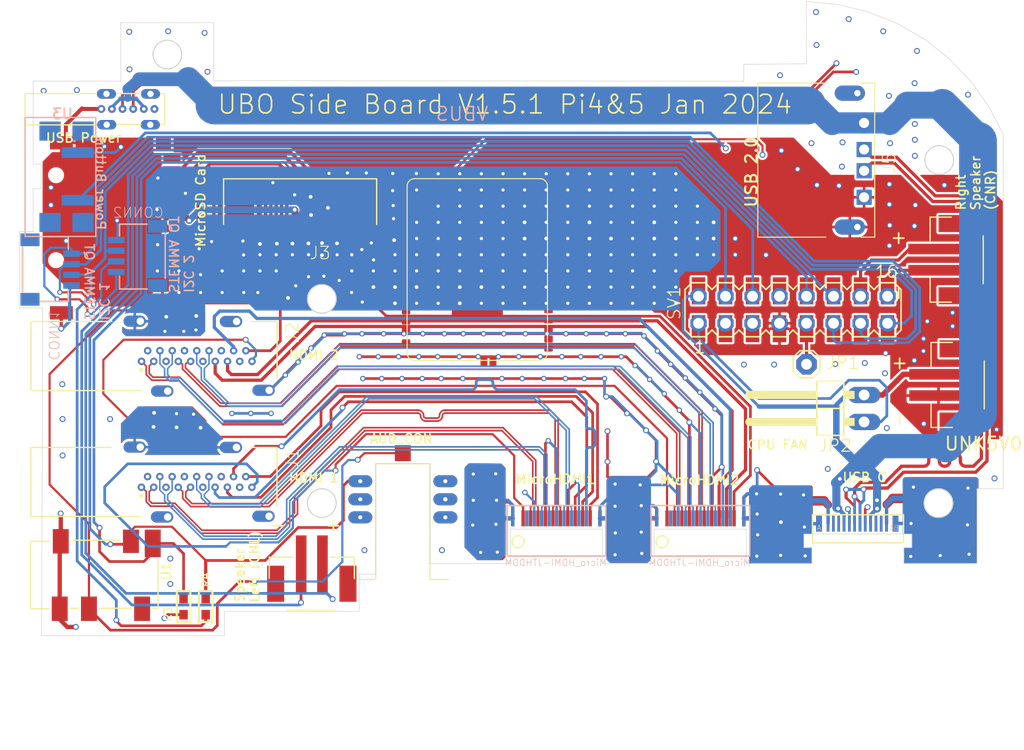
<source format=kicad_pcb>
(kicad_pcb (version 20241229) (generator "pcbnew") (generator_version "9.0")
  (layers (0 "F.Cu" signal) (4 "In1.Cu" signal) (6 "In2.Cu" signal) (2 "B.Cu" signal) (13 "F.Paste" user) (15 "B.Paste" user) (5 "F.SilkS" user "F.Silkscreen") (7 "B.SilkS" user "B.Silkscreen") (1 "F.Mask" user) (3 "B.Mask" user) (25 "Edge.Cuts" user))
  (net 0 "")
  (net 1 "TMDS_D2_A_P")
  (net 2 "DDC_CLOCK_A")
  (net 3 "TMDS_D2_B_P")
  (net 4 "TMDS_D2_B_N")
  (net 5 "TMDS_D1_B_P")
  (net 6 "TMDS_D1_B_N")
  (net 7 "TMDS_D0_B_P")
  (net 8 "TMDS_D0_B_N")
  (net 9 "TMDS_CLOCK_B_P")
  (net 10 "TMDS_CLOCK_B_N")
  (net 11 "CEC_B")
  (net 12 "DDC_CLOCK_B")
  (net 13 "DDC_DATA_B")
  (net 14 "5V_B")
  (net 15 "B5")
  (net 16 "A5")
  (net 17 "DAT2")
  (net 18 "DAT1")
  (net 19 "DAT3")
  (net 20 "CLK_SD")
  (net 21 "CMD_SD")
  (net 22 "DAT0")
  (net 23 "VDD_SD")
  (net 24 "GND")
  (net 25 "FAN_OUT")
  (net 26 "GPIO27")
  (net 27 "GPIO17")
  (net 28 "SCL")
  (net 29 "SDA")
  (net 30 "HP_DETECT")
  (net 31 "LINEOUT_L")
  (net 32 "LINEOUT_R")
  (net 33 "SPK_LP")
  (net 34 "SPK_LN")
  (net 35 "SPK_RP")
  (net 36 "SPK_RN")
  (net 37 "VBUS")
  (net 38 "D_N")
  (net 39 "D_P")
  (net 40 "3.3V")
  (net 41 "TMDS_D2_A_N")
  (net 42 "TMDS_D1_A_P")
  (net 43 "TMDS_D1_A_N")
  (net 44 "TMDS_D0_A_P")
  (net 45 "TMDS_D0_A_N")
  (net 46 "TMDS_CLOCK_A_P")
  (net 47 "CEC_A")
  (net 48 "DDC_DATA_A")
  (net 49 "5V_A")
  (net 50 "HOT_PLUG_A")
  (net 51 "TMDS_CLOCK_A_N")
  (net 52 "HOT_PLUG_B")
  (net 53 "N$1")
  (footprint "ubo:MA08X2-FEMALE_28380031" (layer "F.Cu") (at 175.00795 104.1682)
    (property "Reference" "SV1")
    (property "Value" "")
  )
  (footprint "ubo:_0603_28380031" (layer "F.Cu") (at 117.68215 132.1082 90)
    (property "Reference" "R3")
    (property "Value" "100K")
  )
  (footprint "ubo:FPC_16PIN_05MM_28380031" (layer "F.Cu") (at 128.645328 94.645738 180)
    (property "Reference" "J3")
    (property "Value" "FPC_16PIN")
  )
  (footprint "ubo:JST-PH-2-SMT_28380031" (layer "F.Cu") (at 190.39975 99.454 -90)
    (property "Reference" "CN_SPK_R0" (hide yes))
    (property "Value" "")
  )
  (footprint "ubo:1X02_90_325" (layer "F.Cu") (at 177.88235 113.4546 90)
    (property "Reference" "JP2")
    (property "Value" "")
  )
  (footprint "ubo:JST-PH-2-SMT_28380031" (layer "F.Cu") (at 129.74515 129.9562 180)
    (property "Reference" "CN_SPK_L0" (hide yes))
    (property "Value" "")
  )
  (footprint "ubo:JST-PH-2-SMT_28380031" (layer "F.Cu") (at 190.49235 111.2446 -90)
    (property "Reference" "UNK5V0")
    (property "Value" "5V" (hide yes))
  )
  (footprint "ubo:_0603_28380031" (layer "F.Cu") (at 119.76335 132.1066 -90)
    (property "Reference" "R4")
    (property "Value" "1K")
  )
  (footprint "ubo:AUDIO_3.5MM_JACK_MALE_28380031" (layer "F.Cu") (at 138.30495 118.7574 -90)
    (property "Reference" "AUD_CON0" (hide yes))
    (property "Value" "AUDIO_3.5MMJACK_MALE" (hide yes))
  )
  (footprint "ubo:USB-A-RA03B-DT98_28380031" (layer "F.Cu") (at 181.69275 90.0836 -90)
    (property "Reference" "J5")
    (property "Value" "USB-A-S-X-X-SM2RA03B-DT98" (hide yes))
  )
  (footprint "ubo:MICROSDTF-01-H1.8_28380031" (layer "F.Cu") (at 105.69015 96.4546)
    (property "Reference" "U4" (hide yes))
    (property "Value" "MICROSDTF01-H1.8" (hide yes))
  )
  (footprint "ubo:USB_20C_F_60CD_28380031" (layer "F.Cu") (at 107.38235 85.2706 -90)
    (property "Reference" "U2" (hide yes))
    (property "Value" "USB-20C-F-06CD-1" (hide yes))
  )
  (footprint "ubo:USB_TYPE_MALE_31C_J10A_28380031" (layer "F.Cu") (at 181.05315 123.2046)
    (property "Reference" "USBC0" (hide yes))
    (property "Value" "USB_TYPE_MALE_31C_J10C" (hide yes))
  )
  (footprint "ubo:1X01_420" (layer "F.Cu") (at 176.27795 109.299)
    (property "Reference" "JP1")
    (property "Value" "")
  )
  (footprint "ubo:CONN_KDMIX-SL1-NS-WS-B15_28380031" (layer "F.Cu") (at 118.44215 120.3734 -90)
    (property "Reference" "J1")
    (property "Value" "HDMI-KDMIX-SL1-NS-WS-B15")
  )
  (footprint "ubo:CONN_KDMIX-SL1-NS-WS-B15_28380031" (layer "F.Cu") (at 118.45135 108.5224 -90)
    (property "Reference" "J2")
    (property "Value" "HDMI-KDMIX-SL1-NS-WS-B15")
  )
  (footprint "SMT Module Library:melonHD_SMT" (layer "F.Cu") (at 145.51 100.53)
    (property "Reference" "U*" (hide yes))
    (property "Value" "~" (hide yes))
  )
  (footprint "ubo:PJ-3160_28380031" (layer "F.Cu") (at 103.28235 129.0602)
    (property "Reference" "U1" (hide yes))
    (property "Value" "AUDIO_SOCKET_JHP_328BPJ-3160" (hide yes))
  )
  (footprint "ubo:JST_SH4_28380031" (layer "B.Cu") (at 104.62235 100.3854 90)
    (property "Reference" "CONN1")
    (property "Value" "STEMMA_I2C_QT" (hide yes))
  )
  (footprint "ubo:MICRO_HDMI_JTHDDM_28380031" (layer "B.Cu") (at 170.25815 124.0046 180)
    (property "Reference" "MICROHDMI2" (hide yes))
    (property "Value" "MICRO_HDMI_JTHDDM" (hide yes))
  )
  (footprint "ubo:MICRO_HDMI_JTHDDM_28380031" (layer "B.Cu") (at 156.71995 124.0046 180)
    (property "Reference" "MICROHDMI1" (hide yes))
    (property "Value" "MICRO_HDMI_JTHDDM" (hide yes))
  )
  (footprint "ubo:TS-06105SA-1_28380031" (layer "B.Cu") (at 107.72335 91.654 -90)
    (property "Reference" "U3" (hide yes))
    (property "Value" "TS06105SA" (hide yes))
  )
  (footprint "ubo:JST_SH4_28380031" (layer "B.Cu") (at 113.87015 99.1136 -90)
    (property "Reference" "CONN2")
    (property "Value" "STEMMA_I2C_QT" (hide yes))
  )
  (gr_line (start 176.03235 125.2777) (end 186.18235 125.2777) (stroke (width 0.05)) (layer "Edge.Cuts"))
  (gr_line (start 187.34535 78.6856) (end 184.79435 77.2173) (stroke (width 0.05)) (layer "Edge.Cuts"))
  (gr_line (start 176.03235 126.5546) (end 176.03235 125.2777) (stroke (width 0.05)) (layer "Edge.Cuts"))
  (gr_line (start 161.93235 124.8179) (end 170.63235 124.8179) (stroke (width 0.05)) (layer "Edge.Cuts"))
  (gr_line (start 176.78235 126.5546) (end 176.03235 126.5546) (stroke (width 0.05)) (layer "Edge.Cuts"))
  (gr_line (start 121.53235 132.5546) (end 134.19905 132.5546) (stroke (width 0.05)) (layer "Edge.Cuts"))
  (gr_line (start 192.31535 121.016) (end 194.76985 121.016) (stroke (width 0.05)) (layer "Edge.Cuts"))
  (gr_line (start 120.53235 82.6211) (end 120.53235 77.1465) (stroke (width 0.05)) (layer "Edge.Cuts"))
  (gr_line (start 179.20005 75.4327) (end 176.26995 75.1526) (stroke (width 0.05)) (layer "Edge.Cuts"))
  (gr_circle (center 188.76175 90.076) (end 190.11175 90.076) (stroke (width 0.1)) (fill no) (layer "Edge.Cuts"))
  (gr_circle (center 130.68685 122.366) (end 132.03685 122.366) (stroke (width 0.1)) (fill no) (layer "Edge.Cuts"))
  (gr_circle (center 188.68645 122.366) (end 190.03645 122.366) (stroke (width 0.1)) (fill no) (layer "Edge.Cuts"))
  (gr_line (start 103.53235 82.6465) (end 103.53235 90.461) (stroke (width 0.05)) (layer "Edge.Cuts"))
  (gr_line (start 170.37765 81.0687) (end 170.37765 82.6544) (stroke (width 0.05)) (layer "Edge.Cuts"))
  (gr_line (start 161.93235 128.0546) (end 161.93235 124.8179) (stroke (width 0.05)) (layer "Edge.Cuts"))
  (gr_line (start 157.08235 124.8179) (end 157.08235 128.0546) (stroke (width 0.05)) (layer "Edge.Cuts"))
  (gr_line (start 191.69855 82.6265) (end 189.66245 80.5009) (stroke (width 0.05)) (layer "Edge.Cuts"))
  (gr_line (start 111.78235 77.1465) (end 111.78235 82.6465) (stroke (width 0.05)) (layer "Edge.Cuts"))
  (gr_line (start 103.53235 92.7708) (end 103.53235 96.8046) (stroke (width 0.05)) (layer "Edge.Cuts"))
  (gr_line (start 194.76985 87.6313) (end 193.41255 85.0195) (stroke (width 0.05)) (layer "Edge.Cuts"))
  (gr_line (start 104.33235 134.8546) (end 121.53235 134.8546) (stroke (width 0.05)) (layer "Edge.Cuts"))
  (gr_line (start 134.19905 132.5546) (end 134.19905 129.0546) (stroke (width 0.05)) (layer "Edge.Cuts"))
  (gr_line (start 104.43235 104.0046) (end 104.33235 134.8546) (stroke (width 0.05)) (layer "Edge.Cuts"))
  (gr_line (start 103.53235 90.461) (end 104.29275 90.461) (stroke (width 0.05)) (layer "Edge.Cuts"))
  (gr_line (start 148.43235 124.8179) (end 157.08235 124.8179) (stroke (width 0.05)) (layer "Edge.Cuts"))
  (gr_line (start 135.76535 118.6546) (end 140.86535 118.6546) (stroke (width 0.05)) (layer "Edge.Cuts"))
  (gr_line (start 189.66245 80.5009) (end 187.34535 78.6856) (stroke (width 0.05)) (layer "Edge.Cuts"))
  (gr_line (start 182.06075 76.1256) (end 179.20005 75.4327) (stroke (width 0.05)) (layer "Edge.Cuts"))
  (gr_line (start 170.63235 128.0546) (end 176.78235 128.0546) (stroke (width 0.05)) (layer "Edge.Cuts"))
  (gr_circle (center 116.15735 80.1465) (end 117.50735 80.1465) (stroke (width 0.1)) (fill no) (layer "Edge.Cuts"))
  (gr_line (start 193.41255 85.0195) (end 191.69855 82.6265) (stroke (width 0.05)) (layer "Edge.Cuts"))
  (gr_line (start 122.53235 82.6036) (end 122.45615 82.6211) (stroke (width 0.05)) (layer "Edge.Cuts"))
  (gr_line (start 102.23235 96.8046) (end 103.53235 96.8046) (stroke (width 0.05)) (layer "Edge.Cuts"))
  (gr_circle (center 130.68685 103.1465) (end 132.03685 103.1465) (stroke (width 0.1)) (fill no) (layer "Edge.Cuts"))
  (gr_line (start 194.76985 121.016) (end 194.76985 87.6313) (stroke (width 0.05)) (layer "Edge.Cuts"))
  (gr_line (start 140.86535 118.6546) (end 140.86535 128.0546) (stroke (width 0.05)) (layer "Edge.Cuts"))
  (gr_line (start 184.79435 77.2173) (end 182.06075 76.1256) (stroke (width 0.05)) (layer "Edge.Cuts"))
  (gr_line (start 120.53235 77.1465) (end 111.78235 77.1465) (stroke (width 0.05)) (layer "Edge.Cuts"))
  (gr_line (start 104.29275 92.7708) (end 103.53235 92.7708) (stroke (width 0.05)) (layer "Edge.Cuts"))
  (gr_line (start 192.31535 128.0546) (end 192.31535 121.016) (stroke (width 0.05)) (layer "Edge.Cuts"))
  (gr_line (start 135.76535 129.0546) (end 135.76535 118.6546) (stroke (width 0.05)) (layer "Edge.Cuts"))
  (gr_line (start 176.78235 128.0546) (end 176.78235 126.5546) (stroke (width 0.05)) (layer "Edge.Cuts"))
  (gr_line (start 170.37765 82.6544) (end 122.53235 82.6036) (stroke (width 0.05)) (layer "Edge.Cuts"))
  (gr_line (start 176.26995 75.1526) (end 176.26995 81.0179) (stroke (width 0.05)) (layer "Edge.Cuts"))
  (gr_line (start 170.63235 124.8179) (end 170.63235 128.0546) (stroke (width 0.05)) (layer "Edge.Cuts"))
  (gr_line (start 122.45615 82.6211) (end 120.53235 82.6211) (stroke (width 0.05)) (layer "Edge.Cuts"))
  (gr_line (start 176.26995 81.0179) (end 170.37765 81.0687) (stroke (width 0.05)) (layer "Edge.Cuts"))
  (gr_line (start 140.86535 128.0546) (end 148.43235 128.0546) (stroke (width 0.05)) (layer "Edge.Cuts"))
  (gr_line (start 134.19905 129.0546) (end 135.76535 129.0546) (stroke (width 0.05)) (layer "Edge.Cuts"))
  (gr_line (start 111.78235 82.6465) (end 103.53235 82.6465) (stroke (width 0.05)) (layer "Edge.Cuts"))
  (gr_line (start 104.29275 90.461) (end 104.29275 92.7708) (stroke (width 0.05)) (layer "Edge.Cuts"))
  (gr_line (start 157.08235 128.0546) (end 161.93235 128.0546) (stroke (width 0.05)) (layer "Edge.Cuts"))
  (gr_line (start 104.43235 104.0046) (end 102.23235 104.0046) (stroke (width 0.05)) (layer "Edge.Cuts"))
  (gr_line (start 102.23235 104.0046) (end 102.23235 96.8046) (stroke (width 0.05)) (layer "Edge.Cuts"))
  (gr_line (start 148.43235 128.0546) (end 148.43235 124.8179) (stroke (width 0.05)) (layer "Edge.Cuts"))
  (gr_line (start 185.43235 126.5546) (end 185.43235 128.0546) (stroke (width 0.05)) (layer "Edge.Cuts"))
  (gr_line (start 186.18235 125.2777) (end 186.18235 126.5546) (stroke (width 0.05)) (layer "Edge.Cuts"))
  (gr_line (start 185.43235 128.0546) (end 192.31535 128.0546) (stroke (width 0.05)) (layer "Edge.Cuts"))
  (gr_line (start 186.18235 126.5546) (end 185.43235 126.5546) (stroke (width 0.05)) (layer "Edge.Cuts"))
  (gr_line (start 121.53235 134.8546) (end 121.53235 132.5546) (stroke (width 0.05)) (layer "Edge.Cuts"))
  (gr_text "HDMI 1" (at 127.50995 120.5004 0) (layer "F.SilkS") (effects (font (size 0.8636 0.8636) (thickness 0.1524)) (justify left bottom)))
  (gr_text "Speaker \nLeft" (at 124.86835 131.8034 90) (layer "F.SilkS") (effects (font (size 0.8636 0.8636) (thickness 0.1524)) (justify left bottom)))
  (gr_text "HDMI 2" (at 127.50995 108.9434 0) (layer "F.SilkS") (effects (font (size 0.8636 0.8636) (thickness 0.1524)) (justify left bottom)))
  (gr_text "MicroSD Card" (at 119.79235 98.3638 90) (layer "F.SilkS") (effects (font (size 0.8636 0.8636) (thickness 0.1524)) (justify left bottom)))
  (gr_text "AUD_CON" (at 135.130688 116.804136 0) (layer "F.SilkS") (effects (font (size 0.8636 0.8636) (thickness 0.1524)) (justify left bottom)))
  (gr_text "USB Power " (at 104.64995 88.4964 0) (layer "F.SilkS") (effects (font (size 0.8636 0.8636) (thickness 0.1524)) (justify left bottom)))
  (gr_text "Right \nSpeaker\n(CNR)" (at 194.077787 94.889741 90) (layer "F.SilkS") (effects (font (size 0.8636 0.8636) (thickness 0.1524)) (justify left bottom)))
  (gr_text "U1" (at 116.56835 129.7534 90) (layer "F.SilkS") (effects (font (size 0.8636 0.8636) (thickness 0.1524)) (justify left bottom)))
  (gr_text "CPU FAN" (at 170.630783 117.368736 0) (layer "F.SilkS") (effects (font (size 0.8636 0.8636) (thickness 0.1524)) (justify left bottom)))
  (gr_text "MicroHDMI1" (at 148.84595 120.6274 0) (layer "F.SilkS") (effects (font (size 0.8636 0.8636) (thickness 0.1524)) (justify left bottom)))
  (gr_text "USB C" (at 179.57995 120.4496 0) (layer "F.SilkS") (effects (font (size 0.8636 0.8636) (thickness 0.1524)) (justify left bottom)))
  (gr_text "USB 2.0" (at 171.716538 94.641933 90) (layer "F.SilkS") (effects (font (size 1.0795 1.0795) (thickness 0.1905)) (justify left bottom)))
  (gr_text "UBO Side Board V1.5.1 Pi4&5 Jan 2024" (at 120.763831 85.861282 0) (layer "F.SilkS") (effects (font (size 1.7526 1.7526) (thickness 0.1524)) (justify left bottom)))
  (gr_text "MicroHDMI2" (at 162.38415 120.7036 0) (layer "F.SilkS") (effects (font (size 0.8636 0.8636) (thickness 0.1524)) (justify left bottom)))
  (gr_text "Speaker \nLeft (CNL)" (at 124.86835 131.8034 90) (layer "F.SilkS") (effects (font (size 0.8636 0.8636) (thickness 0.1524)) (justify left bottom)))
  (gr_text "I2C 2 \nSTEMMA QT" (at 116.243066 102.660287 270) (layer "B.SilkS") (effects (font (size 0.8636 0.8636) (thickness 0.1524)) (justify left bottom mirror)))
  (gr_text "Power Button" (at 109.378414 96.746804 270) (layer "B.SilkS") (effects (font (size 0.8636 0.8636) (thickness 0.1524)) (justify left bottom mirror)))
  (gr_text "I2C 1 \nSTEMMA QT" (at 108.308106 105.258709 270) (layer "B.SilkS") (effects (font (size 0.8636 0.8636) (thickness 0.1524)) (justify left bottom mirror)))
  (gr_text "VBUS" (at 146.435998 86.48025 0) (layer "B.SilkS") (effects (font (size 1.28016 1.28016) (thickness 0.14224)) (justify left bottom mirror)))
  (gr_text "U3" (at 107.37609 86.301703 0) (layer "B.SilkS") (effects (font (size 0.97155 0.97155) (thickness 0.17145)) (justify left bottom mirror)))
  (segment (start 114.17495 121.2804) (end 113.76795 120.8734) (width 0.1524) (layer "F.Cu") (net 1))
  (segment (start 150.53025 118.4509) (end 147.62675 115.5474) (width 0.1524) (layer "F.Cu") (net 1))
  (segment (start 119.291612 125.1994) (end 116.751612 122.6594) (width 0.1524) (layer "F.Cu") (net 1))
  (segment (start 114.592612 122.6594) (end 114.17495 122.241738) (width 0.1524) (layer "F.Cu") (net 1))
  (segment (start 150.31995 122.7448) (end 150.53025 122.5345) (width 0.1524) (layer "F.Cu") (net 1))
  (segment (start 128.39895 123.384738) (end 126.584287 125.1994) (width 0.1524) (layer "F.Cu") (net 1))
  (segment (start 147.62675 115.5474) (end 134.72355 115.5474) (width 0.1524) (layer "F.Cu") (net 1))
  (segment (start 128.39895 121.872) (end 128.39895 123.384738) (width 0.1524) (layer "F.Cu") (net 1))
  (segment (start 150.31995 123.7996) (end 150.31995 122.7448) (width 0.1524) (layer "F.Cu") (net 1))
  (segment (start 116.751612 122.6594) (end 114.592612 122.6594) (width 0.1524) (layer "F.Cu") (net 1))
  (segment (start 114.17495 122.241738) (end 114.17495 121.2804) (width 0.1524) (layer "F.Cu") (net 1))
  (segment (start 134.72355 115.5474) (end 128.39895 121.872) (width 0.1524) (layer "F.Cu") (net 1))
  (segment (start 113.76795 120.8734) (end 113.71715 120.8734) (width 0.1524) (layer "F.Cu") (net 1))
  (segment (start 150.53025 122.5345) (end 150.53025 118.4509) (width 0.1524) (layer "F.Cu") (net 1))
  (segment (start 126.584287 125.1994) (end 119.291612 125.1994) (width 0.1524) (layer "F.Cu") (net 1))
  (segment (start 156.16115 121.2878) (end 155.21995 122.229) (width 0.254) (layer "F.Cu") (net 2))
  (segment (start 155.21995 122.229) (end 155.21995 123.8046) (width 0.254) (layer "F.Cu") (net 2))
  (segment (start 131.54855 113.5916) (end 131.54855 115.232825) (width 0.254) (layer "F.Cu") (net 2))
  (segment (start 132.81855 112.3216) (end 131.54855 113.5916) (width 0.254) (layer "F.Cu") (net 2))
  (segment (start 124.960175 121.8212) (end 131.54855 115.232825) (width 0.254) (layer "F.Cu") (net 2))
  (segment (start 122.25215 121.8212) (end 121.80215 121.3712) (width 0.254) (layer "F.Cu") (net 2))
  (segment (start 124.960175 121.8212) (end 122.25215 121.8212) (width 0.254) (layer "F.Cu") (net 2))
  (segment (start 154.61175 112.3216) (end 156.16115 113.871) (width 0.254) (layer "F.Cu") (net 2))
  (segment (start 154.61175 112.3216) (end 132.81855 112.3216) (width 0.254) (layer "F.Cu") (net 2))
  (segment (start 121.80215 121.3712) (end 121.80215 120.8734) (width 0.254) (layer "F.Cu") (net 2))
  (segment (start 156.16115 113.871) (end 156.16115 121.2878) (width 0.254) (layer "F.Cu") (net 2))
  (segment (start 117.209525 110.7976) (end 114.694925 110.7976) (width 0.1524) (layer "F.Cu") (net 3))
  (segment (start 163.85815 123.7996) (end 163.85815 122.7448) (width 0.1524) (layer "F.Cu") (net 3))
  (segment (start 121.400018 114.988094) (end 127.027856 114.988094) (width 0.1524) (layer "F.Cu") (net 3))
  (segment (start 113.72635 109.0224) (end 114.175456 109.471507) (width 0.1524) (layer "F.Cu") (net 3))
  (segment (start 121.400018 114.988094) (end 117.209525 110.7976) (width 0.1524) (layer "F.Cu") (net 3))
  (segment (start 163.85815 122.7448) (end 164.06845 122.5345) (width 0.1524) (layer "F.Cu") (net 3))
  (segment (start 158.026434 109.767285) (end 132.248665 109.767285) (width 0.1524) (layer "F.Cu") (net 3))
  (segment (start 114.694925 110.7976) (end 114.175456 110.278132) (width 0.1524) (layer "F.Cu") (net 3))
  (segment (start 127.027856 114.988094) (end 132.248665 109.767285) (width 0.1524) (layer "F.Cu") (net 3))
  (segment (start 164.06845 115.8093) (end 158.026434 109.767285) (width 0.1524) (layer "F.Cu") (net 3))
  (segment (start 114.175456 110.278132) (end 114.175456 109.471507) (width 0.1524) (layer "F.Cu") (net 3))
  (segment (start 164.06845 115.8093) (end 164.06845 122.5345) (width 0.1524) (layer "F.Cu") (net 3))
  (segment (start 126.912325 114.7092) (end 132.133134 109.488391) (width 0.1524) (layer "F.Cu") (net 4))
  (segment (start 114.45435 110.1626) (end 114.45435 109.4494) (width 0.1524) (layer "F.Cu") (net 4))
  (segment (start 164.55815 122.7498) (end 164.34785 122.5395) (width 0.1524) (layer "F.Cu") (net 4))
  (segment (start 158.142678 109.488391) (end 132.133134 109.488391) (width 0.1524) (layer "F.Cu") (net 4))
  (segment (start 117.325056 110.518707) (end 114.810456 110.518707) (width 0.1524) (layer "F.Cu") (net 4))
  (segment (start 164.34785 115.693563) (end 158.142678 109.488391) (width 0.1524) (layer "F.Cu") (net 4))
  (segment (start 114.810456 110.518707) (end 114.45435 110.1626) (width 0.1524) (layer "F.Cu") (net 4))
  (segment (start 114.88135 109.0224) (end 114.45435 109.4494) (width 0.1524) (layer "F.Cu") (net 4))
  (segment (start 121.51555 114.7092) (end 126.912325 114.7092) (width 0.1524) (layer "F.Cu") (net 4))
  (segment (start 164.34785 122.5395) (end 164.34785 115.693563) (width 0.1524) (layer "F.Cu") (net 4))
  (segment (start 164.55815 123.8046) (end 164.55815 122.7498) (width 0.1524) (layer "F.Cu") (net 4))
  (segment (start 121.51555 114.7092) (end 117.325056 110.518707) (width 0.1524) (layer "F.Cu") (net 4))
  (segment (start 165.11845 122.5395) (end 165.11845 116.2497) (width 0.1524) (layer "B.Cu") (net 5))
  (segment (start 121.267181 114.867232) (end 117.27375 110.8738) (width 0.1524) (layer "B.Cu") (net 5))
  (segment (start 127.250318 114.867232) (end 121.267181 114.867232) (width 0.1524) (layer "B.Cu") (net 5))
  (segment (start 115.45935 109.2626) (end 115.90215 109.7054) (width 0.127) (layer "B.Cu") (net 5))
  (segment (start 164.90815 123.8046) (end 164.90815 122.7498) (width 0.1524) (layer "B.Cu") (net 5))
  (segment (start 165.11845 116.2497) (end 158.65035 109.7816) (width 0.1524) (layer "B.Cu") (net 5))
  (segment (start 115.45935 108.0224) (end 115.45935 109.2626) (width 0.127) (layer "B.Cu") (net 5))
  (segment (start 115.90215 109.7054) (end 115.90215 110.405338) (width 0.1524) (layer "B.Cu") (net 5))
  (segment (start 116.370612 110.8738) (end 115.90215 110.405338) (width 0.1524) (layer "B.Cu") (net 5))
  (segment (start 164.90815 122.7498) (end 165.11845 122.5395) (width 0.1524) (layer "B.Cu") (net 5))
  (segment (start 158.65035 109.7816) (end 132.33595 109.7816) (width 0.1524) (layer "B.Cu") (net 5))
  (segment (start 132.33595 109.7816) (end 127.250318 114.867232) (width 0.1524) (layer "B.Cu") (net 5))
  (segment (start 117.27375 110.8738) (end 116.370612 110.8738) (width 0.1524) (layer "B.Cu") (net 5))
  (segment (start 127.134581 114.587832) (end 121.382918 114.587832) (width 0.1524) (layer "B.Cu") (net 6))
  (segment (start 116.18155 109.7054) (end 116.18155 110.2896) (width 0.1524) (layer "B.Cu") (net 6))
  (segment (start 158.766087 109.5022) (end 132.220212 109.5022) (width 0.1524) (layer "B.Cu") (net 6))
  (segment (start 165.60815 123.8046) (end 165.60815 122.7498) (width 0.1524) (layer "B.Cu") (net 6))
  (segment (start 116.18155 110.2896) (end 116.48635 110.5944) (width 0.1524) (layer "B.Cu") (net 6))
  (segment (start 165.39785 116.133963) (end 158.766087 109.5022) (width 0.1524) (layer "B.Cu") (net 6))
  (segment (start 121.382918 114.587832) (end 117.389487 110.5944) (width 0.1524) (layer "B.Cu") (net 6))
  (segment (start 117.389487 110.5944) (end 116.48635 110.5944) (width 0.1524) (layer "B.Cu") (net 6))
  (segment (start 116.61435 109.2726) (end 116.18155 109.7054) (width 0.127) (layer "B.Cu") (net 6))
  (segment (start 165.39785 122.5395) (end 165.39785 116.133963) (width 0.1524) (layer "B.Cu") (net 6))
  (segment (start 165.60815 122.7498) (end 165.39785 122.5395) (width 0.1524) (layer "B.Cu") (net 6))
  (segment (start 116.61435 108.0224) (end 116.61435 109.2726) (width 0.127) (layer "B.Cu") (net 6))
  (segment (start 132.220212 109.5022) (end 127.134581 114.587832) (width 0.1524) (layer "B.Cu") (net 6))
  (segment (start 166.17095 113.8224) (end 159.99655 107.648) (width 0.1524) (layer "F.Cu") (net 7))
  (segment (start 121.075812 113.241482) (end 126.894868 113.241482) (width 0.1524) (layer "F.Cu") (net 7))
  (segment (start 132.48835 107.648) (end 126.894868 113.241482) (width 0.1524) (layer "F.Cu") (net 7))
  (segment (start 159.99655 107.648) (end 132.48835 107.648) (width 0.1524) (layer "F.Cu") (net 7))
  (segment (start 117.30195 109.0224) (end 117.19135 109.0224) (width 0.1524) (layer "F.Cu") (net 7))
  (segment (start 117.57855 109.299) (end 117.30195 109.0224) (width 0.1524) (layer "F.Cu") (net 7))
  (segment (start 117.57855 109.744219) (end 121.075812 113.241482) (width 0.1524) (layer "F.Cu") (net 7))
  (segment (start 165.96315 123.7996) (end 165.96315 122.7448) (width 0.1524) (layer "F.Cu") (net 7))
  (segment (start 166.17095 122.537) (end 166.17095 113.8224) (width 0.1524) (layer "F.Cu") (net 7))
  (segment (start 117.57855 109.744219) (end 117.57855 109.299) (width 0.1524) (layer "F.Cu") (net 7))
  (segment (start 165.96315 122.7448) (end 166.17095 122.537) (width 0.1524) (layer "F.Cu") (net 7))
  (segment (start 166.45035 122.542) (end 166.45035 113.707375) (width 0.1524) (layer "F.Cu") (net 8))
  (segment (start 160.112075 107.369107) (end 132.372818 107.369107) (width 0.1524) (layer "F.Cu") (net 8))
  (segment (start 117.85795 109.6292) (end 121.191337 112.962588) (width 0.1524) (layer "F.Cu") (net 8))
  (segment (start 118.13455 109.0224) (end 118.34635 109.0224) (width 0.1524) (layer "F.Cu") (net 8))
  (segment (start 166.45035 113.707375) (end 160.777962 108.034988) (width 0.1524) (layer "F.Cu") (net 8))
  (segment (start 117.85795 109.6292) (end 117.85795 109.299) (width 0.1524) (layer "F.Cu") (net 8))
  (segment (start 166.65815 122.7498) (end 166.45035 122.542) (width 0.1524) (layer "F.Cu") (net 8))
  (segment (start 166.65815 123.8046) (end 166.65815 122.7498) (width 0.1524) (layer "F.Cu") (net 8))
  (segment (start 126.779337 112.962588) (end 121.191337 112.962588) (width 0.1524) (layer "F.Cu") (net 8))
  (segment (start 160.777956 108.034988) (end 160.112075 107.369107) (width 0.1524) (layer "F.Cu") (net 8))
  (segment (start 132.372818 107.369107) (end 126.779337 112.962588) (width 0.1524) (layer "F.Cu") (net 8))
  (segment (start 117.85795 109.299) (end 118.13455 109.0224) (width 0.1524) (layer "F.Cu") (net 8))
  (segment (start 160.777962 108.034988) (end 160.777956 108.034988) (width 0.1524) (layer "F.Cu") (net 8))
  (segment (start 119.26765 109.5911) (end 119.35655 109.68) (width 0.127) (layer "B.Cu") (net 9))
  (segment (start 118.92435 109.2478) (end 118.93265 109.2561) (width 0.127) (layer "B.Cu") (net 9))
  (segment (start 126.945518 113.267032) (end 121.862643 113.267032) (width 0.1524) (layer "B.Cu") (net 9))
  (segment (start 118.92435 108.0224) (end 118.92435 109.2478) (width 0.127) (layer "B.Cu") (net 9))
  (segment (start 119.35655 110.760938) (end 119.35655 109.68) (width 0.1524) (layer "B.Cu") (net 9))
  (segment (start 119.35655 110.760938) (end 121.862643 113.267032) (width 0.1524) (layer "B.Cu") (net 9))
  (segment (start 167.00815 123.8046) (end 167.00815 122.7498) (width 0.1524) (layer "B.Cu") (net 9))
  (segment (start 167.00815 122.7498) (end 167.21845 122.5395) (width 0.1524) (layer "B.Cu") (net 9))
  (segment (start 118.93265 109.257969) (end 119.265781 109.5911) (width 0.127) (layer "B.Cu") (net 9))
  (segment (start 119.265781 109.5911) (end 119.26765 109.5911) (width 0.127) (layer "B.Cu") (net 9))
  (segment (start 118.93265 109.2561) (end 118.93265 109.257969) (width 0.127) (layer "B.Cu") (net 9))
  (segment (start 167.21845 122.5395) (end 167.21845 114.9207) (width 0.1524) (layer "B.Cu") (net 9))
  (segment (start 132.43755 107.775) (end 126.945518 113.267032) (width 0.1524) (layer "B.Cu") (net 9))
  (segment (start 160.07275 107.775) (end 132.43755 107.775) (width 0.1524) (layer "B.Cu") (net 9))
  (segment (start 167.21845 114.9207) (end 160.07275 107.775) (width 0.1524) (layer "B.Cu") (net 9))
  (segment (start 119.63595 110.6452) (end 121.978381 112.987632) (width 0.1524) (layer "B.Cu") (net 10))
  (segment (start 120.07005 109.257969) (end 119.63595 109.692069) (width 0.127) (layer "B.Cu") (net 10))
  (segment (start 126.829781 112.987632) (end 121.978381 112.987632) (width 0.1524) (layer "B.Cu") (net 10))
  (segment (start 160.188487 107.4956) (end 132.321812 107.4956) (width 0.1524) (layer "B.Cu") (net 10))
  (segment (start 167.70815 122.7498) (end 167.49785 122.5395) (width 0.1524) (layer "B.Cu") (net 10))
  (segment (start 120.07935 109.2366) (end 120.07005 109.2459) (width 0.127) (layer "B.Cu") (net 10))
  (segment (start 119.63595 110.6452) (end 119.63595 109.692069) (width 0.1524) (layer "B.Cu") (net 10))
  (segment (start 120.07935 108.0224) (end 120.07935 109.2366) (width 0.127) (layer "B.Cu") (net 10))
  (segment (start 167.49785 114.804963) (end 160.188487 107.4956) (width 0.1524) (layer "B.Cu") (net 10))
  (segment (start 120.07005 109.2459) (end 120.07005 109.257969) (width 0.127) (layer "B.Cu") (net 10))
  (segment (start 167.49785 122.5395) (end 167.49785 114.804963) (width 0.1524) (layer "B.Cu") (net 10))
  (segment (start 132.321812 107.4956) (end 126.829781 112.987632) (width 0.1524) (layer "B.Cu") (net 10))
  (segment (start 167.70815 123.8046) (end 167.70815 122.7498) (width 0.1524) (layer "B.Cu") (net 10))
  (segment (start 124.99535 110.7976) (end 121.31235 110.7976) (width 0.3048) (layer "F.Cu") (net 11))
  (segment (start 169.27075 113.708407) (end 161.305343 105.743) (width 0.3048) (layer "F.Cu") (net 11))
  (segment (start 168.05815 123.7996) (end 168.05815 120.4722) (width 0.3048) (layer "F.Cu") (net 11))
  (segment (start 169.27075 119.2596) (end 168.05815 120.4722) (width 0.3048) (layer "F.Cu") (net 11))
  (segment (start 169.27075 113.708407) (end 169.27075 119.2596) (width 0.3048) (layer "F.Cu") (net 11))
  (segment (start 161.305343 105.743) (end 130.04995 105.743) (width 0.3048) (layer "F.Cu") (net 11))
  (segment (start 120.65635 110.1416) (end 121.31235 110.7976) (width 0.3048) (layer "F.Cu") (net 11))
  (segment (start 130.04995 105.743) (end 124.99535 110.7976) (width 0.3048) (layer "F.Cu") (net 11))
  (segment (start 120.65635 110.1416) (end 120.65635 109.0224) (width 0.3048) (layer "F.Cu") (net 11))
  (segment (start 162.242406 105.2096) (end 170.53755 113.504744) (width 0.3048) (layer "F.Cu") (net 12))
  (segment (start 170.53755 113.504744) (end 170.53755 119.2304) (width 0.3048) (layer "F.Cu") (net 12))
  (segment (start 121.82035 109.9086) (end 122.17595 110.2642) (width 0.3048) (layer "F.Cu") (net 12))
  (segment (start 129.69435 105.2096) (end 162.242406 105.2096) (width 0.3048) (layer "F.Cu") (net 12))
  (segment (start 122.17595 110.2642) (end 124.63975 110.2642) (width 0.3048) (layer "F.Cu") (net 12))
  (segment (start 168.75815 121.0098) (end 168.75815 123.8046) (width 0.3048) (layer "F.Cu") (net 12))
  (segment (start 124.63975 110.2642) (end 129.69435 105.2096) (width 0.3048) (layer "F.Cu") (net 12))
  (segment (start 121.81135 109.0224) (end 121.82035 109.0314) (width 0.3302) (layer "F.Cu") (net 12))
  (segment (start 121.82035 109.0314) (end 121.82035 109.9086) (width 0.3048) (layer "F.Cu") (net 12))
  (segment (start 170.53755 119.2304) (end 168.75815 121.0098) (width 0.3048) (layer "F.Cu") (net 12))
  (segment (start 169.10815 123.8046) (end 169.10815 113.5592) (width 0.3048) (layer "B.Cu") (net 13))
  (segment (start 169.10815 113.5592) (end 160.52995 104.981) (width 0.3048) (layer "B.Cu") (net 13))
  (segment (start 160.52995 104.981) (end 124.56355 104.981) (width 0.3048) (layer "B.Cu") (net 13))
  (segment (start 120.57575 104.8032) (end 120.57575 105.8344) (width 0.3048) (layer "B.Cu") (net 13))
  (segment (start 124.56355 104.981) (end 123.87775 104.2952) (width 0.3048) (layer "B.Cu") (net 13))
  (segment (start 122.38935 107.648) (end 122.38935 108.0224) (width 0.3048) (layer "B.Cu") (net 13))
  (segment (start 123.87775 104.2952) (end 121.08375 104.2952) (width 0.3048) (layer "B.Cu") (net 13))
  (segment (start 121.08375 104.2952) (end 120.57575 104.8032) (width 0.3048) (layer "B.Cu") (net 13))
  (segment (start 120.57575 105.8344) (end 122.38935 107.648) (width 0.3048) (layer "B.Cu") (net 13))
  (segment (start 125.858006 108.0224) (end 123.54435 108.0224) (width 0.254) (layer "F.Cu") (net 14))
  (segment (start 170.99795 119.7514) (end 169.46315 121.2862) (width 0.254) (layer "F.Cu") (net 14))
  (segment (start 136.734987 104.757238) (end 132.33235 100.3546) (width 0.254) (layer "F.Cu") (net 14))
  (segment (start 170.99795 113.282457) (end 162.493293 104.7778) (width 0.254) (layer "F.Cu") (net 14))
  (segment (start 170.99795 119.7514) (end 170.99795 113.282457) (width 0.254) (layer "F.Cu") (net 14))
  (segment (start 128.73235 100.3546) (end 126.779078 102.307872) (width 0.254) (layer "F.Cu") (net 14))
  (segment (start 126.779078 102.307872) (end 126.779078 107.101329) (width 0.254) (layer "F.Cu") (net 14))
  (segment (start 126.779078 107.101329) (end 125.858006 108.0224) (width 0.254) (layer "F.Cu") (net 14))
  (segment (start 132.33235 100.3546) (end 128.73235 100.3546) (width 0.254) (layer "F.Cu") (net 14))
  (segment (start 169.46315 123.8046) (end 169.46315 121.2862) (width 0.254) (layer "F.Cu") (net 14))
  (segment (start 162.493293 104.7778) (end 136.734987 104.757238) (width 0.254) (layer "F.Cu") (net 14))
  (segment (start 178.80235 81.7846) (end 176.18235 84.4046) (width 0.254) (layer "F.Cu") (net 15))
  (segment (start 112.95235 83.6) (end 113.90625 82.7798) (width 0.254) (layer "F.Cu") (net 15))
  (segment (start 113.90625 82.7798) (end 117.20755 82.7798) (width 0.254) (layer "F.Cu") (net 15))
  (segment (start 112.94235 85.2706) (end 112.95235 83.6) (width 0.254) (layer "F.Cu") (net 15))
  (segment (start 176.18235 84.4046) (end 118.83235 84.4046) (width 0.254) (layer "F.Cu") (net 15))
  (segment (start 117.20755 82.7798) (end 118.83235 84.4046) (width 0.254) (layer "F.Cu") (net 15))
  (segment (start 180.94235 81.7846) (end 178.80235 81.7846) (width 0.254) (layer "F.Cu") (net 15))
  (via (at 180.17095 122.9261) (size 0.5532) (drill 0.35) (layers "F.Cu" "B.Cu") (net 15))
  (via (at 180.94235 81.7846) (size 0.5532) (drill 0.35) (layers "F.Cu" "B.Cu") (net 15))
  (segment (start 180.30315 123.016841) (end 180.212409 122.9261) (width 0.254) (layer "B.Cu") (net 15))
  (segment (start 180.30315 124.3046) (end 180.30315 123.016841) (width 0.254) (layer "B.Cu") (net 15))
  (segment (start 180.212409 122.9261) (end 180.17095 122.9261) (width 0.254) (layer "B.Cu") (net 15))
  (segment (start 178.652843 81.404107) (end 178.644743 81.404107) (width 0.254) (layer "F.Cu") (net 16))
  (segment (start 113.719562 82.344) (end 117.37175 82.344) (width 0.254) (layer "F.Cu") (net 16))
  (segment (start 179.09235 80.9646) (end 178.652843 81.404107) (width 0.254) (layer "F.Cu") (net 16))
  (segment (start 181.80315 122.953338) (end 182.013268 122.743219) (width 0.254) (layer "F.Cu") (net 16))
  (segment (start 111.94235 85.2706) (end 111.934546 83.946463) (width 0.254) (layer "F.Cu") (net 16))
  (segment (start 181.80315 124.3046) (end 181.80315 122.953338) (width 0.254) (layer "F.Cu") (net 16))
  (segment (start 117.37175 82.344) (end 119.051856 84.024107) (width 0.254) (layer "F.Cu") (net 16))
  (segment (start 178.644743 81.404107) (end 176.024743 84.024107) (width 0.254) (layer "F.Cu") (net 16))
  (segment (start 176.024743 84.024107) (end 119.051856 84.024107) (width 0.254) (layer "F.Cu") (net 16))
  (segment (start 111.934546 83.946463) (end 113.719562 82.344) (width 0.254) (layer "F.Cu") (net 16))
  (via (at 182.013268 122.743219) (size 0.5532) (drill 0.35) (layers "F.Cu" "B.Cu") (net 16))
  (via (at 179.09235 80.9646) (size 0.5532) (drill 0.35) (layers "F.Cu" "B.Cu") (net 16))
  (segment (start 117.448953 98.7046) (end 118.914587 100.170235) (width 0.3048) (layer "F.Cu") (net 17))
  (segment (start 121.489646 92.62555) (end 124.314006 92.62555) (width 0.3048) (layer "F.Cu") (net 17))
  (segment (start 116.59015 98.7046) (end 117.448953 98.7046) (width 0.3048) (layer "F.Cu") (net 17))
  (segment (start 118.914587 100.170235) (end 119.956 100.170235) (width 0.3048) (layer "F.Cu") (net 17))
  (segment (start 119.956 100.170235) (end 120.538878 99.587357) (width 0.3048) (layer "F.Cu") (net 17))
  (segment (start 124.314006 92.62555) (end 125.395328 93.706872) (width 0.3048) (layer "F.Cu") (net 17))
  (segment (start 121.121012 97.351475) (end 120.849393 97.351475) (width 0.3048) (layer "F.Cu") (net 17))
  (segment (start 120.849393 98.189179) (end 121.121012 98.189179) (width 0.3048) (layer "F.Cu") (net 17))
  (segment (start 121.431528 97.878663) (end 121.431528 97.661991) (width 0.3048) (layer "F.Cu") (net 17))
  (segment (start 125.395328 93.706872) (end 125.395328 96.545738) (width 0.3048) (layer "F.Cu") (net 17))
  (segment (start 120.538878 99.587357) (end 120.538878 98.499694) (width 0.3048) (layer "F.Cu") (net 17))
  (segment (start 120.538878 97.04096) (end 120.538878 93.576319) (width 0.3048) (layer "F.Cu") (net 17))
  (segment (start 120.538878 93.576319) (end 121.489646 92.62555) (width 0.3048) (layer "F.Cu") (net 17))
  (arc (start 121.121012 98.189179) (mid 121.34058 98.098231) (end 121.431528 97.878663) (width 0.3048) (layer "F.Cu") (net 17))
  (arc (start 121.431528 97.661991) (mid 121.34058 97.442423) (end 121.121012 97.351475) (width 0.3048) (layer "F.Cu") (net 17))
  (arc (start 120.538878 98.499694) (mid 120.629826 98.280127) (end 120.849393 98.189179) (width 0.3048) (layer "F.Cu") (net 17))
  (arc (start 120.849393 97.351475) (mid 120.629826 97.260527) (end 120.538878 97.04096) (width 0.3048) (layer "F.Cu") (net 17))
  (segment (start 131.895328 96.545738) (end 131.885171 96.535582) (width 0.3048) (layer "F.Cu") (net 18))
  (segment (start 116.59015 91.0046) (end 117.384287 91.0046) (width 0.3048) (layer "F.Cu") (net 18))
  (segment (start 131.885171 93.493929) (end 131.885171 96.535582) (width 0.3048) (layer "F.Cu") (net 18))
  (segment (start 117.384287 91.0046) (end 119.092387 89.2965) (width 0.3048) (layer "F.Cu") (net 18))
  (segment (start 119.092387 89.2965) (end 127.687743 89.2965) (width 0.3048) (layer "F.Cu") (net 18))
  (segment (start 127.687743 89.2965) (end 131.885171 93.493929) (width 0.3048) (layer "F.Cu") (net 18))
  (segment (start 119.468309 99.299019) (end 119.06445 99.299019) (width 0.3048) (layer "F.Cu") (net 19))
  (segment (start 117.89605 98.130619) (end 117.89605 97.863919) (width 0.3048) (layer "F.Cu") (net 19))
  (segment (start 126.395328 93.72416) (end 126.395328 96.545738) (width 0.3048) (layer "F.Cu") (net 19))
  (segment (start 117.89605 97.863919) (end 117.636731 97.6046) (width 0.3048) (layer "F.Cu") (net 19))
  (segment (start 124.502587 91.831419) (end 126.395328 93.72416) (width 0.3048) (layer "F.Cu") (net 19))
  (segment (start 119.72739 99.039938) (end 119.468309 99.299019) (width 0.3048) (layer "F.Cu") (net 19))
  (segment (start 121.177731 91.831419) (end 119.72739 93.28176) (width 0.3048) (layer "F.Cu") (net 19))
  (segment (start 116.59015 97.6046) (end 117.636731 97.6046) (width 0.3048) (layer "F.Cu") (net 19))
  (segment (start 119.72739 93.28176) (end 119.72739 99.039938) (width 0.3048) (layer "F.Cu") (net 19))
  (segment (start 119.06445 99.299019) (end 117.89605 98.130619) (width 0.3048) (layer "F.Cu") (net 19))
  (segment (start 121.177731 91.831419) (end 124.502587 91.831419) (width 0.3048) (layer "F.Cu") (net 19))
  (segment (start 128.802809 95.560141) (end 128.802809 92.588344) (width 0.3048) (layer "F.Cu") (net 20))
  (segment (start 118.45485 92.159082) (end 120.169353 90.444579) (width 0.3048) (layer "F.Cu") (net 20))
  (segment (start 128.927268 96.513797) (end 128.895328 96.545738) (width 0.3048) (layer "F.Cu") (net 20))
  (segment (start 128.802809 92.588344) (end 126.659043 90.444579) (width 0.3048) (layer "F.Cu") (net 20))
  (segment (start 128.927268 95.6846) (end 128.927268 96.513797) (width 0.3048) (layer "F.Cu") (net 20))
  (segment (start 120.169353 90.444579) (end 126.659043 90.444579) (width 0.3048) (layer "F.Cu") (net 20))
  (segment (start 118.45485 94.074241) (end 118.45485 92.159082) (width 0.3048) (layer "F.Cu") (net 20))
  (segment (start 116.59015 94.3046) (end 118.22449 94.3046) (width 0.3048) (layer "F.Cu") (net 20))
  (segment (start 128.927268 95.6846) (end 128.802809 95.560141) (width 0.3048) (layer "F.Cu") (net 20))
  (segment (start 118.22449 94.3046) (end 118.45485 94.074241) (width 0.3048) (layer "F.Cu") (net 20))
  (segment (start 127.395328 96.545738) (end 127.395328 92.204482) (width 0.3048) (layer "F.Cu") (net 21))
  (segment (start 116.59015 96.5046) (end 117.48669 96.5046) (width 0.3048) (layer "F.Cu") (net 21))
  (segment (start 120.575746 91.054182) (end 119.033968 92.59596) (width 0.3048) (layer "F.Cu") (net 21))
  (segment (start 126.245028 91.054182) (end 120.575746 91.054182) (width 0.3048) (layer "F.Cu") (net 21))
  (segment (start 117.48669 96.5046) (end 118.02559 97.0435) (width 0.3048) (layer "F.Cu") (net 21))
  (segment (start 119.033968 95.880182) (end 119.033968 92.59596) (width 0.3048) (layer "F.Cu") (net 21))
  (segment (start 118.706309 97.0435) (end 119.031431 96.718379) (width 0.3048) (layer "F.Cu") (net 21))
  (segment (start 119.031431 95.882719) (end 119.033968 95.880182) (width 0.3048) (layer "F.Cu") (net 21))
  (segment (start 118.02559 97.0435) (end 118.706309 97.0435) (width 0.3048) (layer "F.Cu") (net 21))
  (segment (start 127.395328 92.204482) (end 126.245028 91.054182) (width 0.3048) (layer "F.Cu") (net 21))
  (segment (start 119.031431 96.718379) (end 119.031431 95.882719) (width 0.3048) (layer "F.Cu") (net 21))
  (segment (start 127.279318 89.805007) (end 119.709106 89.805007) (width 0.3048) (layer "F.Cu") (net 22))
  (segment (start 130.513003 94.937204) (end 130.587353 94.937204) (width 0.3048) (layer "F.Cu") (net 22))
  (segment (start 130.897868 93.423557) (end 130.897868 93.931072) (width 0.3048) (layer "F.Cu") (net 22))
  (segment (start 130.895328 96.545738) (end 130.897868 96.543197) (width 0.3048) (layer "F.Cu") (net 22))
  (segment (start 130.587353 94.241588) (end 130.513003 94.241588) (width 0.3048) (layer "F.Cu") (net 22))
  (segment (start 117.409512 92.1046) (end 119.709106 89.805007) (width 0.3048) (layer "F.Cu") (net 22))
  (segment (start 116.59015 92.1046) (end 117.409512 92.1046) (width 0.3048) (layer "F.Cu") (net 22))
  (segment (start 130.202487 94.552104) (end 130.202487 94.626688) (width 0.3048) (layer "F.Cu") (net 22))
  (segment (start 130.897868 95.247719) (end 130.897868 96.543197) (width 0.3048) (layer "F.Cu") (net 22))
  (segment (start 130.897868 93.423557) (end 127.279318 89.805007) (width 0.3048) (layer "F.Cu") (net 22))
  (arc (start 130.897868 93.931072) (mid 130.806921 94.15064) (end 130.587353 94.241588) (width 0.3048) (layer "F.Cu") (net 22))
  (arc (start 130.202487 94.626688) (mid 130.293435 94.846256) (end 130.513003 94.937204) (width 0.3048) (layer "F.Cu") (net 22))
  (arc (start 130.587353 94.937204) (mid 130.80692 95.028152) (end 130.897868 95.247719) (width 0.3048) (layer "F.Cu") (net 22))
  (arc (start 130.513003 94.241588) (mid 130.293435 94.332536) (end 130.202487 94.552104) (width 0.3048) (layer "F.Cu") (net 22))
  (segment (start 128.129709 94.752419) (end 128.16019 94.7829) (width 0.635) (layer "F.Cu") (net 23))
  (segment (start 118.21609 95.77096) (end 118.212278 95.774772) (width 0.635) (layer "F.Cu") (net 23))
  (segment (start 117.857346 95.412222) (end 118.21609 95.77096) (width 0.635) (layer "F.Cu") (net 23))
  (segment (start 116.59015 95.4046) (end 116.597771 95.412222) (width 0.635) (layer "F.Cu") (net 23))
  (segment (start 127.895328 96.545738) (end 127.895328 95.593863) (width 0.254) (layer "F.Cu") (net 23))
  (segment (start 128.16019 95.329) (end 128.16019 94.7829) (width 0.635) (layer "F.Cu") (net 23))
  (segment (start 128.395328 95.564138) (end 128.16019 95.329) (width 0.254) (layer "F.Cu") (net 23))
  (segment (start 117.857346 95.412222) (end 116.597771 95.412222) (width 0.635) (layer "F.Cu") (net 23))
  (segment (start 127.895328 95.593863) (end 128.16019 95.329) (width 0.254) (layer "F.Cu") (net 23))
  (segment (start 128.395328 96.545738) (end 128.395328 95.564138) (width 0.254) (layer "F.Cu") (net 23))
  (via (at 118.212278 95.774772) (size 0.5532) (drill 0.35) (layers "F.Cu" "B.Cu") (net 23))
  (via (at 128.129709 94.752419) (size 0.5532) (drill 0.35) (layers "F.Cu" "B.Cu") (net 23))
  (segment (start 119.23209 94.75496) (end 128.127168 94.75496) (width 0.635) (layer "B.Cu") (net 23))
  (segment (start 118.212278 95.774772) (end 119.23209 94.75496) (width 0.635) (layer "B.Cu") (net 23))
  (segment (start 128.127168 94.75496) (end 128.129709 94.752419) (width 0.635) (layer "B.Cu") (net 23))
  (segment (start 127.25595 110.2134) (end 127.25595 110.315) (width 0.254) (layer "F.Cu") (net 24))
  (segment (start 178.30315 122.5256) (end 177.92895 122.1514) (width 0.762) (layer "F.Cu") (net 24))
  (segment (start 160.98715 106.632) (end 162.25715 107.902) (width 0.254) (layer "F.Cu") (net 24))
  (segment (start 160.14895 109.426) (end 159.31075 108.5878) (width 0.254) (layer "F.Cu") (net 24))
  (segment (start 151.71995 116.7558) (end 151.98315 116.4926) (width 0.254) (layer "F.Cu") (net 24))
  (segment (start 165.25435 114.76) (end 165.25435 114.633) (width 0.254) (layer "F.Cu") (net 24))
  (segment (start 159.31075 108.5878) (end 158.85355 108.5878) (width 0.254) (layer "F.Cu") (net 24))
  (segment (start 106.17395 105.9462) (end 106.17395 104.8708) (width 0.3048) (layer "F.Cu") (net 24))
  (segment (start 161.19035 115.522) (end 162.13015 116.4618) (width 0.254) (layer "F.Cu") (net 24))
  (segment (start 130.395328 97.389) (end 130.377609 97.406719) (width 0.127) (layer "F.Cu") (net 24))
  (segment (start 184.67275 124.285) (end 186.10775 124.285) (width 0.3048) (layer "F.Cu") (net 24))
  (segment (start 106.74695 134.0248) (end 106.03235 133.3102) (width 0.4064) (layer "F.Cu") (net 24))
  (segment (start 108.18055 85.2706) (end 108.12975 85.2198) (width 0.381) (layer "F.Cu") (net 24))
  (segment (start 158.26935 121.2624) (end 158.26935 120.5766) (width 0.254) (layer "F.Cu") (net 24))
  (segment (start 176.38535 124.3046) (end 176.07475 124.6152) (width 0.254) (layer "F.Cu") (net 24))
  (segment (start 165.25815 114.7638) (end 165.25815 123.8046) (width 0.254) (layer "F.Cu") (net 24))
  (segment (start 173.83955 121.4656) (end 173.83955 121.5164) (width 0.254) (layer "F.Cu") (net 24))
  (segment (start 132.69155 106.5558) (end 132.81855 106.4288) (width 0.254) (layer "F.Cu") (net 24))
  (segment (start 130.395328 96.545738) (end 130.395328 97.389) (width 0.127) (layer "F.Cu") (net 24))
  (segment (start 171.22435 123.8014) (end 171.62975 123.396) (width 0.4064) (layer "F.Cu") (net 24))
  (segment (start 107.53855 134.0248) (end 107.54695 134.0164) (width 0.4064) (layer "F.Cu") (net 24))
  (segment (start 158.19215 123.8014) (end 158.19315 123.8024) (width 0.4064) (layer "F.Cu") (net 24))
  (segment (start 117.68215 132.8702) (end 116.21335 132.8702) (width 0.254) (layer "F.Cu") (net 24))
  (segment (start 167.35815 123.7996) (end 167.35815 119.9206) (width 0.254) (layer "F.Cu") (net 24))
  (segment (start 170.38515 121.8466) (end 170.74075 121.491) (width 0.3048) (layer "F.Cu") (net 24))
  (segment (start 106.03235 132.3102) (end 106.03235 133.3102) (width 0.4064) (layer "F.Cu") (net 24))
  (segment (start 162.13015 119.1542) (end 160.63155 120.6528) (width 0.254) (layer "F.Cu") (net 24))
  (segment (start 178.30315 124.3046) (end 178.30315 122.5256) (width 0.3048) (layer "F.Cu") (net 24))
  (segment (start 165.25435 114.633) (end 164.31455 113.6932) (width 0.254) (layer "F.Cu") (net 24))
  (segment (start 106.13235 123.3798) (end 106.12315 123.3706) (width 0.4064) (layer "F.Cu") (net 24))
  (segment (start 164.31455 113.6932) (end 164.31455 113.617) (width 0.254) (layer "F.Cu") (net 24))
  (segment (start 148.28715 122.253) (end 147.27115 122.253) (width 0.3048) (layer "F.Cu") (net 24))
  (segment (start 171.62975 119.2558) (end 173.83955 121.4656) (width 0.254) (layer "F.Cu") (net 24))
  (segment (start 162.18095 122.888) (end 161.90155 122.6086) (width 0.3048) (layer "F.Cu") (net 24))
  (segment (start 106.13235 125.9602) (end 106.13235 123.3798) (width 0.4064) (layer "F.Cu") (net 24))
  (segment (start 116.21335 132.8702) (end 115.87915 133.2044) (width 0.3048) (layer "F.Cu") (net 24))
  (segment (start 164.31455 113.617) (end 162.89215 112.1946) (width 0.254) (layer "F.Cu") (net 24))
  (segment (start 162.13015 116.4618) (end 162.13015 118.443) (width 0.254) (layer "F.Cu") (net 24))
  (segment (start 162.89215 112.1946) (end 162.89215 112.0676) (width 0.254) (layer "F.Cu") (net 24))
  (segment (start 128.44975 109.0958) (end 125.79735 111.7482) (width 0.254) (layer "F.Cu") (net 24))
  (segment (start 148.64275 123.8014) (end 147.62775 123.8014) (width 0.4064) (layer "F.Cu") (net 24))
  (segment (start 170.38515 123.8014) (end 170.38515 121.8466) (width 0.3048) (layer "F.Cu") (net 24))
  (segment (start 106.35405 104.4546) (end 106.19015 104.4546) (width 0.1524) (layer "F.Cu") (net 24))
  (segment (start 158.26935 123.7262) (end 158.26935 122.6594) (width 0.4064) (layer "F.Cu") (net 24))
  (segment (start 183.80315 124.3046) (end 183.80315 122.5002) (width 0.3048) (layer "F.Cu") (net 24))
  (segment (start 168.30235 114.125) (end 168.30235 118.9764) (width 0.254) (layer "F.Cu") (net 24))
  (segment (start 106.61315 87.5724) (end 106.59315 87.5924) (width 0.3048) (layer "F.Cu") (net 24))
  (segment (start 106.17395 104.8708) (end 106.4721 104.57265) (width 0.3048) (layer "F.Cu") (net 24))
  (segment (start 132.81855 106.4288) (end 160.78395 106.4288) (width 0.254) (layer "F.Cu") (net 24))
  (segment (start 130.91355 106.5558) (end 127.25595 110.2134) (width 0.254) (layer "F.Cu") (net 24))
  (segment (start 167.66735 113.4646) (end 167.66735 113.49) (width 0.254) (layer "F.Cu") (net 24))
  (segment (start 106.59315 88.0516) (end 106.19015 88.4546) (width 0.3048) (layer "F.Cu") (net 24))
  (segment (start 157.55815 115.5982) (end 157.55815 119.8654) (width 0.254) (layer "F.Cu") (net 24))
  (segment (start 165.25435 114.76) (end 165.25815 114.7638) (width 0.3048) (layer "F.Cu") (net 24))
  (segment (start 177.45315 124.3046) (end 176.38535 124.3046) (width 0.3048) (layer "F.Cu") (net 24))
  (segment (start 130.377609 97.562319) (end 130.70435 97.88906) (width 0.127) (layer "F.Cu") (net 24))
  (segment (start 157.43115 112.347) (end 157.81215 112.347) (width 0.254) (layer "F.Cu") (net 24))
  (segment (start 176.55735 122.1514) (end 175.99855 121.5926) (width 0.508) (layer "F.Cu") (net 24))
  (segment (start 184.38055 121.9228) (end 185.62515 121.9228) (width 0.889) (layer "F.Cu") (net 24))
  (segment (start 159.59015 113.9218) (end 161.19035 115.522) (width 0.254) (layer "F.Cu") (net 24))
  (segment (start 160.25055 109.426) (end 160.14895 109.426) (width 0.254) (layer "F.Cu") (net 24))
  (segment (start 156.84695 123.8014) (end 158.19215 123.8014) (width 0.4064) (layer "F.Cu") (net 24))
  (segment (start 186.33635 121.2116) (end 186.33635 120.856) (width 0.254) (layer "F.Cu") (net 24))
  (segment (start 134.54575 110.6452) (end 143.94375 110.6452) (width 0.254) (layer "F.Cu") (net 24))
  (segment (start 161.24215 123.8014) (end 160.73315 124.3104) (width 0.4064) (layer "F.Cu") (net 24))
  (segment (start 106.4721 104.57265) (end 106.35405 104.4546) (width 0.1524) (layer "F.Cu") (net 24))
  (segment (start 170.74075 121.491) (end 171.57895 121.491) (width 0.3048) (layer "F.Cu") (net 24))
  (segment (start 184.65315 124.3046) (end 184.67275 124.285) (width 0.254) (layer "F.Cu") (net 24))
  (segment (start 108.12975 85.2198) (end 106.61315 86.7364) (width 0.381) (layer "F.Cu") (net 24))
  (segment (start 106.12315 123.3706) (end 106.12315 123.3452) (width 0.4064) (layer "F.Cu") (net 24))
  (segment (start 170.38515 123.8014) (end 171.22435 123.8014) (width 0.4064) (layer "F.Cu") (net 24))
  (segment (start 151.71995 123.8046) (end 151.71995 116.7558) (width 0.254) (layer "F.Cu") (net 24))
  (segment (start 159.38695 113.9218) (end 159.59015 113.9218) (width 0.254) (layer "F.Cu") (net 24))
  (segment (start 147.62775 123.8014) (end 147.06795 124.3612) (width 0.254) (layer "F.Cu") (net 24))
  (segment (start 106.61315 86.7364) (end 106.61315 87.5724) (width 0.381) (layer "F.Cu") (net 24))
  (segment (start 130.377609 97.406719) (end 130.377609 97.562319) (width 0.127) (layer "F.Cu") (net 24))
  (segment (start 143.94375 110.6452) (end 147.62675 110.6452) (width 0.254) (layer "F.Cu") (net 24))
  (segment (start 125.79735 111.7482) (end 125.73355 111.7482) (width 0.254) (layer "F.Cu") (net 24))
  (segment (start 158.19315 123.8024) (end 158.26935 123.7262) (width 0.4064) (layer "F.Cu") (net 24))
  (segment (start 185.62515 121.9228) (end 186.33635 121.2116) (width 0.254) (layer "F.Cu") (net 24))
  (segment (start 148.64275 123.8014) (end 148.64275 122.6086) (width 0.3048) (layer "F.Cu") (net 24))
  (segment (start 158.85355 108.5878) (end 134.21555 108.5878) (width 0.254) (layer "F.Cu") (net 24))
  (segment (start 153.81995 123.7996) (end 153.81995 121.1906) (width 0.254) (layer "F.Cu") (net 24))
  (segment (start 162.89215 112.0676) (end 160.25055 109.426) (width 0.254) (layer "F.Cu") (net 24))
  (segment (start 148.64275 122.6086) (end 148.28715 122.253) (width 0.3048) (layer "F.Cu") (net 24))
  (segment (start 156.84695 122.6848) (end 158.26935 121.2624) (width 0.254) (layer "F.Cu") (net 24))
  (segment (start 162.18095 123.8014) (end 162.18095 122.888) (width 0.3048) (layer "F.Cu") (net 24))
  (segment (start 130.91355 106.5558) (end 132.69155 106.5558) (width 0.254) (layer "F.Cu") (net 24))
  (segment (start 161.90155 122.6086) (end 160.73315 122.6086) (width 0.3048) (layer "F.Cu") (net 24))
  (segment (start 167.66735 113.49) (end 168.30235 114.125) (width 0.254) (layer "F.Cu") (net 24))
  (segment (start 109.94235 85.2706) (end 108.18055 85.2706) (width 0.381) (layer "F.Cu") (net 24))
  (segment (start 162.18095 123.8014) (end 161.24215 123.8014) (width 0.4064) (layer "F.Cu") (net 24))
  (segment (start 162.25715 108.0544) (end 167.66735 113.4646) (width 0.254) (layer "F.Cu") (net 24))
  (segment (start 147.62675 110.6452) (end 157.27875 110.6452) (width 0.254) (layer "F.Cu") (net 24))
  (segment (start 162.25715 107.902) (end 162.25715 108.0544) (width 0.254) (layer "F.Cu") (net 24))
  (segment (start 107.53855 134.0248) (end 106.74695 134.0248) (width 0.4064) (layer "F.Cu") (net 24))
  (segment (start 160.73315 124.3104) (end 160.73315 125.0978) (width 0.4064) (layer "F.Cu") (net 24))
  (segment (start 160.78395 106.4288) (end 160.98715 106.632) (width 0.254) (layer "F.Cu") (net 24))
  (segment (start 147.27115 122.253) (end 147.11875 122.1006) (width 0.254) (layer "F.Cu") (net 24))
  (segment (start 183.80315 122.5002) (end 184.38055 121.9228) (width 0.762) (layer "F.Cu") (net 24))
  (segment (start 177.92895 122.1514) (end 176.55735 122.1514) (width 0.889) (layer "F.Cu") (net 24))
  (segment (start 106.03235 132.3102) (end 106.03235 126.0602) (width 0.4064) (layer "F.Cu") (net 24))
  (segment (start 106.59315 87.5924) (end 106.59315 88.0516) (width 0.3048) (layer "F.Cu") (net 24))
  (segment (start 106.03235 126.0602) (end 106.13235 125.9602) (width 0.4064) (layer "F.Cu") (net 24))
  (segment (start 153.81995 121.1906) (end 154.73875 120.2718) (width 0.254) (layer "F.Cu") (net 24))
  (segment (start 162.13015 118.443) (end 162.13015 119.1542) (width 0.254) (layer "F.Cu") (net 24))
  (segment (start 156.84695 123.8014) (end 156.84695 122.6848) (width 0.254) (layer "F.Cu") (net 24))
  (segment (start 157.81215 112.347) (end 159.38695 113.9218) (width 0.254) (layer "F.Cu") (net 24))
  (segment (start 167.35815 119.9206) (end 168.30235 118.9764) (width 0.254) (layer "F.Cu") (net 24))
  (segment (start 157.55815 119.8654) (end 158.26935 120.5766) (width 0.254) (layer "F.Cu") (net 24))
  (via (at 149.76035 95.9386) (size 0.5532) (drill 0.35) (layers "F.Cu" "B.Cu") (net 24))
  (via (at 129.44035 98.9866) (size 0.5032) (drill 0.3) (layers "F.Cu" "B.Cu") (net 24))
  (via (at 117.70555 106.2002) (size 0.5032) (drill 0.3) (layers "F.Cu" "B.Cu") (net 24))
  (via (at 147.72835 103.5586) (size 0.5032) (drill 0.3) (layers "F.Cu" "B.Cu") (net 24))
  (via (at 116.05455 104.8286) (size 0.5532) (drill 0.35) (layers "F.Cu" "B.Cu") (net 24))
  (via (at 141.98795 126.7996) (size 0.5532) (drill 0.35) (layers "F.Cu" "B.Cu") (net 24))
  (via (at 190.01935 104.4428) (size 0.5032) (drill 0.3) (layers "F.Cu" "B.Cu") (net 24))
  (via (at 129.629931 93.538038) (size 0.5532) (drill 0.35) (layers "F.Cu" "B.Cu") (net 24))
  (via (at 157.88835 97.4626) (size 0.5532) (drill 0.35) (layers "F.Cu" "B.Cu") (net 24))
  (via (at 139.57749 91.346282) (size 0.5032) (drill 0.3) (layers "F.Cu" "B.Cu") (net 24))
  (via (at 144.93435 122.1006) (size 0.5032) (drill 0.3) (layers "F.Cu" "B.Cu") (net 24))
  (via (at 155.85635 97.4626) (size 0.5532) (drill 0.35) (layers "F.Cu" "B.Cu") (net 24))
  (via (at 186.46395 89.6818) (size 0.5532) (drill 0.35) (layers "F.Cu" "B.Cu") (net 24))
  (via (at 110.23795 88.8012) (size 0.5032) (drill 0.3) (layers "F.Cu" "B.Cu") (net 24))
  (via (at 159.92035 102.0346) (size 0.5032) (drill 0.3) (layers "F.Cu" "B.Cu") (net 24))
  (via (at 127.50435 103.0586) (size 0.5532) (drill 0.35) (layers "F.Cu" "B.Cu") (net 24))
  (via (at 127.91635 98.9866) (size 0.5032) (drill 0.3) (layers "F.Cu" "B.Cu") (net 24))
  (via (at 161.95235 94.4146) (size 0.5032) (drill 0.3) (layers "F.Cu" "B.Cu") (net 24))
  (via (at 157.27875 110.6452) (size 0.5032) (drill 0.3) (layers "F.Cu" "B.Cu") (net 24))
  (via (at 173.86495 124.158) (size 0.5532) (drill 0.35) (layers "F.Cu" "B.Cu") (net 24))
  (via (at 151.79235 100.5106) (size 0.5032) (drill 0.3) (layers "F.Cu" "B.Cu") (net 24))
  (via (at 147.72835 100.5106) (size 0.5032) (drill 0.3) (layers "F.Cu" "B.Cu") (net 24))
  (via (at 186.33635 120.856) (size 0.5032) (drill 0.3) (layers "F.Cu" "B.Cu") (net 24))
  (via (at 153.82435 102.0346) (size 0.5032) (drill 0.3) (layers "F.Cu" "B.Cu") (net 24))
  (via (at 119.28035 115.268) (size 0.5532) (drill 0.35) (layers "F.Cu" "B.Cu") (net 24))
  (via (at 153.64655 106.4288) (size 0.5032) (drill 0.3) (layers "F.Cu" "B.Cu") (net 24))
  (via (at 140.13375 110.6452) (size 0.5032) (drill 0.3) (layers "F.Cu" "B.Cu") (net 24))
  (via (at 132.125131 98.994222) (size 0.5032) (drill 0.3) (layers "F.Cu" "B.Cu") (net 24))
  (via (at 191.56875 127.1806) (size 0.5032) (drill 0.3) (layers "F.Cu" "B.Cu") (net 24))
  (via (at 145.69635 100.5106) (size 0.5032) (drill 0.3) (layers "F.Cu" "B.Cu") (net 24))
  (via (at 149.76035 91.3666) (size 0.5032) (drill 0.3) (layers "F.Cu" "B.Cu") (net 24))
  (via (at 187.27615 108.0544) (size 0.5032) (drill 0.3) (layers "F.Cu" "B.Cu") (net 24))
  (via (at 123.268153 97.696279) (size 0.5032) (drill 0.3) (layers "F.Cu" "B.Cu") (net 24))
  (via (at 158.26935 127.2314) (size 0.5032) (drill 0.3) (layers "F.Cu" "B.Cu") (net 24))
  (via (at 161.95235 95.9386) (size 0.5532) (drill 0.35) (layers "F.Cu" "B.Cu") (net 24))
  (via (at 186.43395 96.2818) (size 0.5532) (drill 0.35) (layers "F.Cu" "B.Cu") (net 24))
  (via (at 106.12315 123.3452) (size 0.5532) (drill 0.35) (layers "F.Cu" "B.Cu") (net 24))
  (via (at 137.56835 100.5106) (size 0.5032) (drill 0.3) (layers "F.Cu" "B.Cu") (net 24))
  (via (at 143.61355 108.5878) (size 0.5032) (drill 0.3) (layers "F.Cu" "B.Cu") (net 24))
  (via (at 147.72835 95.9386) (size 0.5032) (drill 0.3) (layers "F.Cu" "B.Cu") (net 24))
  (via (at 161.95235 92.8906) (size 0.5032) (drill 0.3) (layers "F.Cu" "B.Cu") (net 24))
  (via (at 119.28035 100.8606) (size 0.5032) (drill 0.3) (layers "F.Cu" "B.Cu") (net 24))
  (via (at 186.51395 94.3118) (size 0.5532) (drill 0.35) (layers "F.Cu" "B.Cu") (net 24))
  (via (at 134.21555 108.5878) (size 0.5032) (drill 0.3) (layers "F.Cu" "B.Cu") (net 24))
  (via (at 147.80455 106.4288) (size 0.5032) (drill 0.3) (layers "F.Cu" "B.Cu") (net 24))
  (via (at 183.82815 115.3082) (size 0.5532) (drill 0.35) (layers "F.Cu" "B.Cu") (net 24))
  (via (at 145.69635 95.9386) (size 0.5032) (drill 0.3) (layers "F.Cu" "B.Cu") (net 24))
  (via (at 149.20155 108.5878) (size 0.5032) (drill 0.3) (layers "F.Cu" "B.Cu") (net 24))
  (via (at 111.43195 95.7682) (size 0.5032) (drill 0.3) (layers "F.Cu" "B.Cu") (net 24))
  (via (at 151.79235 102.0346) (size 0.5032) (drill 0.3) (layers "F.Cu" "B.Cu") (net 24))
  (via (at 163.98435 97.4626) (size 0.5532) (drill 0.35) (layers "F.Cu" "B.Cu") (net 24))
  (via (at 151.79235 103.5586) (size 0.5032) (drill 0.3) (layers "F.Cu" "B.Cu") (net 24))
  (via (at 173.83955 127.2822) (size 0.5032) (drill 0.3) (layers "F.Cu" "B.Cu") (net 24))
  (via (at 147.04255 119.6114) (size 0.5032) (drill 0.3) (layers "F.Cu" "B.Cu") (net 24))
  (via (at 149.76035 97.4626) (size 0.5532) (drill 0.35) (layers "F.Cu" "B.Cu") (net 24))
  (via (at 151.79235 91.3666) (size 0.5032) (drill 0.3) (layers "F.Cu" "B.Cu") (net 24))
  (via (at 106.64875 97.6826) (size 0.5532) (drill 0.35) (layers "F.Cu" "B.Cu") (net 24))
  (via (at 189.24395 92.4418) (size 0.5532) (drill 0.35) (layers "F.Cu" "B.Cu") (net 24))
  (via (at 139.60035 100.5106) (size 0.5032) (drill 0.3) (layers "F.Cu" "B.Cu") (net 24))
  (via (at 137.347368 92.954104) (size 0.5032) (drill 0.3) (layers "F.Cu" "B.Cu") (net 24))
  (via (at 119.93059 81.7654) (size 0.5532) (drill 0.35) (layers "F.Cu" "B.Cu") (net 24))
  (via (at 118.87395 104.7524) (size 0.5532) (drill 0.35) (layers "F.Cu" "B.Cu") (net 24))
  (via (at 151.79235 92.8906) (size 0.5032) (drill 0.3) (layers "F.Cu" "B.Cu") (net 24))
  (via (at 171.60435 127.3584) (size 0.5032) (drill 0.3) (layers "F.Cu" "B.Cu") (net 24))
  (via (at 141.91175 110.6452) (size 0.5032) (drill 0.3) (layers "F.Cu" "B.Cu") (net 24))
  (via (at 135.53635 100.5106) (size 0.5032) (drill 0.3) (layers "F.Cu" "B.Cu") (net 24))
  (via (at 115.92755 106.2002) (size 0.5032) (drill 0.3) (layers "F.Cu" "B.Cu") (net 24))
  (via (at 143.99455 106.4288) (size 0.5032) (drill 0.3) (layers "F.Cu" "B.Cu") (net 24))
  (via (at 142.21655 106.4288) (size 0.5032) (drill 0.3) (layers "F.Cu" "B.Cu") (net 24))
  (via (at 151.79235 95.9386) (size 0.5032) (drill 0.3) (layers "F.Cu" "B.Cu") (net 24))
  (via (at 134.87595 91.290397) (size 0.5032) (drill 0.3) (layers "F.Cu" "B.Cu") (net 24))
  (via (at 126.08755 92.207338) (size 0.5032) (drill 0.3) (layers "F.Cu" "B.Cu") (net 24))
  (via (at 144.88355 124.4374) (size 0.5032) (drill 0.3) (layers "F.Cu" "B.Cu") (net 24))
  (via (at 191.46715 120.9576) (size 0.5032) (drill 0.3) (layers "F.Cu" "B.Cu") (net 24))
  (via (at 159.23455 106.4288) (size 0.5032) (drill 0.3) (layers "F.Cu" "B.Cu") (net 24))
  (via (at 163.50175 109.299) (size 0.5032) (drill 0.3) (layers "F.Cu" "B.Cu") (net 24))
  (via (at 106.30095 117.8842) (size 0.5532) (drill 0.35) (layers "F.Cu" "B.Cu") (net 24))
  (via (at 163.98435 94.4146) (size 0.5032) (drill 0.3) (layers "F.Cu" "B.Cu") (net 24))
  (via (at 157.88835 92.8906) (size 0.5032) (drill 0.3) (layers "F.Cu" "B.Cu") (net 24))
  (via (at 115.18555 94.735) (size 0.5032) (drill 0.3) (layers "F.Cu" "B.Cu") (net 24))
  (via (at 160.63155 120.6528) (size 0.5032) (drill 0.3) (layers "F.Cu" "B.Cu") (net 24))
  (via (at 149.76035 92.8906) (size 0.5032) (drill 0.3) (layers "F.Cu" "B.Cu") (net 24))
  (via (at 147.72835 102.0346) (size 0.5032) (drill 0.3) (layers "F.Cu" "B.Cu") (net 24))
  (via (at 157.88835 102.0346) (size 0.5032) (drill 0.3) (layers "F.Cu" "B.Cu") (net 24))
  (via (at 141.63235 102.0346) (size 0.5032) (drill 0.3) (layers "F.Cu" "B.Cu") (net 24))
  (via (at 159.38695 113.9218) (size 0.5532) (drill 0.35) (layers "F.Cu" "B.Cu") (net 24))
  (via (at 139.60035 98.9866) (size 0.5032) (drill 0.3) (layers "F.Cu" "B.Cu") (net 24))
  (via (at 158.29475 125.174) (size 0.5032) (drill 0.3) (layers "F.Cu" "B.Cu") (net 24))
  (via (at 135.340768 97.87916) (size 0.5032) (drill 0.3) (layers "F.Cu" "B.Cu") (net 24))
  (via (at 168.30235 118.9764) (size 0.5532) (drill 0.35) (layers "F.Cu" "B.Cu") (net 24))
  (via (at 138.40655 106.4288) (size 0.5032) (drill 0.3) (layers "F.Cu" "B.Cu") (net 24))
  (via (at 128.127171 93.345257) (size 0.5032) (drill 0.3) (layers "F.Cu" "B.Cu") (net 24))
  (via (at 145.69635 102.0346) (size 0.5532) (drill 0.35) (layers "F.Cu" "B.Cu") (net 24))
  (via (at 163.98435 100.5106) (size 0.5032) (drill 0.3) (layers "F.Cu" "B.Cu") (net 24))
  (via (at 158.85355 108.5878) (size 0.5032) (drill 0.3) (layers "F.Cu" "B.Cu") (net 24))
  (via (at 121.31235 102.5426) (size 0.5032) (drill 0.3) (layers "F.Cu" "B.Cu") (net 24))
  (via (at 117.01975 115.2426) (size 0.5532) (drill 0.35) (layers "F.Cu" "B.Cu") (net 24))
  (via (at 119.66135 78.1078) (size 0.5532) (drill 0.35) (layers "F.Cu" "B.Cu") (net 24))
  (via (at 143.66435 95.9386) (size 0.5032) (drill 0.3) (layers "F.Cu" "B.Cu") (net 24))
  (via (at 187.63175 105.2604) (size 0.5032) (drill 0.3) (layers "F.Cu" "B.Cu") (net 24))
  (via (at 117.01975 113.9472) (size 0.5032) (drill 0.3) (layers "F.Cu" "B.Cu") (net 24))
  (via (at 153.82435 98.9866) (size 0.5032) (drill 0.3) (layers "F.Cu" "B.Cu") (net 24))
  (via (at 131.368209 91.325957) (size 0.5032) (drill 0.3) (layers "F.Cu" "B.Cu") (net 24))
  (via (at 159.92035 91.3666) (size 0.5032) (drill 0.3) (layers "F.Cu" "B.Cu") (net 24))
  (via (at 130.91355 106.5558) (size 0.5032) (drill 0.3) (layers "F.Cu" "B.Cu") (net 24))
  (via (at 155.85635 103.5586) (size 0.5032) (drill 0.3) (layers "F.Cu" "B.Cu") (net 24))
  (via (at 186.44395 82.8418) (size 0.5532) (drill 0.35) (layers "F.Cu" "B.Cu") (net 24))
  (via (at 124.86835 98.9866) (size 0.5032) (drill 0.3) (layers "F.Cu" "B.Cu") (net 24))
  (via (at 116.43555 129.9746) (size 0.5532) (drill 0.35) (layers "F.Cu" "B.Cu") (net 24))
  (via (at 122.22675 113.9218) (size 0.5032) (drill 0.3) (layers "F.Cu" "B.Cu") (net 24))
  (via (at 151.79235 94.4146) (size 0.5032) (drill 0.3) (layers "F.Cu" "B.Cu") (net 24))
  (via (at 120.321753 97.749619) (size 0.5032) (drill 0.3) (layers "F.Cu" "B.Cu") (net 24))
  (via (at 145.69635 92.8906) (size 0.5032) (drill 0.3) (layers "F.Cu" "B.Cu") (net 24))
  (via (at 139.60035 103.5586) (size 0.5032) (drill 0.3) (layers "F.Cu" "B.Cu") (net 24))
  (via (at 128.24035 101.9106) (size 0.5032) (drill 0.3) (layers "F.Cu" "B.Cu") (net 24))
  (via (at 145.69635 103.5586) (size 0.5032) (drill 0.3) (layers "F.Cu" "B.Cu") (net 24))
  (via (at 159.92035 98.9866) (size 0.5032) (drill 0.3) (layers "F.Cu" "B.Cu") (net 24))
  (via (at 157.88835 98.9866) (size 0.5032) (drill 0.3) (layers "F.Cu" "B.Cu") (net 24))
  (via (at 186.46395 86.6818) (size 0.5532) (drill 0.35) (layers "F.Cu" "B.Cu") (net 24))
  (via (at 138.22875 110.6452) (size 0.5032) (drill 0.3) (layers "F.Cu" "B.Cu") (net 24))
  (via (at 139.60035 102.0346) (size 0.5532) (drill 0.35) (layers "F.Cu" "B.Cu") (net 24))
  (via (at 184.03395 84.0318) (size 0.5532) (drill 0.35) (layers "F.Cu" "B.Cu") (net 24))
  (via (at 130.88035 101.0106) (size 0.5032) (drill 0.3) (layers "F.Cu" "B.Cu") (net 24))
  (via (at 166.01635 95.9386) (size 0.5032) (drill 0.3) (layers "F.Cu" "B.Cu") (net 24))
  (via (at 153.82435 95.9386) (size 0.5032) (drill 0.3) (layers "F.Cu" "B.Cu") (net 24))
  (via (at 162.89215 112.0676) (size 0.5032) (drill 0.3) (layers "F.Cu" "B.Cu") (net 24))
  (via (at 153.59575 110.6452) (size 0.5032) (drill 0.3) (layers "F.Cu" "B.Cu") (net 24))
  (via (at 159.92035 103.5586) (size 0.5032) (drill 0.3) (layers "F.Cu" "B.Cu") (net 24))
  (via (at 141.63235 97.4626) (size 0.5032) (drill 0.3) (layers "F.Cu" "B.Cu") (net 24))
  (via (at 131.260612 94.576897) (size 0.5532) (drill 0.35) (layers "F.Cu" "B.Cu") (net 24))
  (via (at 184.07395 94.2518) (size 0.5532) (drill 0.35) (layers "F.Cu" "B.Cu") (net 24))
  (via (at 173.91575 89.1822) (size 0.5532) (drill 0.35) (layers "F.Cu" "B.Cu") (net 24))
  (via (at 115.23855 98.0436) (size 0.5032) (drill 0.3) (layers "F.Cu" "B.Cu") (net 24))
  (via (at 157.45655 106.4288) (size 0.5032) (drill 0.3) (layers "F.Cu" "B.Cu") (net 24))
  (via (at 149.78575 121.364) (size 0.5032) (drill 0.3) (layers "F.Cu" "B.Cu") (net 24))
  (via (at 107.64715 83.4926) (size 0.5532) (drill 0.35) (layers "F.Cu" "B.Cu") (net 24))
  (via (at 157.55815 115.5982) (size 0.5532) (drill 0.35) (layers "F.Cu" "B.Cu") (net 24))
  (via (at 149.76035 94.4146) (size 0.5032) (drill 0.3) (layers "F.Cu" "B.Cu") (net 24))
  (via (at 191.41635 124.412) (size 0.5032) (drill 0.3) (layers "F.Cu" "B.Cu") (net 24))
  (via (at 136.32375 110.6452) (size 0.5032) (drill 0.3) (layers "F.Cu" "B.Cu") (net 24))
  (via (at 149.76035 103.5586) (size 0.5032) (drill 0.3) (layers "F.Cu" "B.Cu") (net 24))
  (via (at 143.66435 103.5586) (size 0.5532) (drill 0.35) (layers "F.Cu" "B.Cu") (net 24))
  (via (at 163.98435 92.8906) (size 0.5032) (drill 0.3) (layers "F.Cu" "B.Cu") (net 24))
  (via (at 167.54035 98.9866) (size 0.5032) (drill 0.3) (layers "F.Cu" "B.Cu") (net 24))
  (via (at 157.55815 118.4684) (size 0.5532) (drill 0.35) (layers "F.Cu" "B.Cu") (net 24))
  (via (at 145.69635 98.9866) (size 0.5032) (drill 0.3) (layers "F.Cu" "B.Cu") (net 24))
  (via (at 115.87915 133.2044) (size 0.5532) (drill 0.35) (layers "F.Cu" "B.Cu") (net 24))
  (via (at 116.43555 127.587) (size 0.5532) (drill 0.35) (layers "F.Cu" "B.Cu") (net 24))
  (via (at 126.39235 100.5106) (size 0.5032) (drill 0.3) (layers "F.Cu" "B.Cu") (net 24))
  (via (at 166.01635 98.9866) (size 0.5032) (drill 0.3) (layers "F.Cu" "B.Cu") (net 24))
  (via (at 179.60395 90.6918) (size 0.5532) (drill 0.35) (layers "F.Cu" "B.Cu") (net 24))
  (via (at 139.80355 108.5878) (size 0.5032) (drill 0.3) (layers "F.Cu" "B.Cu") (net 24))
  (via (at 141.63235 98.9866) (size 0.5032) (drill 0.3) (layers "F.Cu" "B.Cu") (net 24))
  (via (at 164.87335 110.5944) (size 0.5032) (drill 0.3) (layers "F.Cu" "B.Cu") (net 24))
  (via (at 143.66435 97.4626) (size 0.5532) (drill 0.35) (layers "F.Cu" "B.Cu") (net 24))
  (via (at 157.88835 103.5586) (size 0.5032) (drill 0.3) (layers "F.Cu" "B.Cu") (net 24))
  (via (at 134.451768 98.50146) (size 0.5032) (drill 0.3) (layers "F.Cu" "B.Cu") (net 24))
  (via (at 127.92559 97.93986) (size 0.5532) (drill 0.35) (layers "F.Cu" "B.Cu") (net 24))
  (via (at 162.13015 118.443) (size 0.5532) (drill 0.35) (layers "F.Cu" "B.Cu") (net 24))
  (via (at 134.54575 110.6452) (size 0.5032) (drill 0.3) (layers "F.Cu" "B.Cu") (net 24))
  (via (at 151.79235 98.9866) (size 0.5032) (drill 0.3) (layers "F.Cu" "B.Cu") (net 24))
  (via (at 159.92035 100.5106) (size 0.5032) (drill 0.3) (layers "F.Cu" "B.Cu") (net 24))
  (via (at 128.44975 109.0958) (size 0.5032) (drill 0.3) (layers "F.Cu" "B.Cu") (net 24))
  (via (at 153.82435 94.4146) (size 0.5032) (drill 0.3) (layers "F.Cu" "B.Cu") (net 24))
  (via (at 191.46715 83.9244) (size 0.5532) (drill 0.35) (layers "F.Cu" "B.Cu") (net 24))
  (via (at 143.66435 91.3666) (size 0.5032) (drill 0.3) (layers "F.Cu" "B.Cu") (net 24))
  (via (at 161.95235 97.4626) (size 0.5532) (drill 0.35) (layers "F.Cu" "B.Cu") (net 24))
  (via (at 117.24835 100.5106) (size 0.5032) (drill 0.3) (layers "F.Cu" "B.Cu") (net 24))
  (via (at 154.73875 120.2718) (size 0.5032) (drill 0.3) (layers "F.Cu" "B.Cu") (net 24))
  (via (at 169.57235 97.4626) (size 0.5532) (drill 0.35) (layers "F.Cu" "B.Cu") (net 24))
  (via (at 134.49235 103.4426) (size 0.5032) (drill 0.3) (layers "F.Cu" "B.Cu") (net 24))
  (via (at 145.89955 106.4288) (size 0.5032) (drill 0.3) (layers "F.Cu" "B.Cu") (net 24))
  (via (at 176.07475 124.6152) (size 0.5032) (drill 0.3) (layers "F.Cu" "B.Cu") (net 24))
  (via (at 173.78875 82.0956) (size 0.5532) (drill 0.35) (layers "F.Cu" "B.Cu") (net 24))
  (via (at 107.54695 134.0164) (size 0.5532) (drill 0.35) (layers "F.Cu" "B.Cu") (net 24))
  (via (at 153.26555 108.5878) (size 0.5032) (drill 0.3) (layers "F.Cu" "B.Cu") (net 24))
  (via (at 162.25715 108.0544) (size 0.5032) (drill 0.3) (layers "F.Cu" "B.Cu") (net 24))
  (via (at 177.26395 92.4318) (size 0.5532) (drill 0.35) (layers "F.Cu" "B.Cu") (net 24))
  (via (at 161.95235 100.5106) (size 0.5032) (drill 0.3) (layers "F.Cu" "B.Cu") (net 24))
  (via (at 164.31455 113.617) (size 0.5032) (drill 0.3) (layers "F.Cu" "B.Cu") (net 24))
  (via (at 139.60035 92.8906) (size 0.5032) (drill 0.3) (layers "F.Cu" "B.Cu") (net 24))
  (via (at 163.98435 98.9866) (size 0.5032) (drill 0.3) (layers "F.Cu" "B.Cu") (net 24))
  (via (at 153.82435 103.5586) (size 0.5032) (drill 0.3) (layers "F.Cu" "B.Cu") (net 24))
  (via (at 147.11875 122.1006) (size 0.5032) (drill 0.3) (layers "F.Cu" "B.Cu") (net 24))
  (via (at 114.86075 115.1918) (size 0.5532) (drill 0.35) (layers "F.Cu" "B.Cu") (net 24))
  (via (at 175.43975 90.9348) (size 0.5532) (drill 0.35) (layers "F.Cu" "B.Cu") (net 24))
  (via (at 124.66835 102.5426) (size 0.5032) (drill 0.3) (layers "F.Cu" "B.Cu") (net 24))
  (via (at 114.91155 113.871) (size 0.5532) (drill 0.35) (layers "F.Cu" "B.Cu") (net 24))
  (via (at 106.17395 105.9462) (size 0.5532) (drill 0.35) (layers "F.Cu" "B.Cu") (net 24))
  (via (at 155.04355 108.5878) (size 0.5032) (drill 0.3) (layers "F.Cu" "B.Cu") (net 24))
  (via (at 158.26935 122.6594) (size 0.5032) (drill 0.3) (layers "F.Cu" "B.Cu") (net 24))
  (via (at 143.66435 102.0346) (size 0.5532) (drill 0.35) (layers "F.Cu" "B.Cu") (net 24))
  (via (at 139.60035 97.4626) (size 0.5032) (drill 0.3) (layers "F.Cu" "B.Cu") (net 24))
  (via (at 184.07395 98.1418) (size 0.5532) (drill 0.35) (layers "F.Cu" "B.Cu") (net 24))
  (via (at 133.095409 91.290397) (size 0.5032) (drill 0.3) (layers "F.Cu" "B.Cu") (net 24))
  (via (at 123.33155 99.008882) (size 0.5032) (drill 0.3) (layers "F.Cu" "B.Cu") (net 24))
  (via (at 153.82435 100.5106) (size 0.5032) (drill 0.3) (layers "F.Cu" "B.Cu") (net 24))
  (via (at 175.99855 121.5926) (size 0.5032) (drill 0.3) (layers "F.Cu" "B.Cu") (net 24))
  (via (at 151.98315 116.4926) (size 0.5032) (drill 0.3) (layers "F.Cu" "B.Cu") (net 24))
  (via (at 163.98435 91.3666) (size 0.5032) (drill 0.3) (layers "F.Cu" "B.Cu") (net 24))
  (via (at 106.30095 114.4552) (size 0.5532) (drill 0.35) (layers "F.Cu" "B.Cu") (net 24))
  (via (at 145.69635 91.3666) (size 0.5032) (drill 0.3) (layers "F.Cu" "B.Cu") (net 24))
  (via (at 159.92035 97.4626) (size 0.5032) (drill 0.3) (layers "F.Cu" "B.Cu") (net 24))
  (via (at 115.26715 91.773) (size 0.5032) (drill 0.3) (layers "F.Cu" "B.Cu") (net 24))
  (via (at 104.52295 83.5688) (size 0.5532) (drill 0.35) (layers "F.Cu" "B.Cu") (net 24))
  (via (at 155.85635 91.3666) (size 0.5032) (drill 0.3) (layers "F.Cu" "B.Cu") (net 24))
  (via (at 124.00475 113.9218) (size 0.5032) (drill 0.3) (layers "F.Cu" "B.Cu") (net 24))
  (via (at 143.66435 94.4146) (size 0.5032) (drill 0.3) (layers "F.Cu" "B.Cu") (net 24))
  (via (at 160.78395 127.1044) (size 0.5032) (drill 0.3) (layers "F.Cu" "B.Cu") (net 24))
  (via (at 132.81855 106.4288) (size 0.5032) (drill 0.3) (layers "F.Cu" "B.Cu") (net 24))
  (via (at 132.111509 97.922079) (size 0.5532) (drill 0.35) (layers "F.Cu" "B.Cu") (net 24))
  (via (at 118.84855 106.0732) (size 0.5032) (drill 0.3) (layers "F.Cu" "B.Cu") (net 24))
  (via (at 163.98435 103.5586) (size 0.5032) (drill 0.3) (layers "F.Cu" "B.Cu") (net 24))
  (via (at 143.66435 92.8906) (size 0.5032) (drill 0.3) (layers "F.Cu" "B.Cu") (net 24))
  (via (at 157.88835 94.4146) (size 0.5032) (drill 0.3) (layers "F.Cu" "B.Cu") (net 24))
  (via (at 126.454931 97.93986) (size 0.5532) (drill 0.35) (layers "F.Cu" "B.Cu") (net 24))
  (via (at 117.863028 93.213182) (size 0.5032) (drill 0.3) (layers "F.Cu" "B.Cu") (net 24))
  (via (at 132.31635 101.4106) (size 0.5032) (drill 0.3) (layers "F.Cu" "B.Cu") (net 24))
  (via (at 141.63235 94.4146) (size 0.5032) (drill 0.3) (layers "F.Cu" "B.Cu") (net 24))
  (via (at 153.82435 91.3666) (size 0.5032) (drill 0.3) (layers "F.Cu" "B.Cu") (net 24))
  (via (at 167.54035 97.4626) (size 0.5532) (drill 0.35) (layers "F.Cu" "B.Cu") (net 24))
  (via (at 137.89855 108.5878) (size 0.5032) (drill 0.3) (layers "F.Cu" "B.Cu") (net 24))
  (via (at 143.94375 110.6452) (size 0.5032) (drill 0.3) (layers "F.Cu" "B.Cu") (net 24))
  (via (at 147.72835 97.4626) (size 0.5032) (drill 0.3) (layers "F.Cu" "B.Cu") (net 24))
  (via (at 167.66735 113.49) (size 0.5032) (drill 0.3) (layers "F.Cu" "B.Cu") (net 24))
  (via (at 157.88835 95.9386) (size 0.5032) (drill 0.3) (layers "F.Cu" "B.Cu") (net 24))
  (via (at 173.83955 121.5164) (size 0.5032) (drill 0.3) (layers "F.Cu" "B.Cu") (net 24))
  (via (at 190.01935 105.7176) (size 0.5032) (drill 0.3) (layers "F.Cu" "B.Cu") (net 24))
  (via (at 149.76035 98.9866) (size 0.5032) (drill 0.3) (layers "F.Cu" "B.Cu") (net 24))
  (via (at 178.27475 119.1482) (size 0.5532) (drill 0.35) (layers "F.Cu" "B.Cu") (net 24))
  (via (at 163.98435 95.9386) (size 0.5032) (drill 0.3) (layers "F.Cu" "B.Cu") (net 24))
  (via (at 141.58155 108.5878) (size 0.5032) (drill 0.3) (layers "F.Cu" "B.Cu") (net 24))
  (via (at 130.70435 97.88906) (size 0.5532) (drill 0.35) (layers "F.Cu" "B.Cu") (net 24))
  (via (at 166.24495 111.9406) (size 0.5032) (drill 0.3) (layers "F.Cu" "B.Cu") (net 24))
  (via (at 171.68055 125.3518) (size 0.5032) (drill 0.3) (layers "F.Cu" "B.Cu") (net 24))
  (via (at 155.55155 106.4288) (size 0.5032) (drill 0.3) (layers "F.Cu" "B.Cu") (net 24))
  (via (at 118.61995 113.998) (size 0.5032) (drill 0.3) (layers "F.Cu" "B.Cu") (net 24))
  (via (at 187.30815 114.8982) (size 0.5532) (drill 0.35) (layers "F.Cu" "B.Cu") (net 24))
  (via (at 133.50435 100.5106) (size 0.5032) (drill 0.3) (layers "F.Cu" "B.Cu") (net 24))
  (via (at 147.72835 94.4146) (size 0.5032) (drill 0.3) (layers "F.Cu" "B.Cu") (net 24))
  (via (at 140.18455 106.4288) (size 0.5032) (drill 0.3) (layers "F.Cu" "B.Cu") (net 24))
  (via (at 186.08235 127.3838) (size 0.5032) (drill 0.3) (layers "F.Cu" "B.Cu") (net 24))
  (via (at 183.65735 110.1478) (size 0.5532) (drill 0.35) (layers "F.Cu" "B.Cu") (net 24))
  (via (at 165.25435 114.76) (size 0.5532) (drill 0.35) (layers "F.Cu" "B.Cu") (net 24))
  (via (at 172.46395 99.0118) (size 0.5532) (drill 0.35) (layers "F.Cu" "B.Cu") (net 24))
  (via (at 161.95235 103.5586) (size 0.5032) (drill 0.3) (layers "F.Cu" "B.Cu") (net 24))
  (via (at 194.157471 115.4393) (size 0.5032) (drill 0.3) (layers "F.Cu" "B.Cu") (net 24))
  (via (at 145.62015 127.0028) (size 0.5032) (drill 0.3) (layers "F.Cu" "B.Cu") (net 24))
  (via (at 157.43115 112.347) (size 0.5532) (drill 0.35) (layers "F.Cu" "B.Cu") (net 24))
  (via (at 155.85635 98.9866) (size 0.5032) (drill 0.3) (layers "F.Cu" "B.Cu") (net 24))
  (via (at 133.49235 102.5426) (size 0.5032) (drill 0.3) (layers "F.Cu" "B.Cu") (net 24))
  (via (at 161.19035 115.522) (size 0.5532) (drill 0.35) (layers "F.Cu" "B.Cu") (net 24))
  (via (at 105.20875 92.662) (size 0.5532) (drill 0.35) (layers "F.Cu" "B.Cu") (net 24))
  (via (at 116.23235 77.9554) (size 0.5532) (drill 0.35) (layers "F.Cu" "B.Cu") (net 24))
  (via (at 117.24835 102.5426) (size 0.5032) (drill 0.3) (layers "F.Cu" "B.Cu") (net 24))
  (via (at 129.66895 107.775) (size 0.5032) (drill 0.3) (layers "F.Cu" "B.Cu") (net 24))
  (via (at 160.14895 109.426) (size 0.5032) (drill 0.3) (layers "F.Cu" "B.Cu") (net 24))
  (via (at 145.69635 94.4146) (size 0.5032) (drill 0.3) (layers "F.Cu" "B.Cu") (net 24))
  (via (at 180.24035 76.8124) (size 0.5532) (drill 0.35) (layers "F.Cu" "B.Cu") (net 24))
  (via (at 123.34435 100.5106) (size 0.5032) (drill 0.3) (layers "F.Cu" "B.Cu") (net 24))
  (via (at 183.49155 77.9554) (size 0.5532) (drill 0.35) (layers "F.Cu" "B.Cu") (net 24))
  (via (at 149.76035 100.5106) (size 0.5032) (drill 0.3) (layers "F.Cu" "B.Cu") (net 24))
  (via (at 184.10395 96.2218) (size 0.5532) (drill 0.35) (layers "F.Cu" "B.Cu") (net 24))
  (via (at 125.90975 113.9218) (size 0.5032) (drill 0.3) (layers "F.Cu" "B.Cu") (net 24))
  (via (at 186.41735 108.9378) (size 0.5532) (drill 0.35) (layers "F.Cu" "B.Cu") (net 24))
  (via (at 157.88835 91.3666) (size 0.5032) (drill 0.3) (layers "F.Cu" "B.Cu") (net 24))
  (via (at 161.52055 110.7214) (size 0.5032) (drill 0.3) (layers "F.Cu" "B.Cu") (net 24))
  (via (at 134.69815 126.7996) (size 0.5532) (drill 0.35) (layers "F.Cu" "B.Cu") (net 24))
  (via (at 124.86489 97.972879) (size 0.5532) (drill 0.35) (layers "F.Cu" "B.Cu") (net 24))
  (via (at 147.19495 126.9774) (size 0.5032) (drill 0.3) (layers "F.Cu" "B.Cu") (net 24))
  (via (at 123.34435 102.5426) (size 0.5032) (drill 0.3) (layers "F.Cu" "B.Cu") (net 24))
  (via (at 170.38515 109.3244) (size 0.5532) (drill 0.35) (layers "F.Cu" "B.Cu") (net 24))
  (via (at 106.27555 111.1786) (size 0.5532) (drill 0.35) (layers "F.Cu" "B.Cu") (net 24))
  (via (at 161.95235 102.0346) (size 0.5032) (drill 0.3) (layers "F.Cu" "B.Cu") (net 24))
  (via (at 179.33395 92.4918) (size 0.5532) (drill 0.35) (layers "F.Cu" "B.Cu") (net 24))
  (via (at 159.92035 94.4146) (size 0.5032) (drill 0.3) (layers "F.Cu" "B.Cu") (net 24))
  (via (at 153.82435 92.8906) (size 0.5032) (drill 0.3) (layers "F.Cu" "B.Cu") (net 24))
  (via (at 141.63235 95.9386) (size 0.5032) (drill 0.3) (layers "F.Cu" "B.Cu") (net 24))
  (via (at 186.10775 124.285) (size 0.5032) (drill 0.3) (layers "F.Cu" "B.Cu") (net 24))
  (via (at 176.15095 127.333) (size 0.5032) (drill 0.3) (layers "F.Cu" "B.Cu") (net 24))
  (via (at 171.62975 123.396) (size 0.5032) (drill 0.3) (layers "F.Cu" "B.Cu") (net 24))
  (via (at 137.484531 97.615) (size 0.5532) (drill 0.35) (layers "F.Cu" "B.Cu") (net 24))
  (via (at 188.85095 127.3076) (size 0.5032) (drill 0.3) (layers "F.Cu" "B.Cu") (net 24))
  (via (at 137.56835 103.5586) (size 0.5532) (drill 0.35) (layers "F.Cu" "B.Cu") (net 24))
  (via (at 129.43635 101.0586) (size 0.5032) (drill 0.3) (layers "F.Cu" "B.Cu") (net 24))
  (via (at 129.429271 97.922079) (size 0.5532) (drill 0.35) (layers "F.Cu" "B.Cu") (net 24))
  (via (at 137.360068 91.33866) (size 0.5032) (drill 0.3) (layers "F.Cu" "B.Cu") (net 24))
  (via (at 153.82435 97.4626) (size 0.5032) (drill 0.3) (layers "F.Cu" "B.Cu") (net 24))
  (via (at 161.95235 91.3666) (size 0.5032) (drill 0.3) (layers "F.Cu" "B.Cu") (net 24))
  (via (at 110.77135 114.4552) (size 0.5532) (drill 0.35) (layers "F.Cu" "B.Cu") (net 24))
  (via (at 177.16695 76.152) (size 0.5532) (drill 0.35) (layers "F.Cu" "B.Cu") (net 24))
  (via (at 135.554128 99.476819) (size 0.5032) (drill 0.3) (layers "F.Cu" "B.Cu") (net 24))
  (via (at 166.01635 97.4626) (size 0.5032) (drill 0.3) (layers "F.Cu" "B.Cu") (net 24))
  (via (at 186.46395 88.1718) (size 0.5532) (drill 0.35) (layers "F.Cu" "B.Cu") (net 24))
  (via (at 136.50155 106.4288) (size 0.5032) (drill 0.3) (layers "F.Cu" "B.Cu") (net 24))
  (via (at 171.57895 121.491) (size 0.5032) (drill 0.3) (layers "F.Cu" "B.Cu") (net 24))
  (via (at 115.21635 100.5106) (size 0.5032) (drill 0.3) (layers "F.Cu" "B.Cu") (net 24))
  (via (at 187.28555 106.8944) (size 0.5032) (drill 0.3) (layers "F.Cu" "B.Cu") (net 24))
  (via (at 163.98435 102.0346) (size 0.5032) (drill 0.3) (layers "F.Cu" "B.Cu") (net 24))
  (via (at 144.93435 119.6368) (size 0.5032) (drill 0.3) (layers "F.Cu" "B.Cu") (net 24))
  (via (at 156.94855 108.5878) (size 0.5032) (drill 0.3) (layers "F.Cu" "B.Cu") (net 24))
  (via (at 119.28035 102.5426) (size 0.5032) (drill 0.3) (layers "F.Cu" "B.Cu") (net 24))
  (via (at 176.74395 88.4918) (size 0.5532) (drill 0.35) (layers "F.Cu" "B.Cu") (net 24))
  (via (at 147.72835 98.9866) (size 0.5032) (drill 0.3) (layers "F.Cu" "B.Cu") (net 24))
  (via (at 121.31235 100.5106) (size 0.5032) (drill 0.3) (layers "F.Cu" "B.Cu") (net 24))
  (via (at 143.66435 100.5106) (size 0.5032) (drill 0.3) (layers "F.Cu" "B.Cu") (net 24))
  (via (at 181.75815 109.1752) (size 0.5532) (drill 0.35) (layers "F.Cu" "B.Cu") (net 24))
  (via (at 161.95235 98.9866) (size 0.5032) (drill 0.3) (layers "F.Cu" "B.Cu") (net 24))
  (via (at 177.21775 79.2508) (size 0.5532) (drill 0.35) (layers "F.Cu" "B.Cu") (net 24))
  (via (at 130.70435 99.0346) (size 0.5532) (drill 0.35) (layers "F.Cu" "B.Cu") (net 24))
  (via (at 160.73315 122.6086) (size 0.5032) (drill 0.3) (layers "F.Cu" "B.Cu") (net 24))
  (via (at 137.56835 102.0346) (size 0.5532) (drill 0.35) (layers "F.Cu" "B.Cu") (net 24))
  (via (at 141.63235 103.5586) (size 0.5032) (drill 0.3) (layers "F.Cu" "B.Cu") (net 24))
  (via (at 155.85635 94.4146) (size 0.5032) (drill 0.3) (layers "F.Cu" "B.Cu") (net 24))
  (via (at 193.95635 120.0432) (size 0.5532) (drill 0.35) (layers "F.Cu" "B.Cu") (net 24))
  (via (at 139.60035 95.9386) (size 0.5032) (drill 0.3) (layers "F.Cu" "B.Cu") (net 24))
  (via (at 147.06795 124.3612) (size 0.5032) (drill 0.3) (layers "F.Cu" "B.Cu") (net 24))
  (via (at 147.62675 110.6452) (size 0.5032) (drill 0.3) (layers "F.Cu" "B.Cu") (net 24))
  (via (at 135.53635 102.0346) (size 0.5532) (drill 0.35) (layers "F.Cu" "B.Cu") (net 24))
  (via (at 155.85635 95.9386) (size 0.5532) (drill 0.35) (layers "F.Cu" "B.Cu") (net 24))
  (via (at 137.400712 94.358719) (size 0.5032) (drill 0.3) (layers "F.Cu" "B.Cu") (net 24))
  (via (at 160.98715 106.632) (size 0.5032) (drill 0.3) (layers "F.Cu" "B.Cu") (net 24))
  (via (at 149.76035 102.0346) (size 0.5032) (drill 0.3) (layers "F.Cu" "B.Cu") (net 24))
  (via (at 134.46955 106.4288) (size 0.5032) (drill 0.3) (layers "F.Cu" "B.Cu") (net 24))
  (via (at 171.62975 119.2558) (size 0.5532) (drill 0.35) (layers "F.Cu" "B.Cu") (net 24))
  (via (at 184.07395 92.3518) (size 0.5532) (drill 0.35) (layers "F.Cu" "B.Cu") (net 24))
  (via (at 158.26935 120.5766) (size 0.5032) (drill 0.3) (layers "F.Cu" "B.Cu") (net 24))
  (via (at 145.39155 108.5878) (size 0.5032) (drill 0.3) (layers "F.Cu" "B.Cu") (net 24))
  (via (at 183.71735 108.2578) (size 0.5532) (drill 0.35) (layers "F.Cu" "B.Cu") (net 24))
  (via (at 151.79235 97.4626) (size 0.5532) (drill 0.35) (layers "F.Cu" "B.Cu") (net 24))
  (via (at 112.57475 78.0062) (size 0.5532) (drill 0.35) (layers "F.Cu" "B.Cu") (net 24))
  (via (at 159.92035 92.8906) (size 0.5032) (drill 0.3) (layers "F.Cu" "B.Cu") (net 24))
  (via (at 155.85635 100.5106) (size 0.5032) (drill 0.3) (layers "F.Cu" "B.Cu") (net 24))
  (via (at 135.99355 108.5878) (size 0.5032) (drill 0.3) (layers "F.Cu" "B.Cu") (net 24))
  (via (at 169.57235 98.9866) (size 0.5032) (drill 0.3) (layers "F.Cu" "B.Cu") (net 24))
  (via (at 137.56835 98.9866) (size 0.5032) (drill 0.3) (layers "F.Cu" "B.Cu") (net 24))
  (via (at 149.53175 110.6452) (size 0.5032) (drill 0.3) (layers "F.Cu" "B.Cu") (net 24))
  (via (at 173.22995 109.3244) (size 0.5532) (drill 0.35) (layers "F.Cu" "B.Cu") (net 24))
  (via (at 166.01635 94.4146) (size 0.5032) (drill 0.3) (layers "F.Cu" "B.Cu") (net 24))
  (via (at 167.54035 95.9386) (size 0.5532) (drill 0.35) (layers "F.Cu" "B.Cu") (net 24))
  (via (at 147.72835 92.8906) (size 0.5032) (drill 0.3) (layers "F.Cu" "B.Cu") (net 24))
  (via (at 147.72835 91.3666) (size 0.5032) (drill 0.3) (layers "F.Cu" "B.Cu") (net 24))
  (via (at 155.37375 110.6452) (size 0.5032) (drill 0.3) (layers "F.Cu" "B.Cu") (net 24))
  (via (at 178.97515 109.2752) (size 0.5532) (drill 0.35) (layers "F.Cu" "B.Cu") (net 24))
  (via (at 151.23355 108.5878) (size 0.5032) (drill 0.3) (layers "F.Cu" "B.Cu") (net 24))
  (via (at 124.86835 100.5106) (size 0.5032) (drill 0.3) (layers "F.Cu" "B.Cu") (net 24))
  (via (at 179.66395 88.4118) (size 0.5532) (drill 0.35) (layers "F.Cu" "B.Cu") (net 24))
  (via (at 159.92035 95.9386) (size 0.5032) (drill 0.3) (layers "F.Cu" "B.Cu") (net 24))
  (via (at 151.56375 110.6452) (size 0.5032) (drill 0.3) (layers "F.Cu" "B.Cu") (net 24))
  (via (at 155.85635 92.8906) (size 0.5032) (drill 0.3) (layers "F.Cu" "B.Cu") (net 24))
  (via (at 155.85635 102.0346) (size 0.5032) (drill 0.3) (layers "F.Cu" "B.Cu") (net 24))
  (via (at 133.50435 98.9866) (size 0.5032) (drill 0.3) (layers "F.Cu" "B.Cu") (net 24))
  (via (at 105.20875 94.313) (size 0.5532) (drill 0.35) (layers "F.Cu" "B.Cu") (net 24))
  (via (at 119.143193 98.432879) (size 0.5032) (drill 0.3) (layers "F.Cu" "B.Cu") (net 24))
  (via (at 141.63235 91.3666) (size 0.5032) (drill 0.3) (layers "F.Cu" "B.Cu") (net 24))
  (via (at 111.78735 88.852) (size 0.5532) (drill 0.35) (layers "F.Cu" "B.Cu") (net 24))
  (via (at 145.69635 97.4626) (size 0.5032) (drill 0.3) (layers "F.Cu" "B.Cu") (net 24))
  (via (at 157.88835 100.5106) (size 0.5032) (drill 0.3) (layers "F.Cu" "B.Cu") (net 24))
  (via (at 151.86855 106.4288) (size 0.5032) (drill 0.3) (layers "F.Cu" "B.Cu") (net 24))
  (via (at 137.433728 95.595704) (size 0.5032) (drill 0.3) (layers "F.Cu" "B.Cu") (net 24))
  (via (at 160.73315 125.0978) (size 0.5032) (drill 0.3) (layers "F.Cu" "B.Cu") (net 24))
  (via (at 127.25595 110.315) (size 0.5032) (drill 0.3) (layers "F.Cu" "B.Cu") (net 24))
  (via (at 126.39235 98.9866) (size 0.5032) (drill 0.3) (layers "F.Cu" "B.Cu") (net 24))
  (via (at 141.63235 100.5106) (size 0.5032) (drill 0.3) (layers "F.Cu" "B.Cu") (net 24))
  (via (at 112.60015 81.5368) (size 0.5532) (drill 0.35) (layers "F.Cu" "B.Cu") (net 24))
  (via (at 147.29655 108.5878) (size 0.5032) (drill 0.3) (layers "F.Cu" "B.Cu") (net 24))
  (via (at 186.66655 79.8096) (size 0.5532) (drill 0.35) (layers "F.Cu" "B.Cu") (net 24))
  (via (at 184.13395 88.4918) (size 0.5532) (drill 0.35) (layers "F.Cu" "B.Cu") (net 24))
  (via (at 143.66435 98.9866) (size 0.5032) (drill 0.3) (layers "F.Cu" "B.Cu") (net 24))
  (via (at 149.83655 106.4288) (size 0.5032) (drill 0.3) (layers "F.Cu" "B.Cu") (net 24))
  (via (at 129.670571 95.249997) (size 0.5532) (drill 0.35) (layers "F.Cu" "B.Cu") (net 24))
  (segment (start 162.13015 118.443) (end 162.13015 119.332) (width 0.254) (layer "B.Cu") (net 24))
  (segment (start 148.64275 122.5578) (end 148.18555 122.1006) (width 0.3048) (layer "B.Cu") (net 24))
  (segment (start 154.86995 120.403) (end 154.73875 120.2718) (width 0.2032) (layer "B.Cu") (net 24))
  (segment (start 111.35615 97.6136) (end 111.46195 97.5078) (width 0.2032) (layer "B.Cu") (net 24))
  (segment (start 157.43115 112.347) (end 158.01535 112.347) (width 0.254) (layer "B.Cu") (net 24))
  (segment (start 158.26935 123.5738) (end 158.26935 122.6594) (width 0.4064) (layer "B.Cu") (net 24))
  (segment (start 158.01535 112.347) (end 161.19035 115.522) (width 0.254) (layer "B.Cu") (net 24))
  (segment (start 152.76995 123.8046) (end 152.76995 117.2794) (width 0.254) (layer "B.Cu") (net 24))
  (segment (start 183.80315 122.5002) (end 184.38055 121.9228) (width 0.508) (layer "B.Cu") (net 24))
  (segment (start 157.98995 123.8532) (end 158.26935 123.5738) (width 0.4064) (layer "B.Cu") (net 24))
  (segment (start 160.80935 120.6528) (end 160.63155 120.6528) (width 0.254) (layer "B.Cu") (net 24))
  (segment (start 107.13635 101.8854) (end 106.96135 102.0604) (width 0.3048) (layer "B.Cu") (net 24))
  (segment (start 106.96135 105.2604) (end 106.27555 105.9462) (width 0.3048) (layer "B.Cu") (net 24))
  (segment (start 128.44975 109.1212) (end 128.44975 109.0958) (width 0.254) (layer "B.Cu") (net 24))
  (segment (start 168.40815 119.0822) (end 168.30235 118.9764) (width 0.254) (layer "B.Cu") (net 24))
  (segment (start 178.30315 124.3046) (end 178.30315 122.5256) (width 0.3048) (layer "B.Cu") (net 24))
  (segment (start 161.87615 122.5832) (end 160.75855 122.5832) (width 0.254) (layer "B.Cu") (net 24))
  (segment (start 166.30815 115.8138) (end 165.25435 114.76) (width 0.2032) (layer "B.Cu") (net 24))
  (segment (start 150.66995 122.2482) (end 149.78575 121.364) (width 0.2032) (layer "B.Cu") (net 24))
  (segment (start 160.73315 125.0978) (end 160.98715 124.8438) (width 0.3048) (layer "B.Cu") (net 24))
  (segment (start 111.43195 95.7682) (end 111.46195 95.7982) (width 0.2032) (layer "B.Cu") (net 24))
  (segment (start 156.84695 122.6594) (end 158.26935 121.237) (width 0.254) (layer "B.Cu") (net 24))
  (segment (start 122.22675 113.9218) (end 124.00475 113.9218) (width 0.254) (layer "B.Cu") (net 24))
  (segment (start 111.46195 95.7982) (end 111.46195 97.5078) (width 0.2032) (layer "B.Cu") (net 24))
  (segment (start 160.75855 122.5832) (end 160.73315 122.6086) (width 0.254) (layer "B.Cu") (net 24))
  (segment (start 160.98815 123.8014) (end 162.18095 123.8014) (width 0.3048) (layer "B.Cu") (net 24))
  (segment (start 171.22435 123.8014) (end 171.62975 123.396) (width 0.4064) (layer "B.Cu") (net 24))
  (segment (start 177.45315 124.3046) (end 176.38535 124.3046) (width 0.3048) (layer "B.Cu") (net 24))
  (segment (start 164.20815 120.521) (end 164.20815 123.8046) (width 0.254) (layer "B.Cu") (net 24))
  (segment (start 168.40815 123.8046) (end 168.40815 119.0822) (width 0.254) (layer "B.Cu") (net 24))
  (segment (start 134.46955 106.4288) (end 134.52035 106.378) (width 0.254) (layer "B.Cu") (net 24))
  (segment (start 164.20815 121.537) (end 163.32395 120.6528) (width 0.254) (layer "B.Cu") (net 24))
  (segment (start 150.66995 123.8046) (end 150.66995 122.2482) (width 0.2032) (layer "B.Cu") (net 24))
  (segment (start 183.80315 124.3046) (end 183.80315 122.5002) (width 0.3048) (layer "B.Cu") (net 24))
  (segment (start 162.21905 116.5507) (end 162.21905 118.5319) (width 0.254) (layer "B.Cu") (net 24))
  (segment (start 130.91355 106.632) (end 130.91355 106.5558) (width 0.254) (layer "B.Cu") (net 24))
  (segment (start 148.64275 123.8014) (end 147.44795 123.8014) (width 0.4064) (layer "B.Cu") (net 24))
  (segment (start 186.33635 121.5418) (end 186.33635 120.856) (width 0.254) (layer "B.Cu") (net 24))
  (segment (start 184.38055 121.9228) (end 185.95535 121.9228) (width 0.508) (layer "B.Cu") (net 24))
  (segment (start 131.04055 106.4288) (end 130.91355 106.5558) (width 0.254) (layer "B.Cu") (net 24))
  (segment (start 178.30315 122.5256) (end 177.92895 122.1514) (width 0.508) (layer "B.Cu") (net 24))
  (segment (start 166.30815 123.8046) (end 166.30815 115.8138) (width 0.2032) (layer "B.Cu") (net 24))
  (segment (start 164.20815 123.8046) (end 164.20815 121.537) (width 0.2032) (layer "B.Cu") (net 24))
  (segment (start 162.13015 118.443) (end 162.21905 118.5319) (width 0.254) (layer "B.Cu") (net 24))
  (segment (start 185.95535 121.9228) (end 186.33635 121.5418) (width 0.254) (layer "B.Cu") (net 24))
  (segment (start 148.18555 122.1006) (end 147.11875 122.1006) (width 0.3048) (layer "B.Cu") (net 24))
  (segment (start 170.38515 123.8014) (end 170.38515 121.7958) (width 0.3048) (layer "B.Cu") (net 24))
  (segment (start 176.38535 124.3046) (end 176.07475 124.6152) (width 0.254) (layer "B.Cu") (net 24))
  (segment (start 154.86995 123.8046) (end 154.86995 120.403) (width 0.2032) (layer "B.Cu") (net 24))
  (segment (start 157.93815 123.8014) (end 157.98995 123.8532) (width 0.4064) (layer "B.Cu") (net 24))
  (segment (start 168.30235 118.9764) (end 168.30235 113.998) (width 0.254) (layer "B.Cu") (net 24))
  (segment (start 128.44975 109.0958) (end 130.91355 106.632) (width 0.254) (layer "B.Cu") (net 24))
  (segment (start 106.96135 102.0604) (end 106.96135 105.2604) (width 0.3048) (layer "B.Cu") (net 24))
  (segment (start 106.27555 105.9462) (end 106.17395 105.9462) (width 0.3048) (layer "B.Cu") (net 24))
  (segment (start 160.98715 124.8438) (end 160.98715 123.8024) (width 0.3048) (layer "B.Cu") (net 24))
  (segment (start 124.00475 113.9218) (end 125.90975 113.9218) (width 0.254) (layer "B.Cu") (net 24))
  (segment (start 127.25595 110.315) (end 128.44975 109.1212) (width 0.254) (layer "B.Cu") (net 24))
  (segment (start 161.19035 115.522) (end 162.21905 116.5507) (width 0.254) (layer "B.Cu") (net 24))
  (segment (start 127.25595 110.315) (end 125.82275 111.7482) (width 0.254) (layer "B.Cu") (net 24))
  (segment (start 171.62975 121.4402) (end 171.57895 121.491) (width 0.254) (layer "B.Cu") (net 24))
  (segment (start 170.68995 121.491) (end 171.57895 121.491) (width 0.3048) (layer "B.Cu") (net 24))
  (segment (start 161.54595 110.7214) (end 161.52055 110.7214) (width 0.254) (layer "B.Cu") (net 24))
  (segment (start 176.55735 122.1514) (end 175.99855 121.5926) (width 0.508) (layer "B.Cu") (net 24))
  (segment (start 157.27875 110.6452) (end 157.27875 112.1946) (width 0.254) (layer "B.Cu") (net 24))
  (segment (start 162.89215 112.0676) (end 161.54595 110.7214) (width 0.254) (layer "B.Cu") (net 24))
  (segment (start 162.21905 118.5319) (end 164.20815 120.521) (width 0.254) (layer "B.Cu") (net 24))
  (segment (start 162.18095 122.888) (end 161.87615 122.5832) (width 0.254) (layer "B.Cu") (net 24))
  (segment (start 170.38515 123.8014) (end 171.22435 123.8014) (width 0.4064) (layer "B.Cu") (net 24))
  (segment (start 162.13015 119.332) (end 160.80935 120.6528) (width 0.254) (layer "B.Cu") (net 24))
  (segment (start 160.73315 106.378) (end 134.52035 106.378) (width 0.254) (layer "B.Cu") (net 24))
  (segment (start 147.06795 123.5738) (end 147.06795 124.3612) (width 0.4064) (layer "B.Cu") (net 24))
  (segment (start 160.14895 109.426) (end 160.25055 109.426) (width 0.254) (layer "B.Cu") (net 24))
  (segment (start 170.38515 121.7958) (end 170.68995 121.491) (width 0.3048) (layer "B.Cu") (net 24))
  (segment (start 166.24495 111.9406) (end 160.98715 106.6828) (width 0.254) (layer "B.Cu") (net 24))
  (segment (start 134.46955 106.4288) (end 131.04055 106.4288) (width 0.254) (layer "B.Cu") (net 24))
  (segment (start 147.14415 123.4976) (end 147.06795 123.5738) (width 0.4064) (layer "B.Cu") (net 24))
  (segment (start 171.62975 119.2558) (end 171.62975 121.4402) (width 0.254) (layer "B.Cu") (net 24))
  (segment (start 156.84695 123.8014) (end 156.84695 122.6594) (width 0.254) (layer "B.Cu") (net 24))
  (segment (start 111.27135 89.368) (end 107.72335 89.368) (width 0.254) (layer "B.Cu") (net 24))
  (segment (start 184.67275 124.285) (end 186.10775 124.285) (width 0.3048) (layer "B.Cu") (net 24))
  (segment (start 111.78735 88.852) (end 111.27135 89.368) (width 0.254) (layer "B.Cu") (net 24))
  (segment (start 163.32395 120.6528) (end 160.80935 120.6528) (width 0.254) (layer "B.Cu") (net 24))
  (segment (start 160.98715 106.632) (end 160.73315 106.378) (width 0.254) (layer "B.Cu") (net 24))
  (segment (start 125.82275 111.7482) (end 125.73355 111.7482) (width 0.254) (layer "B.Cu") (net 24))
  (segment (start 160.25055 109.426) (end 161.54595 110.7214) (width 0.254) (layer "B.Cu") (net 24))
  (segment (start 160.98715 123.8024) (end 160.98815 123.8014) (width 0.3048) (layer "B.Cu") (net 24))
  (segment (start 156.84695 123.8014) (end 157.93815 123.8014) (width 0.4064) (layer "B.Cu") (net 24))
  (segment (start 177.92895 122.1514) (end 176.55735 122.1514) (width 0.508) (layer "B.Cu") (net 24))
  (segment (start 152.76995 117.2794) (end 151.98315 116.4926) (width 0.254) (layer "B.Cu") (net 24))
  (segment (start 148.64275 123.8014) (end 148.64275 122.5578) (width 0.3048) (layer "B.Cu") (net 24))
  (segment (start 157.27875 112.1946) (end 157.43115 112.347) (width 0.254) (layer "B.Cu") (net 24))
  (segment (start 184.65315 124.3046) (end 184.67275 124.285) (width 0.254) (layer "B.Cu") (net 24))
  (segment (start 158.26935 121.237) (end 158.26935 120.5766) (width 0.254) (layer "B.Cu") (net 24))
  (segment (start 160.98715 106.6828) (end 160.98715 106.632) (width 0.254) (layer "B.Cu") (net 24))
  (segment (start 147.44795 123.8014) (end 147.14415 123.4976) (width 0.4064) (layer "B.Cu") (net 24))
  (segment (start 162.18095 123.8014) (end 162.18095 122.888) (width 0.254) (layer "B.Cu") (net 24))
  (segment (start 168.30235 113.998) (end 166.24495 111.9406) (width 0.254) (layer "B.Cu") (net 24))
  (segment (start 166.11795 105.9462) (end 166.11795 105.4382) (width 0.254) (layer "F.Cu") (net 25))
  (segment (start 180.23235 110.8046) (end 183.13235 110.8046) (width 0.254) (layer "B.Cu") (net 25))
  (segment (start 183.13235 110.8046) (end 183.83235 111.5046) (width 0.254) (layer "B.Cu") (net 25))
  (segment (start 171.785946 112.523179) (end 178.513771 112.523179) (width 0.254) (layer "B.Cu") (net 25))
  (segment (start 166.11795 105.4382) (end 166.11795 106.855182) (width 0.254) (layer "B.Cu") (net 25))
  (segment (start 166.11795 106.855182) (end 171.785946 112.523179) (width 0.254) (layer "B.Cu") (net 25))
  (segment (start 178.513771 112.523179) (end 180.23235 110.8046) (width 0.254) (layer "B.Cu") (net 25))
  (segment (start 183.83235 111.5046) (end 183.83235 114.1546) (width 0.254) (layer "B.Cu") (net 25))
  (segment (start 183.26235 114.7246) (end 181.69235 114.7246) (width 0.254) (layer "B.Cu") (net 25))
  (segment (start 183.83235 114.1546) (end 183.26235 114.7246) (width 0.254) (layer "B.Cu") (net 25))
  (segment (start 168.65795 105.9462) (end 168.65795 105.4382) (width 0.254) (layer "F.Cu") (net 26))
  (via (at 168.68335 88.979) (size 0.5532) (drill 0.35) (layers "F.Cu" "B.Cu") (net 26))
  (segment (start 114.08555 87.523582) (end 107.741131 93.868) (width 0.254) (layer "B.Cu") (net 26))
  (segment (start 167.227931 87.523582) (end 168.68335 88.979) (width 0.254) (layer "B.Cu") (net 26))
  (segment (start 107.72335 93.868) (end 107.741131 93.868) (width 0.254) (layer "B.Cu") (net 26))
  (segment (start 114.08555 87.523582) (end 167.227931 87.523582) (width 0.254) (layer "B.Cu") (net 26))
  (segment (start 171.19795 105.9462) (end 171.19795 105.4382) (width 0.254) (layer "F.Cu") (net 27))
  (segment (start 107.89775 103.1846) (end 105.81215 103.1846) (width 0.2032) (layer "F.Cu") (net 28))
  (segment (start 178.81795 105.9462) (end 178.81795 105.4382) (width 0.1524) (layer "F.Cu") (net 28))
  (segment (start 105.80315 103.1756) (end 105.81215 103.1846) (width 0.2032) (layer "F.Cu") (net 28))
  (segment (start 108.63775 104.5746) (end 108.63775 103.9246) (width 0.2032) (layer "F.Cu") (net 28))
  (segment (start 108.63775 103.9246) (end 107.89775 103.1846) (width 0.2032) (layer "F.Cu") (net 28))
  (via (at 108.63775 104.5746) (size 0.5032) (drill 0.3) (layers "F.Cu" "B.Cu") (net 28))
  (via (at 105.80315 103.1756) (size 0.5032) (drill 0.3) (layers "F.Cu" "B.Cu") (net 28))
  (segment (start 178.81795 105.4382) (end 178.81795 106.9876) (width 0.254) (layer "B.Cu") (net 28))
  (segment (start 104.58575 101.9582) (end 105.80315 103.1756) (width 0.2032) (layer "B.Cu") (net 28))
  (segment (start 184.442187 99.5962) (end 176.999987 99.5962) (width 0.254) (layer "B.Cu") (net 28))
  (segment (start 107.13635 98.8854) (end 107.13635 98.4854) (width 0.2032) (layer "B.Cu") (net 28))
  (segment (start 179.09735 107.267) (end 185.884568 107.267) (width 0.254) (layer "B.Cu") (net 28))
  (segment (start 109.52675 92.701963) (end 109.52675 97.9706) (width 0.254) (layer "B.Cu") (net 28))
  (segment (start 114.308893 87.919819) (end 109.52675 92.701963) (width 0.254) (layer "B.Cu") (net 28))
  (segment (start 104.58575 98.9186) (end 104.58575 101.9582) (width 0.2032) (layer "B.Cu") (net 28))
  (segment (start 106.97635 98.3254) (end 105.17895 98.3254) (width 0.2032) (layer "B.Cu") (net 28))
  (segment (start 186.92055 102.074563) (end 184.442187 99.5962) (width 0.254) (layer "B.Cu") (net 28))
  (segment (start 111.35615 102.2626) (end 109.04415 104.5746) (width 0.2032) (layer "B.Cu") (net 28))
  (segment (start 105.17895 98.3254) (end 104.58575 98.9186) (width 0.2032) (layer "B.Cu") (net 28))
  (segment (start 165.323606 87.919819) (end 114.308893 87.919819) (width 0.254) (layer "B.Cu") (net 28))
  (segment (start 107.13635 98.4854) (end 106.97635 98.3254) (width 0.2032) (layer "B.Cu") (net 28))
  (segment (start 108.61195 98.8854) (end 107.13635 98.8854) (width 0.254) (layer "B.Cu") (net 28))
  (segment (start 108.63775 104.5746) (end 109.04415 104.5746) (width 0.2032) (layer "B.Cu") (net 28))
  (segment (start 185.884568 107.267) (end 186.92055 106.231019) (width 0.254) (layer "B.Cu") (net 28))
  (segment (start 111.35615 100.6136) (end 111.35615 102.2626) (width 0.2032) (layer "B.Cu") (net 28))
  (segment (start 109.52675 97.9706) (end 108.61195 98.8854) (width 0.254) (layer "B.Cu") (net 28))
  (segment (start 178.81795 106.9876) (end 179.09735 107.267) (width 0.254) (layer "B.Cu") (net 28))
  (segment (start 176.999987 99.5962) (end 165.323606 87.919819) (width 0.254) (layer "B.Cu") (net 28))
  (segment (start 186.92055 106.231019) (end 186.92055 102.074563) (width 0.254) (layer "B.Cu") (net 28))
  (segment (start 181.35795 106.4288) (end 181.30715 106.4796) (width 0.1524) (layer "F.Cu") (net 29))
  (segment (start 109.22195 103.6602) (end 108.09195 102.5302) (width 0.2032) (layer "F.Cu") (net 29))
  (segment (start 106.11075 102.5302) (end 106.09775 102.5172) (width 0.2032) (layer "F.Cu") (net 29))
  (segment (start 181.30715 106.4796) (end 181.30715 105.489) (width 0.1524) (layer "F.Cu") (net 29))
  (segment (start 181.35795 105.9462) (end 181.35795 106.4288) (width 0.1524) (layer "F.Cu") (net 29))
  (segment (start 181.30715 105.489) (end 181.35795 105.4382) (width 0.1524) (layer "F.Cu") (net 29))
  (segment (start 106.09775 102.5172) (end 106.04695 102.5172) (width 0.2032) (layer "F.Cu") (net 29))
  (segment (start 108.09195 102.5302) (end 106.11075 102.5302) (width 0.2032) (layer "F.Cu") (net 29))
  (via (at 109.22195 103.6602) (size 0.5032) (drill 0.3) (layers "F.Cu" "B.Cu") (net 29))
  (via (at 106.04695 102.5172) (size 0.5032) (drill 0.3) (layers "F.Cu" "B.Cu") (net 29))
  (segment (start 176.842168 99.9772) (end 165.183568 88.3186) (width 0.254) (layer "B.Cu") (net 29))
  (segment (start 184.284368 99.9772) (end 176.842168 99.9772) (width 0.254) (layer "B.Cu") (net 29))
  (segment (start 186.53955 102.232382) (end 184.284368 99.9772) (width 0.254) (layer "B.Cu") (net 29))
  (segment (start 110.80475 99.6136) (end 109.93315 100.4852) (width 0.2032) (layer "B.Cu") (net 29))
  (segment (start 107.15195 99.901) (end 107.13635 99.8854) (width 0.254) (layer "B.Cu") (net 29))
  (segment (start 109.90775 92.910582) (end 109.90775 98.504) (width 0.254) (layer "B.Cu") (net 29))
  (segment (start 109.90775 98.504) (end 108.51075 99.901) (width 0.254) (layer "B.Cu") (net 29))
  (segment (start 181.35795 106.378) (end 181.86595 106.886) (width 0.254) (layer "B.Cu") (net 29))
  (segment (start 107.13635 99.8854) (end 106.58815 99.8854) (width 0.2032) (layer "B.Cu") (net 29))
  (segment (start 186.53955 106.0732) (end 186.53955 102.232382) (width 0.254) (layer "B.Cu") (net 29))
  (segment (start 165.183568 88.3186) (end 114.499731 88.3186) (width 0.254) (layer "B.Cu") (net 29))
  (segment (start 106.04695 100.4266) (end 106.04695 102.5172) (width 0.2032) (layer "B.Cu") (net 29))
  (segment (start 109.93315 102.949) (end 109.22195 103.6602) (width 0.2032) (layer "B.Cu") (net 29))
  (segment (start 109.93315 100.4852) (end 109.93315 102.949) (width 0.2032) (layer "B.Cu") (net 29))
  (segment (start 181.86595 106.886) (end 185.72675 106.886) (width 0.254) (layer "B.Cu") (net 29))
  (segment (start 185.72675 106.886) (end 186.53955 106.0732) (width 0.254) (layer "B.Cu") (net 29))
  (segment (start 111.35615 99.6136) (end 110.80475 99.6136) (width 0.2032) (layer "B.Cu") (net 29))
  (segment (start 108.51075 99.901) (end 107.15195 99.901) (width 0.254) (layer "B.Cu") (net 29))
  (segment (start 106.58815 99.8854) (end 106.04695 100.4266) (width 0.2032) (layer "B.Cu") (net 29))
  (segment (start 181.35795 105.4382) (end 181.35795 106.378) (width 0.254) (layer "B.Cu") (net 29))
  (segment (start 114.499731 88.3186) (end 109.90775 92.910582) (width 0.254) (layer "B.Cu") (net 29))
  (segment (start 117.68215 131.3462) (end 117.68215 127.1318) (width 0.254) (layer "F.Cu") (net 30))
  (segment (start 168.65795 102.3902) (end 168.65795 102.8982) (width 0.1524) (layer "F.Cu") (net 30))
  (segment (start 109.78075 124.6914) (end 109.78075 126.9266) (width 0.254) (layer "F.Cu") (net 30))
  (segment (start 113.94635 127.8664) (end 114.80995 127.0028) (width 0.254) (layer "F.Cu") (net 30))
  (segment (start 114.80995 126.1878) (end 114.78235 126.1602) (width 0.254) (layer "F.Cu") (net 30))
  (segment (start 116.71055 126.1602) (end 114.78235 126.1602) (width 0.254) (layer "F.Cu") (net 30))
  (segment (start 117.68215 127.1318) (end 116.71055 126.1602) (width 0.254) (layer "F.Cu") (net 30))
  (segment (start 109.78075 126.9266) (end 110.72055 127.8664) (width 0.254) (layer "F.Cu") (net 30))
  (segment (start 114.80995 127.0028) (end 114.80995 126.1878) (width 0.254) (layer "F.Cu") (net 30))
  (segment (start 110.72055 127.8664) (end 113.94635 127.8664) (width 0.254) (layer "F.Cu") (net 30))
  (via (at 109.78075 124.6914) (size 0.5532) (drill 0.35) (layers "F.Cu" "B.Cu") (net 30))
  (segment (start 164.359931 90.2998) (end 115.258006 90.2998) (width 0.254) (layer "B.Cu") (net 30))
  (segment (start 113.69235 91.865457) (end 113.69235 102.584257) (width 0.254) (layer "B.Cu") (net 30))
  (segment (start 109.24735 124.158) (end 109.78075 124.6914) (width 0.254) (layer "B.Cu") (net 30))
  (segment (start 113.69235 102.584257) (end 109.24735 107.029257) (width 0.254) (layer "B.Cu") (net 30))
  (segment (start 168.65795 94.597819) (end 164.359931 90.2998) (width 0.254) (layer "B.Cu") (net 30))
  (segment (start 109.24735 107.029257) (end 109.24735 124.158) (width 0.254) (layer "B.Cu") (net 30))
  (segment (start 168.65795 102.8982) (end 168.65795 94.597819) (width 0.254) (layer "B.Cu") (net 30))
  (segment (start 115.258006 90.2998) (end 113.69235 91.865457) (width 0.254) (layer "B.Cu") (net 30))
  (segment (start 128.458043 124.666) (end 125.358843 127.7652) (width 0.254) (layer "F.Cu") (net 31))
  (segment (start 132.05095 124.666) (end 128.458043 124.666) (width 0.254) (layer "F.Cu") (net 31))
  (segment (start 119.76335 127.7652) (end 116.58795 124.5898) (width 0.2032) (layer "F.Cu") (net 31))
  (segment (start 119.76335 131.2192) (end 119.76335 131.3446) (width 0.254) (layer "F.Cu") (net 31))
  (segment (start 112.45175 126.2408) (end 112.73235 125.9602) (width 0.254) (layer "F.Cu") (net 31))
  (segment (start 133.13375 120.3074) (end 132.71375 120.7274) (width 0.254) (layer "F.Cu") (net 31))
  (segment (start 125.358843 127.7652) (end 119.76335 127.7652) (width 0.254) (layer "F.Cu") (net 31))
  (segment (start 112.73235 124.9656) (end 113.10815 124.5898) (width 0.2032) (layer "F.Cu") (net 31))
  (segment (start 110.79675 126.2408) (end 112.45175 126.2408) (width 0.254) (layer "F.Cu") (net 31))
  (segment (start 113.10815 124.5898) (end 116.58795 124.5898) (width 0.2032) (layer "F.Cu") (net 31))
  (segment (start 134.30495 120.3074) (end 133.13375 120.3074) (width 0.254) (layer "F.Cu") (net 31))
  (segment (start 171.19795 102.3902) (end 171.19795 102.8982) (width 0.1524) (layer "F.Cu") (net 31))
  (segment (start 119.76335 131.2192) (end 119.76335 127.7652) (width 0.3048) (layer "F.Cu") (net 31))
  (segment (start 112.73235 125.9602) (end 112.73235 124.9656) (width 0.2032) (layer "F.Cu") (net 31))
  (segment (start 132.71375 120.7274) (end 132.71375 124.0032) (width 0.254) (layer "F.Cu") (net 31))
  (segment (start 132.71375 124.0032) (end 132.05095 124.666) (width 0.254) (layer "F.Cu") (net 31))
  (via (at 110.79675 126.2408) (size 0.5532) (drill 0.35) (layers "F.Cu" "B.Cu") (net 31))
  (segment (start 171.22335 96.6244) (end 164.51775 89.9188) (width 0.254) (layer "B.Cu") (net 31))
  (segment (start 171.19795 102.8982) (end 171.22335 102.8728) (width 0.254) (layer "B.Cu") (net 31))
  (segment (start 164.51775 89.9188) (end 115.100187 89.9188) (width 0.254) (layer "B.Cu") (net 31))
  (segment (start 108.86635 124.7676) (end 110.33955 126.2408) (width 0.254) (layer "B.Cu") (net 31))
  (segment (start 113.28595 102.324838) (end 108.86635 106.744438) (width 0.254) (layer "B.Cu") (net 31))
  (segment (start 110.33955 126.2408) (end 110.79675 126.2408) (width 0.254) (layer "B.Cu") (net 31))
  (segment (start 108.86635 106.744438) (end 108.86635 124.7676) (width 0.254) (layer "B.Cu") (net 31))
  (segment (start 171.22335 96.6244) (end 171.22335 102.8728) (width 0.254) (layer "B.Cu") (net 31))
  (segment (start 115.100187 89.9188) (end 113.28595 91.733038) (width 0.254) (layer "B.Cu") (net 31))
  (segment (start 113.28595 91.733038) (end 113.28595 102.324838) (width 0.254) (layer "B.Cu") (net 31))
  (segment (start 134.287025 99.8546) (end 146.12815 88.1154) (width 0.2032) (layer "F.Cu") (net 32))
  (segment (start 105.08175 110.2198) (end 105.08175 120.6274) (width 0.2032) (layer "F.Cu") (net 32))
  (segment (start 105.08175 110.2198) (end 111.069656 104.231894) (width 0.2032) (layer "F.Cu") (net 32))
  (segment (start 128.53235 99.8546) (end 134.287025 99.8546) (width 0.2032) (layer "F.Cu") (net 32))
  (segment (start 122.93795 129.746) (end 120.85535 131.8286) (width 0.254) (layer "F.Cu") (net 32))
  (segment (start 171.52815 88.1154) (end 146.12815 88.1154) (width 0.2032) (layer "F.Cu") (net 32))
  (segment (start 120.85535 133.886) (end 120.85535 131.8286) (width 0.254) (layer "F.Cu") (net 32))
  (segment (start 172.13775 89.5886) (end 172.13775 88.725) (width 0.2032) (layer "F.Cu") (net 32))
  (segment (start 173.73795 102.3902) (end 173.73795 102.8982) (width 0.1524) (layer "F.Cu") (net 32))
  (segment (start 134.68635 117.6674) (end 138.30495 117.6674) (width 0.2032) (layer "F.Cu") (net 32))
  (segment (start 118.220343 103.5586) (end 124.82835 103.5586) (width 0.2032) (layer "F.Cu") (net 32))
  (segment (start 128.53235 99.8546) (end 124.82835 103.5586) (width 0.2032) (layer "F.Cu") (net 32))
  (segment (start 117.54705 104.231894) (end 118.220343 103.5586) (width 0.2032) (layer "F.Cu") (net 32))
  (segment (start 110.79335 134.3212) (end 120.42015 134.3212) (width 0.254) (layer "F.Cu") (net 32))
  (segment (start 124.36035 129.746) (end 122.93795 129.746) (width 0.254) (layer "F.Cu") (net 32))
  (segment (start 108.78235 124.328) (end 105.08175 120.6274) (width 0.2032) (layer "F.Cu") (net 32))
  (segment (start 111.069656 104.231894) (end 117.54705 104.231894) (width 0.2032) (layer "F.Cu") (net 32))
  (segment (start 120.42015 134.3212) (end 120.85535 133.886) (width 0.254) (layer "F.Cu") (net 32))
  (segment (start 108.78235 132.3102) (end 108.78235 124.328) (width 0.2032) (layer "F.Cu") (net 32))
  (segment (start 134.06315 118.2906) (end 134.68635 117.6674) (width 0.2032) (layer "F.Cu") (net 32))
  (segment (start 108.78235 132.3102) (end 110.79335 134.3212) (width 0.254) (layer "F.Cu") (net 32))
  (segment (start 172.13775 88.725) (end 171.52815 88.1154) (width 0.2032) (layer "F.Cu") (net 32))
  (via (at 134.06315 118.2906) (size 0.5532) (drill 0.35) (layers "F.Cu" "B.Cu") (net 32))
  (via (at 124.36035 129.746) (size 0.5532) (drill 0.35) (layers "F.Cu" "B.Cu") (net 32))
  (via (at 172.13775 89.5886) (size 0.5532) (drill 0.35) (layers "F.Cu" "B.Cu") (net 32))
  (segment (start 134.06315 118.2906) (end 134.03775 118.316) (width 0.2032) (layer "B.Cu") (net 32))
  (segment (start 134.03775 118.316) (end 133.17415 118.316) (width 0.2032) (layer "B.Cu") (net 32))
  (segment (start 124.36035 129.746) (end 130.75735 129.746) (width 0.2032) (layer "B.Cu") (net 32))
  (segment (start 132.61535 127.888) (end 130.75735 129.746) (width 0.2032) (layer "B.Cu") (net 32))
  (segment (start 132.61535 127.888) (end 132.61535 118.8748) (width 0.2032) (layer "B.Cu") (net 32))
  (segment (start 132.61535 118.8748) (end 133.17415 118.316) (width 0.2032) (layer "B.Cu") (net 32))
  (segment (start 131.70095 131.397) (end 130.76115 130.4572) (width 0.254) (layer "F.Cu") (net 33))
  (segment (start 130.76115 128.1722) (end 130.74515 128.1562) (width 0.254) (layer "F.Cu") (net 33))
  (segment (start 176.27795 102.3902) (end 176.27795 102.8982) (width 0.1524) (layer "F.Cu") (net 33))
  (segment (start 130.76115 128.1722) (end 130.76115 130.4572) (width 0.254) (layer "F.Cu") (net 33))
  (via (at 131.70095 131.397) (size 0.5532) (drill 0.35) (layers "F.Cu" "B.Cu") (net 33))
  (segment (start 114.942368 89.5378) (end 112.87955 91.600619) (width 0.254) (layer "B.Cu") (net 33))
  (segment (start 176.27795 101.080238) (end 164.735512 89.5378) (width 0.254) (layer "B.Cu") (net 33))
  (segment (start 112.87955 102.065419) (end 108.48535 106.459619) (width 0.254) (layer "B.Cu") (net 33))
  (segment (start 164.735512 89.5378) (end 114.942368 89.5378) (width 0.254) (layer "B.Cu") (net 33))
  (segment (start 112.87955 91.600619) (end 112.87955 102.065419) (width 0.254) (layer "B.Cu") (net 33))
  (segment (start 131.16755 130.8636) (end 112.275368 130.8636) (width 0.254) (layer "B.Cu") (net 33))
  (segment (start 108.48535 106.459619) (end 108.48535 127.073582) (width 0.254) (layer "B.Cu") (net 33))
  (segment (start 131.16755 130.8636) (end 131.70095 131.397) (width 0.254) (layer "B.Cu") (net 33))
  (segment (start 108.48535 127.073582) (end 112.275368 130.8636) (width 0.254) (layer "B.Cu") (net 33))
  (segment (start 176.27795 102.8982) (end 176.27795 101.080238) (width 0.254) (layer "B.Cu") (net 33))
  (segment (start 178.81795 102.3902) (end 178.81795 102.8982) (width 0.1524) (layer "F.Cu") (net 34))
  (segment (start 128.72915 131.7272) (end 128.72915 128.1722) (width 0.254) (layer "F.Cu") (net 34))
  (segment (start 128.72915 128.1722) (end 128.74515 128.1562) (width 0.254) (layer "F.Cu") (net 34))
  (via (at 128.72915 131.7272) (size 0.5532) (drill 0.35) (layers "F.Cu" "B.Cu") (net 34))
  (segment (start 114.80995 89.1314) (end 112.47315 91.4682) (width 0.254) (layer "B.Cu") (net 34))
  (segment (start 178.660131 102.8982) (end 164.893331 89.1314) (width 0.254) (layer "B.Cu") (net 34))
  (segment (start 112.47315 101.8314) (end 108.10435 106.2002) (width 0.254) (layer "B.Cu") (net 34))
  (segment (start 128.57675 131.9558) (end 128.72915 131.8034) (width 0.254) (layer "B.Cu") (net 34))
  (segment (start 108.10435 127.2314) (end 112.82875 131.9558) (width 0.254) (layer "B.Cu") (net 34))
  (segment (start 112.47315 91.4682) (end 112.47315 101.8314) (width 0.254) (layer "B.Cu") (net 34))
  (segment (start 178.81795 102.8982) (end 178.660131 102.8982) (width 0.254) (layer "B.Cu") (net 34))
  (segment (start 164.893331 89.1314) (end 114.80995 89.1314) (width 0.254) (layer "B.Cu") (net 34))
  (segment (start 108.10435 106.2002) (end 108.10435 127.2314) (width 0.254) (layer "B.Cu") (net 34))
  (segment (start 128.72915 131.8034) (end 128.72915 131.7272) (width 0.254) (layer "B.Cu") (net 34))
  (segment (start 112.82875 131.9558) (end 128.57675 131.9558) (width 0.254) (layer "B.Cu") (net 34))
  (segment (start 181.35795 102.3902) (end 181.35795 102.8982) (width 0.1524) (layer "F.Cu") (net 35))
  (segment (start 181.35795 102.3902) (end 181.35795 100.536) (width 0.3048) (layer "F.Cu") (net 35))
  (segment (start 182.39935 99.4946) (end 184.91395 99.4946) (width 0.3048) (layer "F.Cu") (net 35))
  (segment (start 184.91395 99.4946) (end 185.95455 98.454) (width 0.3048) (layer "F.Cu") (net 35))
  (segment (start 181.35795 100.536) (end 182.39935 99.4946) (width 0.3048) (layer "F.Cu") (net 35))
  (segment (start 185.95455 98.454) (end 188.59975 98.454) (width 0.3048) (layer "F.Cu") (net 35))
  (segment (start 183.89795 102.3902) (end 183.89795 102.8982) (width 0.1524) (layer "F.Cu") (net 36))
  (segment (start 188.59975 100.454) (end 184.61495 100.454) (width 0.3048) (layer "F.Cu") (net 36))
  (segment (start 184.61495 100.454) (end 183.89795 101.171) (width 0.3048) (layer "F.Cu") (net 36))
  (segment (start 183.89795 101.171) (end 183.89795 102.8982) (width 0.3048) (layer "F.Cu") (net 36))
  (segment (start 182.91155 122.8834) (end 182.904809 122.87666) (width 0.127) (layer "F.Cu") (net 37))
  (segment (start 179.028768 122.32666) (end 179.028768 120.462304) (width 0.4064) (layer "F.Cu") (net 37))
  (segment (start 183.43235 112.1946) (end 181.70235 112.1946) (width 0.508) (layer "F.Cu") (net 37))
  (segment (start 179.80315 123.459713) (end 179.25215 122.873) (width 0.3556) (layer "F.Cu") (net 37))
  (segment (start 182.30315 123.4838) (end 182.90355 122.8834) (width 0.3556) (layer "F.Cu") (net 37))
  (segment (start 179.25215 122.873) (end 179.25215 122.550041) (width 0.3556) (layer "F.Cu") (net 37))
  (segment (start 179.25215 122.550041) (end 179.028768 122.32666) (width 0.3556) (layer "F.Cu") (net 37))
  (segment (start 182.90355 122.8834) (end 182.91155 122.8834) (width 0.254) (layer "F.Cu") (net 37))
  (segment (start 179.028768 120.462304) (end 179.40469 120.086382) (width 0.508) (layer "F.Cu") (net 37))
  (segment (start 182.904809 122.87666) (end 182.904809 122.103141) (width 0.4064) (layer "F.Cu") (net 37))
  (segment (start 181.70235 112.1946) (end 181.69235 112.1846) (width 0.508) (layer "F.Cu") (net 37))
  (segment (start 179.80315 124.3046) (end 179.80315 123.459713) (width 0.254) (layer "F.Cu") (net 37))
  (segment (start 166.11795 102.3902) (end 166.11795 102.8982) (width 0.1524) (layer "F.Cu") (net 37))
  (segment (start 182.30315 124.3046) (end 182.30315 123.4838) (width 0.254) (layer "F.Cu") (net 37))
  (segment (start 185.38235 110.2446) (end 183.43235 112.1946) (width 0.508) (layer "F.Cu") (net 37))
  (segment (start 188.69235 110.2446) (end 185.38235 110.2446) (width 0.508) (layer "F.Cu") (net 37))
  (segment (start 179.40469 120.086382) (end 179.412309 120.086382) (width 0.127) (layer "F.Cu") (net 37))
  (via (at 179.25215 122.873) (size 0.5532) (drill 0.35) (layers "F.Cu" "B.Cu") (net 37))
  (via (at 182.904809 122.103141) (size 0.5532) (drill 0.35) (layers "F.Cu" "B.Cu") (net 37))
  (via (at 179.412309 120.086382) (size 0.5532) (drill 0.35) (layers "F.Cu" "B.Cu") (net 37))
  (via (at 182.91155 122.8834) (size 0.5532) (drill 0.35) (layers "F.Cu" "B.Cu") (net 37))
  (segment (start 113.94235 85.0646) (end 113.94235 85.2706) (width 0.254) (layer "B.Cu") (net 37))
  (segment (start 179.185462 122.873) (end 179.088806 122.776344) (width 0.762) (layer "B.Cu") (net 37))
  (segment (start 182.91155 119.9938) (end 181.7399 118.82215) (width 1.016) (layer "B.Cu") (net 37))
  (segment (start 192.40695 114.0084) (end 189.41115 117.0042) (width 3.048) (layer "B.Cu") (net 37))
  (segment (start 179.08235 116.726725) (end 179.08235 113.2796) (width 0.6096) (layer "B.Cu") (net 37))
  (segment (start 110.99235 85.056) (end 111.74135 84.307) (width 0.3048) (layer "B.Cu") (net 37))
  (segment (start 179.305928 122.873) (end 179.830793 123.499891) (width 0.381) (layer "B.Cu") (net 37))
  (segment (start 179.25215 122.873) (end 179.185462 122.873) (width 0.762) (layer "B.Cu") (net 37))
  (segment (start 181.69235 112.1846) (end 180.06235 112.1846) (width 0.4064) (layer "B.Cu") (net 37))
  (segment (start 112.43335 84.297) (end 112.43335 83.4016) (width 0.6096) (layer "B.Cu") (net 37))
  (segment (start 180.7248 118.82215) (end 181.36235 118.82215) (width 0.889) (layer "B.Cu") (net 37))
  (segment (start 113.83235 84.9546) (end 113.94235 85.0646) (width 0.254) (layer "B.Cu") (net 37))
  (segment (start 179.08395 120.463) (end 180.7248 118.82215) (width 1.016) (layer "B.Cu") (net 37))
  (segment (start 112.43335 83.4016) (end 113.516646 82.47166) (width 1.016) (layer "B.Cu") (net 37))
  (segment (start 111.74135 84.307) (end 112.43335 84.297) (width 0.4064) (layer "B.Cu") (net 37))
  (segment (start 181.69275 86.5836) (end 178.69275 86.5836) (width 2) (layer "B.Cu") (net 37))
  (segment (start 185.76555 84.9108) (end 184.09275 86.5836) (width 2.286) (layer "B.Cu") (net 37))
  (segment (start 164.66215 103.303) (end 164.66215 106.1414) (width 0.254) (layer "B.Cu") (net 37))
  (segment (start 181.69275 86.5836) (end 184.09275 86.5836) (width 2) (layer "B.Cu") (net 37))
  (segment (start 182.30315 124.3046) (end 182.30315 123.4918) (width 0.254) (layer "B.Cu") (net 37))
  (segment (start 189.04995 84.9108) (end 185.76555 84.9108) (width 2.54) (layer "B.Cu") (net 37))
  (segment (start 118.124409 82.47166) (end 120.59715 84.9444) (width 2.286) (layer "B.Cu") (net 37))
  (segment (start 166.11795 102.8982) (end 165.06695 102.8982) (width 0.254) (layer "B.Cu") (net 37))
  (segment (start 110.94235 85.2706) (end 110.99235 85.056) (width 0.254) (layer "B.Cu") (net 37))
  (segment (start 177.33235 85.2232) (end 176.06215 85.2232) (width 1.27) (layer "B.Cu") (net 37))
  (segment (start 181.7399 118.82215) (end 181.36235 118.82215) (width 0.889) (layer "B.Cu") (net 37))
  (segment (start 164.66215 106.1414) (end 171.80035 113.2796) (width 0.254) (layer "B.Cu") (net 37))
  (segment (start 171.80035 113.2796) (end 179.08235 113.2796) (width 0.4064) (layer "B.Cu") (net 37))
  (segment (start 192.40695 88.2678) (end 192.40695 114.0084) (width 3.556) (layer "B.Cu") (net 37))
  (segment (start 179.088806 122.776344) (end 179.08395 122.784004) (width 0.762) (layer "B.Cu") (net 37))
  (segment (start 189.04995 84.9108) (end 192.40695 88.2678) (width 3.048) (layer "B.Cu") (net 37))
  (segment (start 182.30315 123.4918) (end 182.91155 122.8834) (width 0.3556) (layer "B.Cu") (net 37))
  (segment (start 113.22875 84.307) (end 113.83235 84.9546) (width 0.3048) (layer "B.Cu") (net 37))
  (segment (start 176.34095 84.9444) (end 120.59715 84.9444) (width 3.556) (layer "B.Cu") (net 37))
  (segment (start 178.69275 86.5836) (end 177.33235 85.2232) (width 2.286) (layer "B.Cu") (net 37))
  (segment (start 182.91155 122.8834) (end 182.91155 119.9938) (width 0.762) (layer "B.Cu") (net 37))
  (segment (start 179.08235 113.1046) (end 179.08235 113.2796) (width 0.254) (layer "B.Cu") (net 37))
  (segment (start 165.06695 102.8982) (end 164.66215 103.303) (width 0.254) (layer "B.Cu") (net 37))
  (segment (start 180.03235 112.1546) (end 179.08235 113.1046) (width 0.4064) (layer "B.Cu") (net 37))
  (segment (start 112.43335 84.297) (end 113.22875 84.307) (width 0.4064) (layer "B.Cu") (net 37))
  (segment (start 180.06235 112.1846) (end 180.03235 112.1546) (width 0.254) (layer "B.Cu") (net 37))
  (segment (start 179.80315 124.3046) (end 179.830793 123.499891) (width 0.254) (layer "B.Cu") (net 37))
  (segment (start 179.08395 122.784004) (end 179.08395 120.463) (width 0.762) (layer "B.Cu") (net 37))
  (segment (start 113.516646 82.47166) (end 118.124409 82.47166) (width 1.3) (layer "B.Cu") (net 37))
  (segment (start 180.7248 118.369175) (end 179.08235 116.726725) (width 0.889) (layer "B.Cu") (net 37))
  (segment (start 183.1803 117.0042) (end 189.41115 117.0042) (width 2.286) (layer "B.Cu") (net 37))
  (segment (start 181.36235 118.82215) (end 183.1803 117.0042) (width 2.286) (layer "B.Cu") (net 37))
  (segment (start 176.34095 84.9444) (end 176.06215 85.2232) (width 1.27) (layer "B.Cu") (net 37))
  (segment (start 179.25215 122.873) (end 179.305928 122.873) (width 0.254) (layer "B.Cu") (net 37))
  (segment (start 180.7248 118.82215) (end 180.7248 118.369175) (width 0.889) (layer "B.Cu") (net 37))
  (segment (start 179.997481 121.848591) (end 180.001143 121.094132) (width 0.3048) (layer "F.Cu") (net 38))
  (segment (start 185.39895 119.458) (end 192.189181 119.458) (width 0.3048) (layer "F.Cu") (net 38))
  (segment (start 181.77235 120.948) (end 181.638925 121.081425) (width 0.3048) (layer "F.Cu") (net 38))
  (segment (start 184.749 89.8169) (end 188.3767 93.4446) (width 0.3048) (layer "F.Cu") (net 38))
  (segment (start 183.90895 120.948) (end 181.77235 120.948) (width 0.3048) (layer "F.Cu") (net 38))
  (segment (start 185.39895 119.458) (end 183.90895 120.948) (width 0.3048) (layer "F.Cu") (net 38))
  (segment (start 180.80315 122.65426) (end 179.997481 121.848591) (width 0.254) (layer "F.Cu") (net 38))
  (segment (start 180.80315 124.3046) (end 180.80315 122.65426) (width 0.254) (layer "F.Cu") (net 38))
  (segment (start 192.4367 93.4446) (end 193.25575 94.26365) (width 0.3048) (layer "F.Cu") (net 38))
  (segment (start 181.638487 121.075582) (end 181.638925 121.081425) (width 0.3048) (layer "F.Cu") (net 38))
  (segment (start 182.42605 89.8169) (end 184.749 89.8169) (width 0.3048) (layer "F.Cu") (net 38))
  (segment (start 188.3767 93.4446) (end 192.4367 93.4446) (width 0.3048) (layer "F.Cu") (net 38))
  (segment (start 193.25575 94.26365) (end 193.25575 118.391432) (width 0.3048) (layer "F.Cu") (net 38))
  (segment (start 193.25575 118.391432) (end 192.189181 119.458) (width 0.3048) (layer "F.Cu") (net 38))
  (segment (start 181.69275 89.0836) (end 182.42605 89.8169) (width 0.3048) (layer "F.Cu") (net 38))
  (via (at 180.001143 121.094132) (size 0.5532) (drill 0.35) (layers "F.Cu" "B.Cu") (net 38))
  (via (at 181.638487 121.075582) (size 0.5532) (drill 0.35) (layers "F.Cu" "B.Cu") (net 38))
  (segment (start 181.30315 122.4638) (end 181.660871 122.106079) (width 0.2794) (layer "B.Cu") (net 38))
  (segment (start 181.638487 121.104766) (end 181.638487 121.075582) (width 0.3048) (layer "B.Cu") (net 38))
  (segment (start 181.668828 121.141725) (end 181.638487 121.104766) (width 0.3048) (layer "B.Cu") (net 38))
  (segment (start 181.643846 121.073513) (end 180.015434 121.079841) (width 0.3048) (layer "B.Cu") (net 38))
  (segment (start 181.638487 121.075582) (end 181.643846 121.073513) (width 0.3048) (layer "B.Cu") (net 38))
  (segment (start 180.001143 121.094132) (end 180.015434 121.079841) (width 0.3048) (layer "B.Cu") (net 38))
  (segment (start 181.30315 124.3046) (end 181.30315 122.4638) (width 0.254) (layer "B.Cu") (net 38))
  (segment (start 181.660871 122.106079) (end 181.668828 122.098122) (width 0.254) (layer "B.Cu") (net 38))
  (segment (start 181.668828 122.098122) (end 181.668828 121.141725) (width 0.254) (layer "B.Cu") (net 38))
  (segment (start 192.72235 118.1527) (end 191.98045 118.8946) (width 0.3048) (layer "F.Cu") (net 39))
  (segment (start 187.782443 118.41895) (end 187.782443 118.149175) (width 0.3048) (layer "F.Cu") (net 39))
  (segment (start 183.688 120.4146) (end 181.361406 120.4146) (width 0.3048) (layer "F.Cu") (net 39))
  (segment (start 190.745118 118.149175) (end 190.745118 118.41895) (width 0.3048) (layer "F.Cu") (net 39))
  (segment (start 188.770003 118.149175) (end 188.770003 118.41895) (width 0.3048) (layer "F.Cu") (net 39))
  (segment (start 188.258093 117.673525) (end 188.294353 117.673525) (width 0.3048) (layer "F.Cu") (net 39))
  (segment (start 192.72235 94.4846) (end 192.72235 118.1527) (width 0.3048) (layer "F.Cu") (net 39))
  (segment (start 180.799646 120.97636) (end 181.361406 120.4146) (width 0.3048) (layer "F.Cu") (net 39))
  (segment (start 191.220768 118.8946) (end 191.98045 118.8946) (width 0.3048) (layer "F.Cu") (net 39))
  (segment (start 190.233209 117.673525) (end 190.269468 117.673525) (width 0.3048) (layer "F.Cu") (net 39))
  (segment (start 185.208 118.8946) (end 187.306793 118.8946) (width 0.3048) (layer "F.Cu") (net 39))
  (segment (start 181.30315 124.3046) (end 181.30315 122.285541) (width 0.254) (layer "F.Cu") (net 39))
  (segment (start 188.15575 93.978) (end 184.52805 90.3503) (width 0.3048) (layer "F.Cu") (net 39))
  (segment (start 189.757559 118.41895) (end 189.757559 118.149175) (width 0.3048) (layer "F.Cu") (net 39))
  (segment (start 180.799646 120.97636) (end 180.799646 121.749019) (width 0.3048) (layer "F.Cu") (net 39))
  (segment (start 192.21575 93.978) (end 188.15575 93.978) (width 0.3048) (layer "F.Cu") (net 39))
  (segment (start 184.52805 90.3503) (end 182.42605 90.3503) (width 0.3048) (layer "F.Cu") (net 39))
  (segment (start 181.30315 122.285541) (end 180.799646 121.782038) (width 0.254) (layer "F.Cu") (net 39))
  (segment (start 189.245653 118.8946) (end 189.281909 118.8946) (width 0.3048) (layer "F.Cu") (net 39))
  (segment (start 192.21575 93.978) (end 192.72235 94.4846) (width 0.3048) (layer "F.Cu") (net 39))
  (segment (start 181.69275 91.0836) (end 182.42605 90.3503) (width 0.3048) (layer "F.Cu") (net 39))
  (segment (start 185.208 118.8946) (end 183.688 120.4146) (width 0.3048) (layer "F.Cu") (net 39))
  (segment (start 180.799646 121.782038) (end 180.799646 121.749019) (width 0.254) (layer "F.Cu") (net 39))
  (via (at 180.799646 121.749019) (size 0.5532) (drill 0.35) (layers "F.Cu" "B.Cu") (net 39))
  (arc (start 187.782443 118.149175) (mid 187.921758 117.81284) (end 188.258093 117.673525) (width 0.3048) (layer "F.Cu") (net 39))
  (arc (start 187.306793 118.8946) (mid 187.643128 118.755285) (end 187.782443 118.41895) (width 0.3048) (layer "F.Cu") (net 39))
  (arc (start 188.294353 117.673525) (mid 188.630688 117.81284) (end 188.770003 118.149175) (width 0.3048) (layer "F.Cu") (net 39))
  (arc (start 189.757559 118.149175) (mid 189.896874 117.81284) (end 190.233209 117.673525) (width 0.3048) (layer "F.Cu") (net 39))
  (arc (start 188.770003 118.41895) (mid 188.909318 118.755285) (end 189.245653 118.8946) (width 0.3048) (layer "F.Cu") (net 39))
  (arc (start 190.269468 117.673525) (mid 190.605803 117.81284) (end 190.745118 118.149175) (width 0.3048) (layer "F.Cu") (net 39))
  (arc (start 190.745118 118.41895) (mid 190.884433 118.755285) (end 191.220768 118.8946) (width 0.3048) (layer "F.Cu") (net 39))
  (arc (start 189.281909 118.8946) (mid 189.618244 118.755285) (end 189.757559 118.41895) (width 0.3048) (layer "F.Cu") (net 39))
  (segment (start 180.80315 124.3046) (end 180.80315 121.869291) (width 0.254) (layer "B.Cu") (net 39))
  (segment (start 180.80315 121.869291) (end 180.799646 121.749019) (width 0.2794) (layer "B.Cu") (net 39))
  (segment (start 119.76335 132.8686) (end 119.76335 133.5088) (width 0.254) (layer "F.Cu") (net 40))
  (segment (start 111.81515 133.914) (end 111.35555 133.4544) (width 0.254) (layer "F.Cu") (net 40))
  (segment (start 119.76335 133.5088) (end 119.35815 133.914) (width 0.254) (layer "F.Cu") (net 40))
  (segment (start 111.35555 133.4544) (end 111.35555 133.3782) (width 0.254) (layer "F.Cu") (net 40))
  (segment (start 119.35815 133.914) (end 111.81515 133.914) (width 0.254) (layer "F.Cu") (net 40))
  (segment (start 183.89795 105.9462) (end 183.89795 105.4382) (width 0.1524) (layer "F.Cu") (net 40))
  (via (at 111.35555 133.3782) (size 0.5532) (drill 0.35) (layers "F.Cu" "B.Cu") (net 40))
  (segment (start 110.31415 93.0684) (end 110.31415 98.6056) (width 0.254) (layer "B.Cu") (net 40))
  (segment (start 183.89795 105.4382) (end 185.44735 105.4382) (width 0.254) (layer "B.Cu") (net 40))
  (segment (start 108.74555 100.8854) (end 108.96795 100.663) (width 0.254) (layer "B.Cu") (net 40))
  (segment (start 111.35615 98.6136) (end 110.32215 98.6136) (width 0.254) (layer "B.Cu") (net 40))
  (segment (start 108.74555 100.8854) (end 107.13635 100.8854) (width 0.254) (layer "B.Cu") (net 40))
  (segment (start 165.05115 88.725) (end 114.65755 88.725) (width 0.254) (layer "B.Cu") (net 40))
  (segment (start 110.32215 98.6136) (end 110.31415 98.6056) (width 0.254) (layer "B.Cu") (net 40))
  (segment (start 108.96795 100.663) (end 110.31415 99.3168) (width 0.254) (layer "B.Cu") (net 40))
  (segment (start 107.67255 104.1428) (end 107.67255 127.8156) (width 0.254) (layer "B.Cu") (net 40))
  (segment (start 185.44735 105.4382) (end 186.15855 104.727) (width 0.254) (layer "B.Cu") (net 40))
  (segment (start 176.68435 100.3582) (end 165.05115 88.725) (width 0.254) (layer "B.Cu") (net 40))
  (segment (start 114.65755 88.725) (end 110.31415 93.0684) (width 0.254) (layer "B.Cu") (net 40))
  (segment (start 107.67255 127.8156) (end 111.35555 131.4986) (width 0.254) (layer "B.Cu") (net 40))
  (segment (start 184.12655 100.3582) (end 176.68435 100.3582) (width 0.254) (layer "B.Cu") (net 40))
  (segment (start 186.15855 104.727) (end 186.15855 102.3902) (width 0.254) (layer "B.Cu") (net 40))
  (segment (start 110.31415 98.6056) (end 110.31415 99.3168) (width 0.254) (layer "B.Cu") (net 40))
  (segment (start 108.96795 100.663) (end 108.96795 102.8474) (width 0.254) (layer "B.Cu") (net 40))
  (segment (start 108.96795 102.8474) (end 107.67255 104.1428) (width 0.254) (layer "B.Cu") (net 40))
  (segment (start 186.15855 102.3902) (end 184.12655 100.3582) (width 0.254) (layer "B.Cu") (net 40))
  (segment (start 111.35555 131.4986) (end 111.35555 133.3782) (width 0.254) (layer "B.Cu") (net 40))
  (segment (start 114.45435 122.126) (end 114.45435 121.2912) (width 0.1524) (layer "F.Cu") (net 41))
  (segment (start 134.607812 115.268) (end 128.11955 121.756263) (width 0.1524) (layer "F.Cu") (net 41))
  (segment (start 151.01995 122.7498) (end 150.80965 122.5395) (width 0.1524) (layer "F.Cu") (net 41))
  (segment (start 150.80965 118.335163) (end 147.742487 115.268) (width 0.1524) (layer "F.Cu") (net 41))
  (segment (start 126.46855 124.92) (end 119.40735 124.92) (width 0.1524) (layer "F.Cu") (net 41))
  (segment (start 151.01995 123.8046) (end 151.01995 122.7498) (width 0.1524) (layer "F.Cu") (net 41))
  (segment (start 116.86735 122.38) (end 114.70835 122.38) (width 0.1524) (layer "F.Cu") (net 41))
  (segment (start 114.45435 121.2912) (end 114.87215 120.8734) (width 0.1524) (layer "F.Cu") (net 41))
  (segment (start 128.11955 121.756263) (end 128.11955 123.269) (width 0.1524) (layer "F.Cu") (net 41))
  (segment (start 147.742487 115.268) (end 134.607812 115.268) (width 0.1524) (layer "F.Cu") (net 41))
  (segment (start 119.40735 124.92) (end 116.86735 122.38) (width 0.1524) (layer "F.Cu") (net 41))
  (segment (start 128.11955 123.269) (end 126.46855 124.92) (width 0.1524) (layer "F.Cu") (net 41))
  (segment (start 114.70835 122.38) (end 114.45435 122.126) (width 0.1524) (layer "F.Cu") (net 41))
  (segment (start 150.80965 122.5395) (end 150.80965 118.335163) (width 0.1524) (layer "F.Cu") (net 41))
  (segment (start 151.58025 117.8842) (end 151.04685 117.3508) (width 0.1524) (layer "B.Cu") (net 42))
  (segment (start 151.04685 117.3508) (end 132.46295 117.3508) (width 0.1524) (layer "B.Cu") (net 42))
  (segment (start 151.36995 122.7498) (end 151.58025 122.5395) (width 0.1524) (layer "B.Cu") (net 42))
  (segment (start 151.58025 122.5395) (end 151.58025 117.8842) (width 0.1524) (layer "B.Cu") (net 42))
  (segment (start 115.90215 121.5926) (end 115.90215 122.165538) (width 0.1524) (layer "B.Cu") (net 42))
  (segment (start 119.494812 125.7582) (end 115.90215 122.165538) (width 0.1524) (layer "B.Cu") (net 42))
  (segment (start 127.66235 124.578538) (end 126.482687 125.7582) (width 0.1524) (layer "B.Cu") (net 42))
  (segment (start 126.482687 125.7582) (end 119.494812 125.7582) (width 0.1524) (layer "B.Cu") (net 42))
  (segment (start 151.36995 123.8046) (end 151.36995 122.7498) (width 0.1524) (layer "B.Cu") (net 42))
  (segment (start 127.66235 122.1514) (end 127.66235 124.578538) (width 0.1524) (layer "B.Cu") (net 42))
  (segment (start 115.45015 121.1406) (end 115.90215 121.5926) (width 0.127) (layer "B.Cu") (net 42))
  (segment (start 132.46295 117.3508) (end 127.66235 122.1514) (width 0.1524) (layer "B.Cu") (net 42))
  (segment (start 115.45015 119.8734) (end 115.45015 121.1406) (width 0.127) (layer "B.Cu") (net 42))
  (segment (start 126.36695 125.4788) (end 119.61055 125.4788) (width 0.1524) (layer "B.Cu") (net 43))
  (segment (start 119.61055 125.4788) (end 116.18155 122.0498) (width 0.1524) (layer "B.Cu") (net 43))
  (segment (start 151.85965 122.5395) (end 151.85965 117.768463) (width 0.1524) (layer "B.Cu") (net 43))
  (segment (start 151.85965 117.768463) (end 151.162587 117.0714) (width 0.1524) (layer "B.Cu") (net 43))
  (segment (start 152.06995 122.7498) (end 151.85965 122.5395) (width 0.1524) (layer "B.Cu") (net 43))
  (segment (start 116.60515 121.169) (end 116.18155 121.5926) (width 0.127) (layer "B.Cu") (net 43))
  (segment (start 132.347212 117.0714) (end 127.38295 122.035663) (width 0.1524) (layer "B.Cu") (net 43))
  (segment (start 116.60515 119.8734) (end 116.60515 121.169) (width 0.127) (layer "B.Cu") (net 43))
  (segment (start 151.162587 117.0714) (end 132.347212 117.0714) (width 0.1524) (layer "B.Cu") (net 43))
  (segment (start 116.18155 121.5926) (end 116.18155 122.0498) (width 0.1524) (layer "B.Cu") (net 43))
  (segment (start 152.06995 123.8046) (end 152.06995 122.7498) (width 0.1524) (layer "B.Cu") (net 43))
  (segment (start 127.38295 124.4628) (end 126.36695 125.4788) (width 0.1524) (layer "B.Cu") (net 43))
  (segment (start 127.38295 122.035663) (end 127.38295 124.4628) (width 0.1524) (layer "B.Cu") (net 43))
  (segment (start 152.63275 114.4828) (end 152.04635 113.8964) (width 0.1524) (layer "F.Cu") (net 44))
  (segment (start 134.509087 113.8964) (end 125.720687 122.6848) (width 0.1524) (layer "F.Cu") (net 44))
  (segment (start 125.720687 122.6848) (end 125.60495 122.6848) (width 0.1524) (layer "F.Cu") (net 44))
  (segment (start 118.357443 122.690432) (end 117.60395 121.936938) (width 0.1524) (layer "F.Cu") (net 44))
  (segment (start 142.26735 113.8964) (end 152.04635 113.8964) (width 0.1524) (layer "F.Cu") (net 44))
  (segment (start 125.599318 122.690432) (end 118.357443 122.690432) (width 0.1524) (layer "F.Cu") (net 44))
  (segment (start 152.42495 123.7996) (end 152.42495 122.7448) (width 0.1524) (layer "F.Cu") (net 44))
  (segment (start 125.60495 122.6848) (end 125.599318 122.690432) (width 0.1524) (layer "F.Cu") (net 44))
  (segment (start 152.42495 122.7448) (end 152.63275 122.537) (width 0.1524) (layer "F.Cu") (net 44))
  (segment (start 140.489543 114.6457) (end 141.51805 114.6457) (width 0.1524) (layer "F.Cu") (net 44))
  (segment (start 117.60395 121.2952) (end 117.18215 120.8734) (width 0.1524) (layer "F.Cu") (net 44))
  (segment (start 134.509087 113.8964) (end 139.740243 113.8964) (width 0.1524) (layer "F.Cu") (net 44))
  (segment (start 117.60395 121.936938) (end 117.60395 121.2952) (width 0.1524) (layer "F.Cu") (net 44))
  (segment (start 152.63275 122.537) (end 152.63275 114.4828) (width 0.1524) (layer "F.Cu") (net 44))
  (arc (start 139.975193 114.13135) (mid 140.125843 114.49505) (end 140.489543 114.6457) (width 0.1524) (layer "F.Cu") (net 44))
  (arc (start 141.51805 114.6457) (mid 141.88175 114.49505) (end 142.0324 114.13135) (width 0.1524) (layer "F.Cu") (net 44))
  (arc (start 142.0324 114.13135) (mid 142.101215 113.965215) (end 142.26735 113.8964) (width 0.1524) (layer "F.Cu") (net 44))
  (arc (start 139.740243 113.8964) (mid 139.906378 113.965215) (end 139.975193 114.13135) (width 0.1524) (layer "F.Cu") (net 44))
  (segment (start 117.88335 121.8212) (end 118.473181 122.411032) (width 0.1524) (layer "F.Cu") (net 45))
  (segment (start 153.11995 122.7498) (end 152.91215 122.542) (width 0.1524) (layer "F.Cu") (net 45))
  (segment (start 153.11995 123.8046) (end 153.11995 122.7498) (width 0.1524) (layer "F.Cu") (net 45))
  (segment (start 117.88335 121.3272) (end 118.33715 120.8734) (width 0.1524) (layer "F.Cu") (net 45))
  (segment (start 152.91215 114.367063) (end 152.162087 113.617) (width 0.1524) (layer "F.Cu") (net 45))
  (segment (start 117.88335 121.8212) (end 117.88335 121.3272) (width 0.1524) (layer "F.Cu") (net 45))
  (segment (start 152.91215 122.542) (end 152.91215 114.367063) (width 0.1524) (layer "F.Cu") (net 45))
  (segment (start 125.60495 122.4054) (end 134.39335 113.617) (width 0.1524) (layer "F.Cu") (net 45))
  (segment (start 125.483581 122.411032) (end 125.489212 122.4054) (width 0.1524) (layer "F.Cu") (net 45))
  (segment (start 140.489543 114.3663) (end 141.51805 114.3663) (width 0.1524) (layer "F.Cu") (net 45))
  (segment (start 142.26735 113.617) (end 152.162087 113.617) (width 0.1524) (layer "F.Cu") (net 45))
  (segment (start 134.39335 113.617) (end 139.740243 113.617) (width 0.1524) (layer "F.Cu") (net 45))
  (segment (start 125.489212 122.4054) (end 125.60495 122.4054) (width 0.1524) (layer "F.Cu") (net 45))
  (segment (start 118.473181 122.411032) (end 125.483581 122.411032) (width 0.1524) (layer "F.Cu") (net 45))
  (arc (start 141.753 114.13135) (mid 141.90365 113.76765) (end 142.26735 113.617) (width 0.1524) (layer "F.Cu") (net 45))
  (arc (start 141.51805 114.3663) (mid 141.684185 114.297485) (end 141.753 114.13135) (width 0.1524) (layer "F.Cu") (net 45))
  (arc (start 140.254593 114.13135) (mid 140.323408 114.297485) (end 140.489543 114.3663) (width 0.1524) (layer "F.Cu") (net 45))
  (arc (start 139.740243 113.617) (mid 140.103943 113.76765) (end 140.254593 114.13135) (width 0.1524) (layer "F.Cu") (net 45))
  (segment (start 118.92345 121.108969) (end 119.256581 121.4421) (width 0.127) (layer "B.Cu") (net 46))
  (segment (start 153.68025 115.5303) (end 150.70015 112.5502) (width 0.1524) (layer "B.Cu") (net 46))
  (segment (start 119.256581 121.4421) (end 119.25685 121.4421) (width 0.127) (layer "B.Cu") (net 46))
  (segment (start 153.46995 122.7498) (end 153.68025 122.5395) (width 0.1524) (layer "B.Cu") (net 46))
  (segment (start 153.46995 123.8046) (end 153.46995 122.7498) (width 0.1524) (layer "B.Cu") (net 46))
  (segment (start 119.25685 121.4421) (end 119.35655 121.5418) (width 0.127) (layer "B.Cu") (net 46))
  (segment (start 118.91515 121.075) (end 118.92345 121.0833) (width 0.127) (layer "B.Cu") (net 46))
  (segment (start 124.89375 122.7356) (end 120.206012 122.7356) (width 0.1524) (layer "B.Cu") (net 46))
  (segment (start 118.91515 119.8734) (end 118.91515 121.075) (width 0.127) (layer "B.Cu") (net 46))
  (segment (start 120.206012 122.7356) (end 119.35655 121.886138) (width 0.1524) (layer "B.Cu") (net 46))
  (segment (start 118.92345 121.0833) (end 118.92345 121.108969) (width 0.127) (layer "B.Cu") (net 46))
  (segment (start 150.70015 112.5502) (end 135.07915 112.5502) (width 0.1524) (layer "B.Cu") (net 46))
  (segment (start 153.68025 122.5395) (end 153.68025 115.5303) (width 0.1524) (layer "B.Cu") (net 46))
  (segment (start 119.35655 121.886138) (end 119.35655 121.5418) (width 0.1524) (layer "B.Cu") (net 46))
  (segment (start 135.07915 112.5502) (end 124.89375 122.7356) (width 0.1524) (layer "B.Cu") (net 46))
  (segment (start 154.51995 121.786) (end 155.60235 120.7036) (width 0.254) (layer "F.Cu") (net 47))
  (segment (start 155.60235 120.7036) (end 155.60235 114.252) (width 0.254) (layer "F.Cu") (net 47))
  (segment (start 132.630759 113.37841) (end 133.179568 112.8296) (width 0.254) (layer "F.Cu") (net 47))
  (segment (start 155.60235 114.252) (end 154.17995 112.8296) (width 0.254) (layer "F.Cu") (net 47))
  (segment (start 154.51995 123.7996) (end 154.51995 121.786) (width 0.254) (layer "F.Cu") (net 47))
  (segment (start 133.179568 112.8296) (end 154.17995 112.8296) (width 0.254) (layer "F.Cu") (net 47))
  (via (at 132.630759 113.37841) (size 0.5532) (drill 0.35) (layers "F.Cu" "B.Cu") (net 47))
  (segment (start 132.630759 113.603079) (end 124.387237 121.8466) (width 0.254) (layer "B.Cu") (net 47))
  (segment (start 132.630759 113.37841) (end 132.630759 113.603079) (width 0.254) (layer "B.Cu") (net 47))
  (segment (start 120.64715 121.4608) (end 120.64715 120.8734) (width 0.254) (layer "B.Cu") (net 47))
  (segment (start 124.387237 121.8466) (end 121.03295 121.8466) (width 0.254) (layer "B.Cu") (net 47))
  (segment (start 121.03295 121.8466) (end 120.64715 121.4608) (width 0.254) (layer "B.Cu") (net 47))
  (segment (start 122.38015 119.1278) (end 124.48735 117.0206) (width 0.254) (layer "F.Cu") (net 48))
  (segment (start 122.38015 119.8734) (end 122.38015 119.1278) (width 0.254) (layer "F.Cu") (net 48))
  (segment (start 124.48735 117.0206) (end 126.90035 117.0206) (width 0.254) (layer "F.Cu") (net 48))
  (via (at 126.90035 117.0206) (size 0.5532) (drill 0.35) (layers "F.Cu" "B.Cu") (net 48))
  (segment (start 155.56995 123.8046) (end 155.56995 117.413022) (width 0.254) (layer "B.Cu") (net 48))
  (segment (start 145.205771 111.27385) (end 145.205771 111.03255) (width 0.254) (layer "B.Cu") (net 48))
  (segment (start 154.51015 111.6866) (end 147.32195 111.6866) (width 0.254) (layer "B.Cu") (net 48))
  (segment (start 155.56995 115.0902) (end 155.56995 112.7464) (width 0.254) (layer "B.Cu") (net 48))
  (segment (start 155.56995 112.7464) (end 154.51015 111.6866) (width 0.254) (layer "B.Cu") (net 48))
  (segment (start 156.065628 115.37595) (end 155.8557 115.37595) (width 0.254) (layer "B.Cu") (net 48))
  (segment (start 155.8557 117.127272) (end 156.065628 117.127272) (width 0.254) (layer "B.Cu") (net 48))
  (segment (start 146.7822 111.03255) (end 146.7822 111.14685) (width 0.254) (layer "B.Cu") (net 48))
  (segment (start 145.491521 110.7468) (end 146.49645 110.7468) (width 0.254) (layer "B.Cu") (net 48))
  (segment (start 156.351378 116.841522) (end 156.351378 115.6617) (width 0.254) (layer "B.Cu") (net 48))
  (segment (start 127.00195 117.0206) (end 132.33595 111.6866) (width 0.254) (layer "B.Cu") (net 48))
  (segment (start 127.00195 117.0206) (end 126.90035 117.0206) (width 0.254) (layer "B.Cu") (net 48))
  (segment (start 144.793021 111.6866) (end 132.33595 111.6866) (width 0.254) (layer "B.Cu") (net 48))
  (arc (start 146.49645 110.7468) (mid 146.698506 110.830494) (end 146.7822 111.03255) (width 0.254) (layer "B.Cu") (net 48))
  (arc (start 156.351378 115.6617) (mid 156.267684 115.459644) (end 156.065628 115.37595) (width 0.254) (layer "B.Cu") (net 48))
  (arc (start 155.56995 117.413022) (mid 155.653644 117.210966) (end 155.8557 117.127272) (width 0.254) (layer "B.Cu") (net 48))
  (arc (start 155.8557 115.37595) (mid 155.653644 115.292256) (end 155.56995 115.0902) (width 0.254) (layer "B.Cu") (net 48))
  (arc (start 145.205771 111.03255) (mid 145.289465 110.830494) (end 145.491521 110.7468) (width 0.254) (layer "B.Cu") (net 48))
  (arc (start 146.7822 111.14685) (mid 146.940289 111.528511) (end 147.32195 111.6866) (width 0.254) (layer "B.Cu") (net 48))
  (arc (start 156.065628 117.127272) (mid 156.267684 117.043578) (end 156.351378 116.841522) (width 0.254) (layer "B.Cu") (net 48))
  (arc (start 144.793021 111.6866) (mid 145.084879 111.565708) (end 145.205771 111.27385) (width 0.254) (layer "B.Cu") (net 48))
  (segment (start 123.54315 119.8654) (end 123.53515 119.8734) (width 0.254) (layer "F.Cu") (net 49))
  (segment (start 132.33595 111.8898) (end 130.60875 113.617) (width 0.254) (layer "F.Cu") (net 49))
  (segment (start 130.60875 115.0902) (end 125.83355 119.8654) (width 0.254) (layer "F.Cu") (net 49))
  (segment (start 156.61835 121.8466) (end 155.92495 122.54) (width 0.254) (layer "F.Cu") (net 49))
  (segment (start 156.61835 113.0328) (end 156.61835 121.8466) (width 0.254) (layer "F.Cu") (net 49))
  (segment (start 155.92495 122.54) (end 155.92495 123.8046) (width 0.254) (layer "F.Cu") (net 49))
  (segment (start 125.83355 119.8654) (end 123.54315 119.8654) (width 0.254) (layer "F.Cu") (net 49))
  (segment (start 155.47535 111.8898) (end 132.33595 111.8898) (width 0.254) (layer "F.Cu") (net 49))
  (segment (start 155.47535 111.8898) (end 156.61835 113.0328) (width 0.254) (layer "F.Cu") (net 49))
  (segment (start 130.60875 113.617) (end 130.60875 115.0902) (width 0.254) (layer "F.Cu") (net 49))
  (segment (start 131.98235 118.734782) (end 131.98235 119.3046) (width 0.2032) (layer "F.Cu") (net 50))
  (segment (start 148.77855 117.9008) (end 146.75535 115.8776) (width 0.2032) (layer "F.Cu") (net 50))
  (segment (start 149.61995 122.7222) (end 148.77855 121.8808) (width 0.2032) (layer "F.Cu") (net 50))
  (segment (start 149.61995 123.8046) (end 149.61995 122.7222) (width 0.2032) (layer "F.Cu") (net 50))
  (segment (start 134.839531 115.8776) (end 131.98235 118.734782) (width 0.2032) (layer "F.Cu") (net 50))
  (segment (start 146.75535 115.8776) (end 134.839531 115.8776) (width 0.2032) (layer "F.Cu") (net 50))
  (segment (start 148.77855 121.8808) (end 148.77855 117.9008) (width 0.2032) (layer "F.Cu") (net 50))
  (via (at 131.98235 119.3046) (size 0.5532) (drill 0.35) (layers "F.Cu" "B.Cu") (net 50))
  (segment (start 124.61435 119.6876) (end 123.59835 118.6716) (width 0.254) (layer "B.Cu") (net 50))
  (segment (start 124.61435 120.3712) (end 124.61435 119.6876) (width 0.254) (layer "B.Cu") (net 50))
  (segment (start 122.049456 126.062494) (end 121.66795 126.444) (width 0.2032) (layer "B.Cu") (net 50))
  (segment (start 124.11215 120.8734) (end 124.61435 120.3712) (width 0.254) (layer "B.Cu") (net 50))
  (segment (start 110.26335 120.8306) (end 110.26335 122.3546) (width 0.254) (layer "B.Cu") (net 50))
  (segment (start 110.26335 122.3546) (end 114.35275 126.444) (width 0.254) (layer "B.Cu") (net 50))
  (segment (start 114.35275 126.444) (end 121.66795 126.444) (width 0.254) (layer "B.Cu") (net 50))
  (segment (start 127.966643 122.277444) (end 127.966643 124.704582) (width 0.2032) (layer "B.Cu") (net 50))
  (segment (start 123.59835 118.6716) (end 112.42235 118.6716) (width 0.254) (layer "B.Cu") (net 50))
  (segment (start 130.939487 119.3046) (end 127.966643 122.277444) (width 0.2032) (layer "B.Cu") (net 50))
  (segment (start 131.98235 119.3046) (end 130.939487 119.3046) (width 0.2032) (layer "B.Cu") (net 50))
  (segment (start 112.42235 118.6716) (end 110.26335 120.8306) (width 0.254) (layer "B.Cu") (net 50))
  (segment (start 126.608731 126.062494) (end 122.049456 126.062494) (width 0.2032) (layer "B.Cu") (net 50))
  (segment (start 127.966643 124.704582) (end 126.608731 126.062494) (width 0.2032) (layer "B.Cu") (net 50))
  (segment (start 154.16995 122.7498) (end 153.95965 122.5395) (width 0.1524) (layer "B.Cu") (net 51))
  (segment (start 120.06085 121.0915) (end 120.06085 121.108969) (width 0.127) (layer "B.Cu") (net 51))
  (segment (start 120.07015 119.8734) (end 120.07015 121.0822) (width 0.127) (layer "B.Cu") (net 51))
  (segment (start 119.63595 121.7704) (end 119.63595 121.533869) (width 0.1524) (layer "B.Cu") (net 51))
  (segment (start 153.95965 122.5395) (end 153.95965 115.414563) (width 0.1524) (layer "B.Cu") (net 51))
  (segment (start 153.95965 115.414563) (end 150.815887 112.2708) (width 0.1524) (layer "B.Cu") (net 51))
  (segment (start 154.16995 123.8046) (end 154.16995 122.7498) (width 0.1524) (layer "B.Cu") (net 51))
  (segment (start 120.32175 122.4562) (end 119.63595 121.7704) (width 0.1524) (layer "B.Cu") (net 51))
  (segment (start 120.07015 121.0822) (end 120.06085 121.0915) (width 0.127) (layer "B.Cu") (net 51))
  (segment (start 150.815887 112.2708) (end 134.963412 112.2708) (width 0.1524) (layer "B.Cu") (net 51))
  (segment (start 124.778012 122.4562) (end 120.32175 122.4562) (width 0.1524) (layer "B.Cu") (net 51))
  (segment (start 120.06085 121.108969) (end 119.63595 121.533869) (width 0.127) (layer "B.Cu") (net 51))
  (segment (start 134.963412 112.2708) (end 124.778012 122.4562) (width 0.1524) (layer "B.Cu") (net 51))
  (segment (start 110.13635 112.070144) (end 110.13635 108.8926) (width 0.2032) (layer "F.Cu") (net 52))
  (segment (start 163.15815 123.8046) (end 163.15815 116.2706) (width 0.2032) (layer "F.Cu") (net 52))
  (segment (start 158.21855 111.331) (end 132.08195 111.331) (width 0.2032) (layer "F.Cu") (net 52))
  (segment (start 132.08195 111.331) (end 127.28135 116.1316) (width 0.2032) (layer "F.Cu") (net 52))
  (segment (start 123.52215 106.9876) (end 112.04135 106.9876) (width 0.2032) (layer "F.Cu") (net 52))
  (segment (start 163.15815 116.2706) (end 158.21855 111.331) (width 0.2032) (layer "F.Cu") (net 52))
  (segment (start 114.197806 116.1316) (end 110.13635 112.070144) (width 0.2032) (layer "F.Cu") (net 52))
  (segment (start 110.13635 108.8926) (end 112.04135 106.9876) (width 0.2032) (layer "F.Cu") (net 52))
  (segment (start 127.28135 116.1316) (end 114.197806 116.1316) (width 0.2032) (layer "F.Cu") (net 52))
  (via (at 123.52215 106.9876) (size 0.5532) (drill 0.35) (layers "F.Cu" "B.Cu") (net 52))
  (segment (start 124.12135 109.0224) (end 124.12135 108.8776) (width 0.2032) (layer "B.Cu") (net 52))
  (segment (start 124.12135 108.8776) (end 124.48735 108.5116) (width 0.2032) (layer "B.Cu") (net 52))
  (segment (start 124.48735 108.5116) (end 124.48735 107.9528) (width 0.2032) (layer "B.Cu") (net 52))
  (segment (start 124.48735 107.9528) (end 123.52215 106.9876) (width 0.2032) (layer "B.Cu") (net 52))
  (segment (start 176.27795 109.299) (end 176.27795 105.9462) (width 0.3048) (layer "F.Cu") (net 53))
  (segment (start 176.27795 105.9462) (end 176.27795 105.4382) (width 0.3048) (layer "F.Cu") (net 53))
  (zone (net 24) (net_name "GND") (layer "F.Cu") (priority 6) (connect_pads (clearance 0.000001)) (min_thickness 0.1016) (fill yes (thermal_gap 0.2532) (thermal_bridge_width 0.2532))
    (polygon (pts (xy 161.64755 120.255116) (xy 161.64755 127.679884) (xy 161.334034 127.9934) (xy 157.846266 127.9934) (xy 157.45655 127.603684) (xy 157.45655 120.204316) (xy 157.846266 119.8146) (xy 161.207034 119.8146)))
  )
  (zone (net 24) (net_name "GND") (layer "F.Cu") (priority 6) (connect_pads (clearance 0.000001)) (min_thickness 0.1016) (fill yes (thermal_gap 0.2532) (thermal_bridge_width 0.2532))
    (polygon (pts (xy 147.56694 118.645907) (xy 147.95695 119.035916) (xy 147.95695 127.476684) (xy 147.694234 127.7394) (xy 145.298666 127.7394) (xy 144.14695 126.587684) (xy 144.14695 118.985116) (xy 144.511832 118.620234)))
  )
  (zone (net 24) (net_name "GND") (layer "F.Cu") (priority 6) (connect_pads (clearance 0.000001)) (min_thickness 0.1016) (fill yes (thermal_gap 0.2532) (thermal_bridge_width 0.2532))
    (polygon (pts (xy 192.45775 120.102716) (xy 192.45775 128.111684) (xy 192.322034 128.2474) (xy 185.34575 128.2474) (xy 185.34575 120.382116) (xy 185.811666 119.9162) (xy 192.271234 119.9162)))
  )
  (zone (net 24) (net_name "GND") (layer "F.Cu") (priority 6) (connect_pads (clearance 0.000001)) (min_thickness 0.1016) (fill yes (thermal_gap 0.2532) (thermal_bridge_width 0.2532))
    (polygon (pts (xy 176.86215 120.839316) (xy 176.86215 128.1966) (xy 171.054266 128.1966) (xy 170.86775 128.010084) (xy 170.86775 121.017116) (xy 171.155671 120.729195) (xy 176.726239 120.703405)))
  )
  (zone (net 24) (net_name "GND") (layer "F.Cu") (priority 6) (connect_pads (clearance 0.2032)) (min_thickness 0.1016) (fill yes (thermal_gap 0.2532) (thermal_bridge_width 0.2532))
    (polygon (pts (xy 178.555234 91.4682) (xy 192.251034 91.4682) (xy 194.87075 94.087916) (xy 194.87075 115.856884) (xy 194.371434 116.3562) (xy 187.637066 116.3562) (xy 184.15195 112.871084) (xy 184.15195 108.4354) (xy 165.948866 108.4354) (xy 161.376866 103.8634) (xy 108.468666 103.8634) (xy 104.42135 99.816084) (xy 104.42135 90.232316) (xy 106.690666 87.963) (xy 175.050034 87.963)))
  )
  (zone (net 24) (net_name "GND") (layer "F.Cu") (priority 6) (connect_pads (clearance 0.000001)) (min_thickness 0.1016) (fill yes (thermal_gap 0.2532) (thermal_bridge_width 0.2532))
    (polygon (pts (xy 119.71215 104.430916) (xy 119.71215 106.216884) (xy 119.398634 106.5304) (xy 112.126266 106.5304) (xy 111.91435 106.318484) (xy 111.91435 104.456316) (xy 112.380266 103.9904) (xy 119.271634 103.9904)))
  )
  (zone (net 24) (net_name "GND") (layer "F.Cu") (priority 6) (connect_pads (clearance 0.000001)) (min_thickness 0.1016) (fill yes (thermal_gap 0.2532) (thermal_bridge_width 0.2532))
    (polygon (pts (xy 119.83915 114.590916) (xy 119.83915 115.487884) (xy 119.652634 115.6744) (xy 114.793266 115.6744) (xy 113.97175 114.852884) (xy 113.97175 113.2614) (xy 118.509634 113.2614)))
  )
  (zone (net 24) (net_name "GND") (layer "B.Cu") (priority 6) (connect_pads (clearance 0.000001)) (min_thickness 0.1016) (fill yes (thermal_gap 0.2532) (thermal_bridge_width 0.2532))
    (polygon (pts (xy 161.64755 120.153516) (xy 161.64755 127.679884) (xy 161.334034 127.9934) (xy 157.770066 127.9934) (xy 157.45655 127.679884) (xy 157.45655 120.153516) (xy 157.795466 119.8146) (xy 161.308634 119.8146)))
  )
  (zone (net 24) (net_name "GND") (layer "B.Cu") (priority 6) (connect_pads (clearance 0.000001)) (min_thickness 0.1016) (fill yes (thermal_gap 0.2532) (thermal_bridge_width 0.2532))
    (polygon (pts (xy 122.25215 117.130916) (xy 122.25215 117.8334) (xy 112.380266 117.8334) (xy 111.78735 117.240484) (xy 111.78735 114.870316) (xy 113.396266 113.2614) (xy 118.382634 113.2614)))
  )
  (zone (net 24) (net_name "GND") (layer "B.Cu") (priority 6) (connect_pads (clearance 0.000001)) (min_thickness 0.1016) (fill yes (thermal_gap 0.2532) (thermal_bridge_width 0.2532))
    (polygon (pts (xy 176.574229 120.703795) (xy 176.86215 120.991716) (xy 176.86215 127.908484) (xy 176.599434 128.1712) (xy 170.89315 128.1712) (xy 170.89315 120.966316) (xy 171.180642 120.678824)))
  )
  (zone (net 24) (net_name "GND") (layer "B.Cu") (priority 6) (connect_pads (clearance 0.000001)) (min_thickness 0.1016) (fill yes (thermal_gap 0.2532) (thermal_bridge_width 0.2532))
    (polygon (pts (xy 119.71215 103.44032) (xy 119.71215 106.216884) (xy 119.271634 106.6574) (xy 112.253266 106.6574) (xy 111.91435 106.318484) (xy 111.91435 104.456316) (xy 114.315744 102.054922) (xy 118.326752 102.054922)))
  )
  (zone (net 24) (net_name "GND") (layer "B.Cu") (priority 6) (connect_pads (clearance 0.000001)) (min_thickness 0.025) (fill yes (thermal_gap 0.05) (thermal_bridge_width 0.05))
    (polygon (pts (xy 114.11145 91.981282) (xy 115.40939 90.683341) (xy 115.526231 90.683341) (xy 164.042771 90.683341) (xy 168.17535 94.815919) (xy 168.17535 99.512382) (xy 168.02295 99.664782) (xy 167.106012 100.581719) (xy 164.893668 100.581719) (xy 164.345031 101.130357) (xy 164.345031 104.239319) (xy 124.444168 104.239319) (xy 123.748209 103.54336) (xy 115.119828 103.54336) (xy 114.947109 103.370641) (xy 114.11145 102.534982)))
  )
  (zone (net 24) (net_name "GND") (layer "B.Cu") (priority 4) (connect_pads (clearance 0.000001)) (min_thickness 0.1016) (fill yes (thermal_gap 0.2532) (thermal_bridge_width 0.2532))
    (polygon (pts (xy 147.568018 118.646985) (xy 147.98235 119.061316) (xy 147.98235 127.222684) (xy 147.465634 127.7394) (xy 145.298666 127.7394) (xy 144.09615 126.536884) (xy 144.09615 119.061316) (xy 144.53596 118.621506)))
  )
  (zone (net 24) (net_name "GND") (layer "B.Cu") (priority 6) (connect_pads (clearance 0.000001)) (min_thickness 0.1016) (fill yes (thermal_gap 0.2532) (thermal_bridge_width 0.2532))
    (polygon (pts (xy 192.43235 120.128116) (xy 192.43235 128.2474) (xy 185.557666 128.2474) (xy 185.32035 128.010084) (xy 185.32035 120.102716) (xy 185.506866 119.9162) (xy 192.220434 119.9162)))
  )
)
</source>
